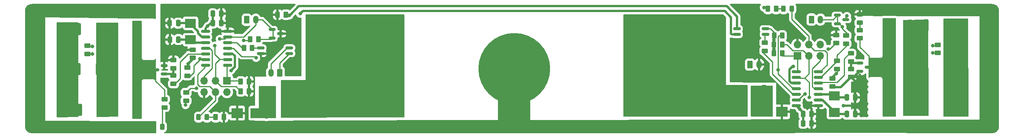
<source format=gbr>
G04 #@! TF.GenerationSoftware,KiCad,Pcbnew,(5.99.0-8941-ge2f8b1a4b1)*
G04 #@! TF.CreationDate,2021-03-10T18:45:48+13:00*
G04 #@! TF.ProjectId,diyBMS-Leaf,64697942-4d53-42d4-9c65-61662e6b6963,2.01*
G04 #@! TF.SameCoordinates,Original*
G04 #@! TF.FileFunction,Copper,L1,Top*
G04 #@! TF.FilePolarity,Positive*
%FSLAX46Y46*%
G04 Gerber Fmt 4.6, Leading zero omitted, Abs format (unit mm)*
G04 Created by KiCad (PCBNEW (5.99.0-8941-ge2f8b1a4b1)) date 2021-03-10 18:45:48*
%MOMM*%
%LPD*%
G01*
G04 APERTURE LIST*
G04 Aperture macros list*
%AMRoundRect*
0 Rectangle with rounded corners*
0 $1 Rounding radius*
0 $2 $3 $4 $5 $6 $7 $8 $9 X,Y pos of 4 corners*
0 Add a 4 corners polygon primitive as box body*
4,1,4,$2,$3,$4,$5,$6,$7,$8,$9,$2,$3,0*
0 Add four circle primitives for the rounded corners*
1,1,$1+$1,$2,$3*
1,1,$1+$1,$4,$5*
1,1,$1+$1,$6,$7*
1,1,$1+$1,$8,$9*
0 Add four rect primitives between the rounded corners*
20,1,$1+$1,$2,$3,$4,$5,0*
20,1,$1+$1,$4,$5,$6,$7,0*
20,1,$1+$1,$6,$7,$8,$9,0*
20,1,$1+$1,$8,$9,$2,$3,0*%
G04 Aperture macros list end*
G04 #@! TA.AperFunction,SMDPad,CuDef*
%ADD10RoundRect,0.243750X0.243750X0.456250X-0.243750X0.456250X-0.243750X-0.456250X0.243750X-0.456250X0*%
G04 #@! TD*
G04 #@! TA.AperFunction,SMDPad,CuDef*
%ADD11RoundRect,0.150000X0.587500X0.150000X-0.587500X0.150000X-0.587500X-0.150000X0.587500X-0.150000X0*%
G04 #@! TD*
G04 #@! TA.AperFunction,SMDPad,CuDef*
%ADD12RoundRect,0.250000X-0.450000X0.262500X-0.450000X-0.262500X0.450000X-0.262500X0.450000X0.262500X0*%
G04 #@! TD*
G04 #@! TA.AperFunction,SMDPad,CuDef*
%ADD13RoundRect,0.250000X0.262500X0.450000X-0.262500X0.450000X-0.262500X-0.450000X0.262500X-0.450000X0*%
G04 #@! TD*
G04 #@! TA.AperFunction,SMDPad,CuDef*
%ADD14RoundRect,0.250000X0.450000X-0.262500X0.450000X0.262500X-0.450000X0.262500X-0.450000X-0.262500X0*%
G04 #@! TD*
G04 #@! TA.AperFunction,ComponentPad*
%ADD15C,0.900000*%
G04 #@! TD*
G04 #@! TA.AperFunction,ComponentPad*
%ADD16C,16.000000*%
G04 #@! TD*
G04 #@! TA.AperFunction,SMDPad,CuDef*
%ADD17RoundRect,0.150000X0.662500X0.150000X-0.662500X0.150000X-0.662500X-0.150000X0.662500X-0.150000X0*%
G04 #@! TD*
G04 #@! TA.AperFunction,SMDPad,CuDef*
%ADD18RoundRect,0.150000X-0.825000X-0.150000X0.825000X-0.150000X0.825000X0.150000X-0.825000X0.150000X0*%
G04 #@! TD*
G04 #@! TA.AperFunction,SMDPad,CuDef*
%ADD19RoundRect,0.250000X-0.262500X-0.450000X0.262500X-0.450000X0.262500X0.450000X-0.262500X0.450000X0*%
G04 #@! TD*
G04 #@! TA.AperFunction,SMDPad,CuDef*
%ADD20RoundRect,0.250000X-0.250000X-0.475000X0.250000X-0.475000X0.250000X0.475000X-0.250000X0.475000X0*%
G04 #@! TD*
G04 #@! TA.AperFunction,SMDPad,CuDef*
%ADD21RoundRect,0.150000X-0.662500X-0.150000X0.662500X-0.150000X0.662500X0.150000X-0.662500X0.150000X0*%
G04 #@! TD*
G04 #@! TA.AperFunction,SMDPad,CuDef*
%ADD22RoundRect,0.150000X-0.587500X-0.150000X0.587500X-0.150000X0.587500X0.150000X-0.587500X0.150000X0*%
G04 #@! TD*
G04 #@! TA.AperFunction,SMDPad,CuDef*
%ADD23RoundRect,0.250000X-0.362500X-1.075000X0.362500X-1.075000X0.362500X1.075000X-0.362500X1.075000X0*%
G04 #@! TD*
G04 #@! TA.AperFunction,SMDPad,CuDef*
%ADD24RoundRect,0.250000X0.250000X0.475000X-0.250000X0.475000X-0.250000X-0.475000X0.250000X-0.475000X0*%
G04 #@! TD*
G04 #@! TA.AperFunction,SMDPad,CuDef*
%ADD25RoundRect,0.250000X0.362500X1.075000X-0.362500X1.075000X-0.362500X-1.075000X0.362500X-1.075000X0*%
G04 #@! TD*
G04 #@! TA.AperFunction,SMDPad,CuDef*
%ADD26RoundRect,0.243750X0.456250X-0.243750X0.456250X0.243750X-0.456250X0.243750X-0.456250X-0.243750X0*%
G04 #@! TD*
G04 #@! TA.AperFunction,SMDPad,CuDef*
%ADD27R,2.400000X2.000000*%
G04 #@! TD*
G04 #@! TA.AperFunction,SMDPad,CuDef*
%ADD28R,2.500000X2.300000*%
G04 #@! TD*
G04 #@! TA.AperFunction,SMDPad,CuDef*
%ADD29RoundRect,0.243750X-0.243750X-0.456250X0.243750X-0.456250X0.243750X0.456250X-0.243750X0.456250X0*%
G04 #@! TD*
G04 #@! TA.AperFunction,ComponentPad*
%ADD30RoundRect,0.250000X0.350000X0.625000X-0.350000X0.625000X-0.350000X-0.625000X0.350000X-0.625000X0*%
G04 #@! TD*
G04 #@! TA.AperFunction,ComponentPad*
%ADD31O,1.200000X1.750000*%
G04 #@! TD*
G04 #@! TA.AperFunction,SMDPad,CuDef*
%ADD32RoundRect,0.250000X-0.312500X-1.450000X0.312500X-1.450000X0.312500X1.450000X-0.312500X1.450000X0*%
G04 #@! TD*
G04 #@! TA.AperFunction,SMDPad,CuDef*
%ADD33RoundRect,0.150000X0.825000X0.150000X-0.825000X0.150000X-0.825000X-0.150000X0.825000X-0.150000X0*%
G04 #@! TD*
G04 #@! TA.AperFunction,ComponentPad*
%ADD34RoundRect,0.250000X-0.350000X-0.625000X0.350000X-0.625000X0.350000X0.625000X-0.350000X0.625000X0*%
G04 #@! TD*
G04 #@! TA.AperFunction,ComponentPad*
%ADD35R,1.700000X1.700000*%
G04 #@! TD*
G04 #@! TA.AperFunction,ComponentPad*
%ADD36O,1.700000X1.700000*%
G04 #@! TD*
G04 #@! TA.AperFunction,ViaPad*
%ADD37C,0.800000*%
G04 #@! TD*
G04 #@! TA.AperFunction,ViaPad*
%ADD38C,1.000000*%
G04 #@! TD*
G04 #@! TA.AperFunction,Conductor*
%ADD39C,0.250000*%
G04 #@! TD*
G04 #@! TA.AperFunction,Conductor*
%ADD40C,0.500000*%
G04 #@! TD*
G04 APERTURE END LIST*
D10*
X84037500Y-103900000D03*
X82162500Y-103900000D03*
X74137500Y-106100000D03*
X72262500Y-106100000D03*
D11*
X74537500Y-94250000D03*
X74537500Y-92350000D03*
X72662500Y-93300000D03*
D12*
X57400000Y-87887500D03*
X57400000Y-89712500D03*
D13*
X87812500Y-103900000D03*
X85987500Y-103900000D03*
D12*
X76600000Y-94587500D03*
X76600000Y-96412500D03*
D14*
X76600000Y-92912500D03*
X76600000Y-91087500D03*
D12*
X74600000Y-99887500D03*
X74600000Y-101712500D03*
D15*
X115500000Y-97875000D03*
X120375000Y-93000000D03*
X118947146Y-89552854D03*
X118947146Y-96447146D03*
X112052854Y-96447146D03*
X112052854Y-89552854D03*
X115500000Y-88125000D03*
D16*
X115500000Y-93000000D03*
D15*
X110625000Y-93000000D03*
D17*
X208487500Y-85335000D03*
X208487500Y-84065000D03*
X202112500Y-84065000D03*
X202112500Y-85335000D03*
D15*
X186052854Y-89552854D03*
X186052854Y-96447146D03*
D16*
X189500000Y-93000000D03*
D15*
X192947146Y-96447146D03*
X189500000Y-97875000D03*
X192947146Y-89552854D03*
X184625000Y-93000000D03*
X189500000Y-88125000D03*
X194375000Y-93000000D03*
D18*
X83725000Y-84640000D03*
X83725000Y-85910000D03*
X83725000Y-87180000D03*
X83725000Y-88450000D03*
X83725000Y-89720000D03*
X83725000Y-90990000D03*
X83725000Y-92260000D03*
X88675000Y-92260000D03*
X88675000Y-90990000D03*
X88675000Y-89720000D03*
X88675000Y-88450000D03*
X88675000Y-87180000D03*
X88675000Y-85910000D03*
X88675000Y-84640000D03*
D14*
X79650000Y-94612500D03*
X79650000Y-92787500D03*
D19*
X93687500Y-86400000D03*
X95512500Y-86400000D03*
D14*
X80900000Y-90612500D03*
X80900000Y-88787500D03*
D20*
X85350000Y-82800000D03*
X87250000Y-82800000D03*
D21*
X96012500Y-88365000D03*
X96012500Y-89635000D03*
X102387500Y-89635000D03*
X102387500Y-88365000D03*
D14*
X79400000Y-100212500D03*
X79400000Y-98387500D03*
D19*
X91587500Y-98100000D03*
X93412500Y-98100000D03*
D22*
X98562500Y-84250000D03*
X98562500Y-86150000D03*
X100437500Y-85200000D03*
D12*
X224200000Y-85487500D03*
X224200000Y-87312500D03*
D23*
X55387500Y-84100000D03*
X60012500Y-84100000D03*
D19*
X210387500Y-85600000D03*
X212212500Y-85600000D03*
D24*
X77700000Y-86500000D03*
X75800000Y-86500000D03*
X77650000Y-82800000D03*
X75750000Y-82800000D03*
D12*
X227500000Y-93087500D03*
X227500000Y-94912500D03*
D25*
X256812500Y-83300000D03*
X252187500Y-83300000D03*
D23*
X55287500Y-93100000D03*
X59912500Y-93100000D03*
D26*
X229500000Y-82737500D03*
X229500000Y-80862500D03*
D15*
X155947146Y-96447146D03*
X152500000Y-97875000D03*
X149052854Y-89552854D03*
X157375000Y-93000000D03*
X147625000Y-93000000D03*
D16*
X152500000Y-93000000D03*
D15*
X149052854Y-96447146D03*
X152500000Y-88125000D03*
X155947146Y-89552854D03*
D27*
X223800000Y-99150000D03*
X223800000Y-102850000D03*
D25*
X248812500Y-83300000D03*
X244187500Y-83300000D03*
D28*
X95050000Y-103000000D03*
X90750000Y-103000000D03*
D23*
X63587500Y-102200000D03*
X68212500Y-102200000D03*
D25*
X248712500Y-92700000D03*
X244087500Y-92700000D03*
D22*
X224462500Y-81050000D03*
X224462500Y-82950000D03*
X226337500Y-82000000D03*
D29*
X212462500Y-79600000D03*
X214337500Y-79600000D03*
D25*
X240712500Y-92700000D03*
X236087500Y-92700000D03*
D28*
X212150000Y-102700000D03*
X207850000Y-102700000D03*
D20*
X226550000Y-99500000D03*
X228450000Y-99500000D03*
D25*
X240712500Y-102200000D03*
X236087500Y-102200000D03*
D14*
X227500000Y-91412500D03*
X227500000Y-89587500D03*
D23*
X46987500Y-102300000D03*
X51612500Y-102300000D03*
D30*
X100300000Y-93950000D03*
D31*
X98300000Y-93950000D03*
D25*
X256812500Y-92700000D03*
X252187500Y-92700000D03*
D32*
X97562500Y-101200000D03*
X101837500Y-101200000D03*
D33*
X220275000Y-101310000D03*
X220275000Y-100040000D03*
X220275000Y-98770000D03*
X220275000Y-97500000D03*
X220275000Y-96230000D03*
X220275000Y-94960000D03*
X220275000Y-93690000D03*
X215325000Y-93690000D03*
X215325000Y-94960000D03*
X215325000Y-96230000D03*
X215325000Y-97500000D03*
X215325000Y-98770000D03*
X215325000Y-100040000D03*
X215325000Y-101310000D03*
D32*
X203862500Y-98400000D03*
X208137500Y-98400000D03*
D12*
X223400000Y-95200000D03*
X223400000Y-97025000D03*
D25*
X248812500Y-102200000D03*
X244187500Y-102200000D03*
D23*
X63587500Y-84100000D03*
X68212500Y-84100000D03*
X46787500Y-84300000D03*
X51412500Y-84300000D03*
D14*
X208300000Y-89012500D03*
X208300000Y-87187500D03*
D13*
X212200000Y-87600000D03*
X210375000Y-87600000D03*
D24*
X218750000Y-103200000D03*
X216850000Y-103200000D03*
D20*
X226550000Y-103200000D03*
X228450000Y-103200000D03*
D34*
X218700000Y-82000000D03*
D31*
X220700000Y-82000000D03*
D25*
X240612500Y-83400000D03*
X235987500Y-83400000D03*
D19*
X99787500Y-80900000D03*
X101612500Y-80900000D03*
D13*
X94112500Y-88400000D03*
X92287500Y-88400000D03*
D12*
X224400000Y-91287500D03*
X224400000Y-93112500D03*
D22*
X229462500Y-91750000D03*
X229462500Y-93650000D03*
X231337500Y-92700000D03*
D24*
X218750000Y-105300000D03*
X216850000Y-105300000D03*
D23*
X63687500Y-93200000D03*
X68312500Y-93200000D03*
D12*
X246800000Y-87687500D03*
X246800000Y-89512500D03*
D34*
X92900000Y-82050000D03*
D31*
X94900000Y-82050000D03*
D14*
X226400000Y-87412500D03*
X226400000Y-85587500D03*
D23*
X47087500Y-93100000D03*
X51712500Y-93100000D03*
D35*
X215575000Y-90175000D03*
D36*
X215575000Y-87635000D03*
X218115000Y-90175000D03*
X218115000Y-87635000D03*
X220655000Y-90175000D03*
X220655000Y-87635000D03*
D27*
X80400000Y-86550000D03*
X80400000Y-82850000D03*
D20*
X85350000Y-80700000D03*
X87250000Y-80700000D03*
D34*
X205000000Y-92100000D03*
D31*
X207000000Y-92100000D03*
D13*
X212200000Y-89600000D03*
X210375000Y-89600000D03*
D23*
X55687500Y-102300000D03*
X60312500Y-102300000D03*
D19*
X208987500Y-79600000D03*
X210812500Y-79600000D03*
D14*
X229500000Y-86212500D03*
X229500000Y-84387500D03*
D35*
X88500000Y-95750000D03*
D36*
X88500000Y-98290000D03*
X85960000Y-95750000D03*
X85960000Y-98290000D03*
X83420000Y-95750000D03*
X83420000Y-98290000D03*
D19*
X91587500Y-95900000D03*
X93412500Y-95900000D03*
D25*
X256912500Y-102200000D03*
X252287500Y-102200000D03*
D37*
X217300000Y-98700000D03*
X225600000Y-83600000D03*
X245700000Y-87900000D03*
X211300000Y-93300000D03*
X102400000Y-81100000D03*
X95000000Y-90600000D03*
D38*
X47000000Y-80000000D03*
X49000000Y-80000000D03*
X51000000Y-80000000D03*
X53000000Y-80000000D03*
X55000000Y-80000000D03*
X57000000Y-80000000D03*
X59000000Y-80000000D03*
X61000000Y-80000000D03*
X63000000Y-80000000D03*
X65000000Y-80000000D03*
X67000000Y-80000000D03*
X71900000Y-80200000D03*
X69400000Y-80000000D03*
X45000000Y-82000000D03*
X45000000Y-84000000D03*
X45000000Y-86000000D03*
X45000000Y-88000000D03*
X45000000Y-90000000D03*
X45000000Y-92000000D03*
X45000000Y-94000000D03*
X45000000Y-96000000D03*
X45000000Y-98000000D03*
X45000000Y-102000000D03*
X45000000Y-100000000D03*
X45000000Y-104000000D03*
X45000000Y-106000000D03*
X47000000Y-106000000D03*
X49000000Y-106000000D03*
X51000000Y-106000000D03*
X53000000Y-106000000D03*
X55000000Y-106000000D03*
X57000000Y-106000000D03*
X59000000Y-106000000D03*
X61000000Y-106000000D03*
X63000000Y-106000000D03*
X65000000Y-106000000D03*
X67000000Y-106000000D03*
X70100000Y-106000000D03*
X45000000Y-80000000D03*
D37*
X98600000Y-97800000D03*
X104800000Y-80700000D03*
X96500000Y-97800000D03*
X97600000Y-98700000D03*
X96100000Y-100000000D03*
X84200000Y-83500000D03*
X97300000Y-103900000D03*
X79300000Y-101200000D03*
X81700000Y-97400000D03*
X82500000Y-90800000D03*
X92200000Y-86700000D03*
X58500000Y-89700000D03*
X85800000Y-87850000D03*
X89408000Y-93472000D03*
X79900000Y-91900000D03*
X58500000Y-88000000D03*
X86900000Y-86350000D03*
X224200000Y-94100000D03*
X214692000Y-92528000D03*
X205800000Y-101900000D03*
X229800000Y-100900000D03*
X225800000Y-101300000D03*
X231000000Y-100900000D03*
X231000000Y-98300000D03*
X231000000Y-103500000D03*
X209600000Y-98700000D03*
X210300000Y-86600000D03*
X230400000Y-99500000D03*
X209600000Y-99900000D03*
X229800000Y-103500000D03*
X205800000Y-100700000D03*
X210300000Y-88600000D03*
X230300000Y-94800000D03*
X208100000Y-79300000D03*
X205800000Y-103200000D03*
X229800000Y-98300000D03*
X231000000Y-102200000D03*
X216100000Y-102100000D03*
X209600000Y-97500000D03*
X228400000Y-97100000D03*
X229800000Y-102200000D03*
X229800000Y-97100000D03*
X229800000Y-96000000D03*
X226600000Y-81200000D03*
X228400000Y-98300000D03*
X228300000Y-101300000D03*
X231000000Y-95900000D03*
X231000000Y-97100000D03*
X245700000Y-89500000D03*
X218200000Y-99500000D03*
X222400000Y-88600000D03*
D39*
X223512500Y-82000000D02*
X224462500Y-81050000D01*
X217300000Y-98700000D02*
X217065000Y-98700000D01*
X224462500Y-82950000D02*
X224950000Y-82950000D01*
X217065000Y-98700000D02*
X215575000Y-100190000D01*
X224950000Y-82950000D02*
X225600000Y-83600000D01*
X224462500Y-81050000D02*
X224462500Y-82950000D01*
X247087500Y-87900000D02*
X247300000Y-87687500D01*
X245700000Y-87900000D02*
X247087500Y-87900000D01*
X225600000Y-83600000D02*
X225600000Y-84087500D01*
X225600000Y-84087500D02*
X226900000Y-85387500D01*
X220700000Y-82000000D02*
X223512500Y-82000000D01*
X226900000Y-87500000D02*
X224400000Y-90000000D01*
X226900000Y-87212500D02*
X226900000Y-87500000D01*
X220275000Y-94960000D02*
X220765000Y-94960000D01*
X224400000Y-90000000D02*
X224400000Y-91287500D01*
X220765000Y-94960000D02*
X224450000Y-91275000D01*
X220555000Y-96100000D02*
X224400000Y-96100000D01*
X227500000Y-89587500D02*
X227112500Y-89587500D01*
X226000000Y-94500000D02*
X226000000Y-90800000D01*
X220375000Y-96280000D02*
X220555000Y-96100000D01*
X224400000Y-96100000D02*
X226000000Y-94500000D01*
X227212500Y-89587500D02*
X227500000Y-89587500D01*
X226000000Y-90800000D02*
X227212500Y-89587500D01*
X215425000Y-97550000D02*
X214650000Y-97550000D01*
X211300000Y-94200000D02*
X211300000Y-85800000D01*
X215175000Y-97300000D02*
X215425000Y-97550000D01*
X214650000Y-97550000D02*
X211300000Y-94200000D01*
X211300000Y-85800000D02*
X211500000Y-85600000D01*
X211500000Y-85600000D02*
X211612500Y-85600000D01*
X207800000Y-88612500D02*
X207800000Y-89300000D01*
X214570000Y-98770000D02*
X215325000Y-98770000D01*
X207800000Y-89300000D02*
X210000000Y-91500000D01*
X210000000Y-91500000D02*
X210000000Y-94200000D01*
X210000000Y-94200000D02*
X214570000Y-98770000D01*
X210000000Y-94200000D02*
X210500000Y-94700000D01*
X215295000Y-98800000D02*
X215325000Y-98770000D01*
D40*
X215425000Y-98820000D02*
X215395000Y-98850000D01*
D39*
X212212500Y-79850000D02*
X212462500Y-79600000D01*
X210812500Y-79600000D02*
X212462500Y-79600000D01*
X100300000Y-91722500D02*
X102265000Y-89757500D01*
X100300000Y-93100000D02*
X100300000Y-91722500D01*
X95000000Y-90600000D02*
X94700000Y-90300000D01*
D40*
X202112500Y-84065000D02*
X202112500Y-81312500D01*
D39*
X88675000Y-88450000D02*
X88925000Y-88700000D01*
D40*
X202112500Y-81312500D02*
X199800000Y-79000000D01*
D39*
X94700000Y-90300000D02*
X91800000Y-90300000D01*
X91800000Y-90300000D02*
X89950000Y-88450000D01*
D40*
X102625000Y-80900000D02*
X101612500Y-80900000D01*
X104525000Y-79000000D02*
X102625000Y-80900000D01*
D39*
X89950000Y-88450000D02*
X88675000Y-88450000D01*
D40*
X199800000Y-79000000D02*
X104525000Y-79000000D01*
D39*
X88675000Y-87180000D02*
X90680000Y-87180000D01*
X91800000Y-88300000D02*
X92400000Y-88300000D01*
D40*
X88675000Y-87180000D02*
X88705000Y-87150000D01*
D39*
X90680000Y-87180000D02*
X91800000Y-88300000D01*
D40*
X199400000Y-80100000D02*
X200800000Y-81500000D01*
D39*
X79300000Y-100312500D02*
X79400000Y-100212500D01*
D40*
X200800000Y-81500000D02*
X200800000Y-85200000D01*
X104800000Y-80700000D02*
X105400000Y-80100000D01*
X72262500Y-106100000D02*
X71912500Y-105750000D01*
X200935000Y-85335000D02*
X202012500Y-85335000D01*
D39*
X79300000Y-101200000D02*
X79300000Y-100312500D01*
D40*
X85350000Y-82800000D02*
X84900000Y-82800000D01*
X84900000Y-82800000D02*
X84200000Y-83500000D01*
D39*
X83725000Y-84640000D02*
X83725000Y-84425000D01*
D40*
X105400000Y-80100000D02*
X199400000Y-80100000D01*
D39*
X202012500Y-85335000D02*
X201035000Y-85335000D01*
D40*
X83725000Y-83975000D02*
X83725000Y-84640000D01*
X85350000Y-80700000D02*
X85350000Y-82800000D01*
D39*
X79300000Y-101200000D02*
X79400000Y-101100000D01*
D40*
X200800000Y-85200000D02*
X200935000Y-85335000D01*
X84200000Y-83500000D02*
X83725000Y-83975000D01*
D39*
X98300000Y-91900000D02*
X98300000Y-93100000D01*
X101835000Y-88365000D02*
X98300000Y-91900000D01*
D40*
X82050000Y-84650000D02*
X82050000Y-85050000D01*
X80400000Y-82850000D02*
X80400000Y-83000000D01*
X82050000Y-85050000D02*
X82800000Y-85800000D01*
X80400000Y-83000000D02*
X82050000Y-84650000D01*
X77650000Y-82800000D02*
X80350000Y-82800000D01*
D39*
X80350000Y-82800000D02*
X80400000Y-82850000D01*
X77700000Y-86500000D02*
X77750000Y-86550000D01*
X81030000Y-87180000D02*
X80400000Y-86550000D01*
D40*
X83725000Y-87180000D02*
X81030000Y-87180000D01*
X77750000Y-86550000D02*
X80400000Y-86550000D01*
D39*
X83420000Y-95750000D02*
X83420000Y-94730000D01*
X81587500Y-97287500D02*
X81700000Y-97400000D01*
X84600000Y-88350000D02*
X82950000Y-88350000D01*
X80387500Y-97400000D02*
X79400000Y-98387500D01*
X85200000Y-92950000D02*
X85200000Y-88950000D01*
X85200000Y-88950000D02*
X84600000Y-88350000D01*
X83420000Y-94730000D02*
X85200000Y-92950000D01*
X81612500Y-97487500D02*
X81700000Y-97400000D01*
X81700000Y-97400000D02*
X80387500Y-97400000D01*
X78100000Y-91500000D02*
X78100000Y-95200000D01*
X78100000Y-95200000D02*
X76887500Y-96412500D01*
X76887500Y-96412500D02*
X76600000Y-96412500D01*
X79880000Y-89720000D02*
X78100000Y-91500000D01*
X76600000Y-96412500D02*
X76987500Y-96412500D01*
X83725000Y-89720000D02*
X79880000Y-89720000D01*
X80275000Y-94725000D02*
X79650000Y-94725000D01*
X81150000Y-93850000D02*
X80275000Y-94725000D01*
X83575000Y-90890000D02*
X82610000Y-90890000D01*
X93300000Y-86700000D02*
X92200000Y-86700000D01*
X81150000Y-92350000D02*
X81150000Y-93850000D01*
X82610000Y-90890000D02*
X81150000Y-92350000D01*
X82400000Y-97000000D02*
X84670000Y-97000000D01*
X81950000Y-94350000D02*
X81950000Y-96550000D01*
X81950000Y-96550000D02*
X82400000Y-97000000D01*
X83575000Y-92160000D02*
X83575000Y-92725000D01*
X85960000Y-100102500D02*
X82162500Y-103900000D01*
X84670000Y-97000000D02*
X85960000Y-98290000D01*
X83575000Y-92725000D02*
X81950000Y-94350000D01*
X85960000Y-98290000D02*
X85960000Y-100102500D01*
X88525000Y-95725000D02*
X88500000Y-95750000D01*
X91437500Y-95750000D02*
X91587500Y-95900000D01*
X88500000Y-95750000D02*
X91437500Y-95750000D01*
X88525000Y-92160000D02*
X88525000Y-95725000D01*
X85800000Y-89780000D02*
X86910000Y-90890000D01*
X85960000Y-95750000D02*
X85960000Y-91840000D01*
X58487500Y-89712500D02*
X57400000Y-89712500D01*
X85960000Y-91840000D02*
X86910000Y-90890000D01*
X86910000Y-90890000D02*
X88525000Y-90890000D01*
X90487500Y-97000000D02*
X91587500Y-98100000D01*
X85960000Y-95750000D02*
X87210000Y-97000000D01*
X85800000Y-87850000D02*
X85800000Y-89780000D01*
X87210000Y-97000000D02*
X90487500Y-97000000D01*
X58500000Y-89700000D02*
X58487500Y-89712500D01*
X79900000Y-91900000D02*
X79650000Y-92150000D01*
X79650000Y-92150000D02*
X79650000Y-92787500D01*
X80900000Y-90700000D02*
X80900000Y-90612500D01*
D40*
X90250000Y-90150000D02*
X89720000Y-89620000D01*
X90250000Y-92630000D02*
X90250000Y-90150000D01*
D39*
X80900000Y-90900000D02*
X80900000Y-90612500D01*
D40*
X89408000Y-93472000D02*
X90250000Y-92630000D01*
X79900000Y-91900000D02*
X80900000Y-90900000D01*
X89720000Y-89620000D02*
X88525000Y-89620000D01*
D39*
X92190000Y-85910000D02*
X88675000Y-85910000D01*
X57512500Y-88000000D02*
X57400000Y-87887500D01*
X94900000Y-82600000D02*
X94900000Y-83200000D01*
X98312500Y-86400000D02*
X98562500Y-86150000D01*
X86900000Y-86350000D02*
X87985000Y-86350000D01*
X94900000Y-82050000D02*
X96362500Y-82050000D01*
X98762500Y-84150000D02*
X98762500Y-86050000D01*
X58500000Y-88000000D02*
X57512500Y-88000000D01*
X94900000Y-83200000D02*
X92190000Y-85910000D01*
X96362500Y-82050000D02*
X98562500Y-84250000D01*
X95512500Y-86400000D02*
X98312500Y-86400000D01*
X87985000Y-86350000D02*
X88525000Y-85810000D01*
X224800000Y-85687500D02*
X224700000Y-85787500D01*
X220375000Y-101360000D02*
X220375000Y-101575000D01*
X74137500Y-102175000D02*
X74600000Y-101712500D01*
X74137500Y-106100000D02*
X74137500Y-102175000D01*
X85900000Y-103900000D02*
X86000000Y-103800000D01*
X84037500Y-103900000D02*
X85900000Y-103900000D01*
D40*
X74537500Y-94250000D02*
X76262500Y-94250000D01*
X76600000Y-94587500D02*
X76600000Y-92912500D01*
D39*
X76262500Y-94250000D02*
X76600000Y-94587500D01*
X76562500Y-92950000D02*
X76600000Y-92912500D01*
X72662500Y-93300000D02*
X72612500Y-93350000D01*
X72612500Y-93350000D02*
X72612500Y-95812500D01*
X74600000Y-97800000D02*
X74600000Y-99887500D01*
X72612500Y-95812500D02*
X74600000Y-97800000D01*
D40*
X213800000Y-93200000D02*
X213800000Y-95800000D01*
X214230000Y-96230000D02*
X215425000Y-96230000D01*
X214472000Y-92528000D02*
X213800000Y-93200000D01*
X214692000Y-92528000D02*
X214472000Y-92528000D01*
D39*
X224450000Y-93850000D02*
X224450000Y-93212500D01*
D40*
X224200000Y-94100000D02*
X223200000Y-95100000D01*
D39*
X223200000Y-95100000D02*
X223200000Y-95387500D01*
X224200000Y-94100000D02*
X224450000Y-93850000D01*
X223200000Y-95300000D02*
X223200000Y-95387500D01*
D40*
X213800000Y-95800000D02*
X214230000Y-96230000D01*
X223400000Y-97212500D02*
X225200000Y-97212500D01*
X216850000Y-105300000D02*
X216850000Y-103200000D01*
X225200000Y-97212500D02*
X227500000Y-94912500D01*
D39*
X210400000Y-84900000D02*
X210400000Y-85587500D01*
X208487500Y-84065000D02*
X209565000Y-84065000D01*
X215325000Y-101310000D02*
X215325000Y-101325000D01*
X210400000Y-85587500D02*
X210387500Y-85600000D01*
D40*
X225800000Y-101300000D02*
X228300000Y-101300000D01*
D39*
X226337500Y-81462500D02*
X226337500Y-81637500D01*
X209565000Y-84065000D02*
X210400000Y-84900000D01*
X226337500Y-81637500D02*
X226337500Y-82000000D01*
X216850000Y-103200000D02*
X216850000Y-102850000D01*
D40*
X228200000Y-94800000D02*
X229350000Y-93650000D01*
D39*
X227500000Y-94912500D02*
X228200000Y-94912500D01*
D40*
X228350000Y-95762500D02*
X227500000Y-94912500D01*
X228350000Y-103200000D02*
X228350000Y-99500000D01*
X215325000Y-101325000D02*
X216850000Y-102850000D01*
X228350000Y-99500000D02*
X228350000Y-95762500D01*
X228200000Y-94912500D02*
X228200000Y-94800000D01*
X229350000Y-93650000D02*
X229462500Y-93650000D01*
D39*
X208500000Y-79300000D02*
X208100000Y-79300000D01*
X226600000Y-81200000D02*
X226337500Y-81462500D01*
X218140000Y-90250000D02*
X218140000Y-94160000D01*
X218200000Y-96120000D02*
X217190000Y-95110000D01*
X245700000Y-89500000D02*
X245712500Y-89512500D01*
X245712500Y-89512500D02*
X247300000Y-89512500D01*
X218200000Y-99500000D02*
X218200000Y-96120000D01*
X217190000Y-95110000D02*
X215575000Y-95110000D01*
X212200000Y-87600000D02*
X213200000Y-87600000D01*
X218140000Y-94160000D02*
X217190000Y-95110000D01*
X213200000Y-87600000D02*
X214600000Y-89000000D01*
X214600000Y-89000000D02*
X216890000Y-89000000D01*
X216890000Y-89000000D02*
X218140000Y-90250000D01*
X215575000Y-93840000D02*
X215575000Y-90275000D01*
X215575000Y-90275000D02*
X215600000Y-90250000D01*
X215575000Y-90175000D02*
X212187500Y-90175000D01*
X222150000Y-89450000D02*
X221700000Y-89000000D01*
X219430000Y-89000000D02*
X218140000Y-87710000D01*
X222150000Y-92150000D02*
X222150000Y-89450000D01*
X218115000Y-85715000D02*
X214337500Y-81937500D01*
X221700000Y-89000000D02*
X219430000Y-89000000D01*
X218115000Y-87635000D02*
X218115000Y-85715000D01*
X220525000Y-93840000D02*
X220525000Y-93775000D01*
X214337500Y-81937500D02*
X214337500Y-79600000D01*
X220525000Y-93775000D02*
X222150000Y-92150000D01*
X219500000Y-97650000D02*
X221150000Y-97650000D01*
X222812500Y-88600000D02*
X223800000Y-87612500D01*
X220680000Y-90250000D02*
X220680000Y-91270000D01*
X222400000Y-88600000D02*
X222812500Y-88600000D01*
X218900000Y-97050000D02*
X219500000Y-97650000D01*
X222512500Y-88712500D02*
X222400000Y-88600000D01*
X223800000Y-87612500D02*
X224700000Y-87612500D01*
X218900000Y-93050000D02*
X218900000Y-97050000D01*
X222487500Y-88512500D02*
X222400000Y-88600000D01*
X220680000Y-91270000D02*
X218900000Y-93050000D01*
D40*
X226350000Y-99450000D02*
X223700000Y-99450000D01*
D39*
X226400000Y-99500000D02*
X226350000Y-99450000D01*
D40*
X220375000Y-98820000D02*
X223070000Y-98820000D01*
D39*
X223070000Y-98820000D02*
X223700000Y-99450000D01*
D40*
X226450000Y-103200000D02*
X223750000Y-103200000D01*
X221190000Y-100090000D02*
X220825020Y-100090000D01*
D39*
X223750000Y-103200000D02*
X223700000Y-103150000D01*
D40*
X223800000Y-102700000D02*
X221190000Y-100090000D01*
X223800000Y-102850000D02*
X223800000Y-102700000D01*
D39*
X229500000Y-84287500D02*
X229500000Y-82537500D01*
D40*
X227500000Y-91412500D02*
X227500000Y-93087500D01*
D39*
X227837500Y-91750000D02*
X227500000Y-91412500D01*
X227537500Y-93050000D02*
X227500000Y-93087500D01*
D40*
X229562500Y-91750000D02*
X227837500Y-91750000D01*
D39*
X231487500Y-92650000D02*
X231487500Y-90187500D01*
X229500000Y-88200000D02*
X229500000Y-86112500D01*
X231437500Y-92700000D02*
X231487500Y-92650000D01*
X231487500Y-90187500D02*
X229500000Y-88200000D01*
X95977500Y-88400000D02*
X96012500Y-88365000D01*
X94225000Y-88300000D02*
X94225000Y-88275000D01*
X94112500Y-88400000D02*
X95977500Y-88400000D01*
X208300000Y-85522500D02*
X208487500Y-85335000D01*
X208300000Y-87187500D02*
X208300000Y-85522500D01*
G04 #@! TA.AperFunction,Conductor*
G36*
X199627274Y-104487711D02*
G01*
X199630330Y-104490076D01*
X199531076Y-107467703D01*
X199000000Y-107467881D01*
X127135232Y-107492000D01*
X103300000Y-107492000D01*
X103300000Y-104692206D01*
X103302697Y-104689093D01*
X103331284Y-104636740D01*
X103393596Y-104602715D01*
X103420207Y-104599835D01*
X148900000Y-104537375D01*
X148900000Y-105900000D01*
X156100000Y-105900000D01*
X156100000Y-104527487D01*
X199559126Y-104467802D01*
X199627274Y-104487711D01*
G37*
G04 #@! TD.AperFunction*
G04 #@! TA.AperFunction,Conductor*
G36*
X103727564Y-78520002D02*
G01*
X103774057Y-78573658D01*
X103784161Y-78643932D01*
X103754667Y-78708512D01*
X103748538Y-78715095D01*
X102563729Y-79899904D01*
X102501417Y-79933930D01*
X102430602Y-79928865D01*
X102387981Y-79902282D01*
X102332876Y-79850081D01*
X102327562Y-79845047D01*
X102321235Y-79841372D01*
X102321231Y-79841369D01*
X102194821Y-79767945D01*
X102176255Y-79757161D01*
X102169251Y-79755040D01*
X102169247Y-79755038D01*
X102088366Y-79730542D01*
X102008788Y-79706440D01*
X102002350Y-79705865D01*
X102002348Y-79705865D01*
X101933819Y-79699749D01*
X101933811Y-79699749D01*
X101931025Y-79699500D01*
X101307113Y-79699500D01*
X101215442Y-79710188D01*
X101183469Y-79713915D01*
X101183467Y-79713915D01*
X101176197Y-79714763D01*
X101169320Y-79717259D01*
X101169317Y-79717260D01*
X101037072Y-79765263D01*
X101011718Y-79774466D01*
X101005601Y-79778476D01*
X101005598Y-79778478D01*
X100967210Y-79803647D01*
X100865385Y-79870407D01*
X100860353Y-79875719D01*
X100860348Y-79875723D01*
X100798220Y-79941306D01*
X100736851Y-79977004D01*
X100665924Y-79973856D01*
X100620095Y-79946126D01*
X100512371Y-79844078D01*
X100500724Y-79835365D01*
X100360571Y-79753957D01*
X100347246Y-79748163D01*
X100191300Y-79700932D01*
X100178677Y-79698484D01*
X100108816Y-79692249D01*
X100103221Y-79692000D01*
X100059615Y-79692000D01*
X100044376Y-79696475D01*
X100043171Y-79697865D01*
X100041500Y-79705548D01*
X100041500Y-82089885D01*
X100045975Y-82105124D01*
X100047365Y-82106329D01*
X100055048Y-82108000D01*
X100089223Y-82108000D01*
X100096524Y-82107576D01*
X100218255Y-82093383D01*
X100232410Y-82090037D01*
X100384761Y-82034737D01*
X100397760Y-82028227D01*
X100533306Y-81939359D01*
X100544458Y-81930035D01*
X100612310Y-81858409D01*
X100673679Y-81822711D01*
X100744606Y-81825859D01*
X100790436Y-81853589D01*
X100825569Y-81886871D01*
X100897438Y-81954953D01*
X100903765Y-81958628D01*
X100903769Y-81958631D01*
X101004873Y-82017356D01*
X101048745Y-82042839D01*
X101055749Y-82044960D01*
X101055753Y-82044962D01*
X101128902Y-82067116D01*
X101216212Y-82093560D01*
X101222650Y-82094135D01*
X101222652Y-82094135D01*
X101291181Y-82100251D01*
X101291189Y-82100251D01*
X101293975Y-82100500D01*
X101917887Y-82100500D01*
X102009558Y-82089812D01*
X102041531Y-82086085D01*
X102041533Y-82086085D01*
X102048803Y-82085237D01*
X102055680Y-82082741D01*
X102055683Y-82082740D01*
X102206403Y-82028031D01*
X102213282Y-82025534D01*
X102222199Y-82019688D01*
X102224395Y-82019021D01*
X102225949Y-82018243D01*
X102226082Y-82018509D01*
X102290134Y-81999067D01*
X102300827Y-81999579D01*
X102305349Y-82000540D01*
X102494651Y-82000540D01*
X102501103Y-81999168D01*
X102501108Y-81999168D01*
X102604268Y-81977240D01*
X102679815Y-81961182D01*
X102685846Y-81958497D01*
X102846720Y-81886871D01*
X102846722Y-81886870D01*
X102852750Y-81884186D01*
X102893351Y-81854688D01*
X103000554Y-81776801D01*
X103000556Y-81776799D01*
X103005898Y-81772918D01*
X103031067Y-81744965D01*
X103128146Y-81637148D01*
X103128147Y-81637147D01*
X103132565Y-81632240D01*
X103227215Y-81468300D01*
X103241447Y-81424500D01*
X103270403Y-81335384D01*
X103301141Y-81285226D01*
X103715880Y-80870487D01*
X103778192Y-80836461D01*
X103849007Y-80841526D01*
X103905843Y-80884073D01*
X103924808Y-80920645D01*
X103954695Y-81012626D01*
X103972785Y-81068300D01*
X104067435Y-81232240D01*
X104071853Y-81237147D01*
X104071854Y-81237148D01*
X104179042Y-81356192D01*
X104194102Y-81372918D01*
X104199444Y-81376799D01*
X104199446Y-81376801D01*
X104330816Y-81472246D01*
X104347250Y-81484186D01*
X104353278Y-81486870D01*
X104353280Y-81486871D01*
X104484603Y-81545340D01*
X104520185Y-81561182D01*
X104593497Y-81576765D01*
X104698892Y-81599168D01*
X104698897Y-81599168D01*
X104705349Y-81600540D01*
X104894651Y-81600540D01*
X104901103Y-81599168D01*
X104901108Y-81599168D01*
X104939519Y-81591003D01*
X104947803Y-81589242D01*
X105018594Y-81594644D01*
X105075226Y-81637461D01*
X105099720Y-81704098D01*
X105100000Y-81712489D01*
X105100000Y-94575217D01*
X105079998Y-94643338D01*
X105026342Y-94689831D01*
X104975223Y-94701211D01*
X101527723Y-94734682D01*
X101459412Y-94715342D01*
X101412400Y-94662141D01*
X101400500Y-94608688D01*
X101400500Y-93282113D01*
X101389397Y-93186879D01*
X101386085Y-93158469D01*
X101386085Y-93158467D01*
X101385237Y-93151197D01*
X101382506Y-93143671D01*
X101328031Y-92993597D01*
X101325534Y-92986718D01*
X101310284Y-92963457D01*
X101247124Y-92867124D01*
X101229593Y-92840385D01*
X101102562Y-92720047D01*
X101096235Y-92716372D01*
X101096231Y-92716369D01*
X100988215Y-92653629D01*
X100939356Y-92602118D01*
X100925500Y-92544675D01*
X100925500Y-92033781D01*
X100945502Y-91965660D01*
X100962405Y-91944686D01*
X102434686Y-90472405D01*
X102496998Y-90438379D01*
X102523781Y-90435500D01*
X103089579Y-90435500D01*
X103213016Y-90419906D01*
X103268714Y-90397854D01*
X103358416Y-90362339D01*
X103358419Y-90362337D01*
X103365790Y-90359419D01*
X103498721Y-90262839D01*
X103542131Y-90210365D01*
X103598404Y-90142343D01*
X103598407Y-90142339D01*
X103603457Y-90136234D01*
X103673418Y-89987561D01*
X103691101Y-89894865D01*
X103699386Y-89851434D01*
X103699386Y-89851430D01*
X103700500Y-89845592D01*
X103700500Y-89445421D01*
X103684906Y-89321984D01*
X103655849Y-89248593D01*
X103627339Y-89176584D01*
X103627337Y-89176581D01*
X103624419Y-89169210D01*
X103568440Y-89092161D01*
X103554868Y-89073481D01*
X103531009Y-89006613D01*
X103547090Y-88937462D01*
X103559719Y-88919105D01*
X103598403Y-88872343D01*
X103603457Y-88866234D01*
X103673418Y-88717561D01*
X103689049Y-88635620D01*
X103699386Y-88581434D01*
X103699386Y-88581430D01*
X103700500Y-88575592D01*
X103700500Y-88175421D01*
X103684906Y-88051984D01*
X103652190Y-87969352D01*
X103627339Y-87906584D01*
X103627337Y-87906581D01*
X103624419Y-87899210D01*
X103527839Y-87766279D01*
X103509787Y-87751345D01*
X103407343Y-87666596D01*
X103407339Y-87666593D01*
X103401234Y-87661543D01*
X103252561Y-87591582D01*
X103244778Y-87590097D01*
X103244777Y-87590097D01*
X103116434Y-87565614D01*
X103116430Y-87565614D01*
X103110592Y-87564500D01*
X101685421Y-87564500D01*
X101561984Y-87580094D01*
X101524447Y-87594956D01*
X101416584Y-87637661D01*
X101416581Y-87637663D01*
X101409210Y-87640581D01*
X101276279Y-87737161D01*
X101271226Y-87743269D01*
X101176596Y-87857657D01*
X101176593Y-87857661D01*
X101171543Y-87863766D01*
X101101582Y-88012439D01*
X101100097Y-88020222D01*
X101100097Y-88020223D01*
X101079317Y-88129158D01*
X101074500Y-88154408D01*
X101074500Y-88188720D01*
X101054498Y-88256841D01*
X101037595Y-88277815D01*
X99469817Y-89845592D01*
X97912875Y-91402534D01*
X97904585Y-91410078D01*
X97898104Y-91414191D01*
X97892679Y-91419968D01*
X97851460Y-91463862D01*
X97848705Y-91466704D01*
X97829717Y-91485692D01*
X97827286Y-91488827D01*
X97826765Y-91489417D01*
X97819746Y-91497634D01*
X97789915Y-91529401D01*
X97780528Y-91546475D01*
X97780341Y-91546816D01*
X97769490Y-91563336D01*
X97757302Y-91579049D01*
X97754152Y-91586327D01*
X97754152Y-91586328D01*
X97739993Y-91619047D01*
X97734776Y-91629697D01*
X97713776Y-91667897D01*
X97711803Y-91675581D01*
X97708831Y-91687153D01*
X97702430Y-91705850D01*
X97697683Y-91716820D01*
X97697681Y-91716826D01*
X97694535Y-91724097D01*
X97693296Y-91731921D01*
X97693295Y-91731924D01*
X97687716Y-91767149D01*
X97685311Y-91778763D01*
X97674500Y-91820868D01*
X97674500Y-91840672D01*
X97672949Y-91860382D01*
X97669811Y-91880195D01*
X97670557Y-91888087D01*
X97673941Y-91923887D01*
X97674500Y-91935744D01*
X97674500Y-92704334D01*
X97654498Y-92772455D01*
X97621399Y-92807104D01*
X97582534Y-92834672D01*
X97582526Y-92834679D01*
X97577644Y-92838142D01*
X97573506Y-92842465D01*
X97573501Y-92842469D01*
X97436575Y-92985504D01*
X97432430Y-92989834D01*
X97318520Y-93166249D01*
X97240025Y-93361021D01*
X97199776Y-93567122D01*
X97199500Y-93572765D01*
X97199500Y-94277405D01*
X97214445Y-94434045D01*
X97216134Y-94439801D01*
X97216134Y-94439803D01*
X97267748Y-94615740D01*
X97267731Y-94686736D01*
X97229333Y-94746453D01*
X97164745Y-94775931D01*
X97148066Y-94777203D01*
X94818114Y-94799824D01*
X94800000Y-94800000D01*
X94800000Y-101218500D01*
X94779998Y-101286621D01*
X94726342Y-101333114D01*
X94674000Y-101344500D01*
X93800000Y-101344500D01*
X93797749Y-101344661D01*
X93734796Y-101349163D01*
X93734794Y-101349163D01*
X93728060Y-101349645D01*
X93721585Y-101351546D01*
X93721581Y-101351547D01*
X93621892Y-101380819D01*
X93590008Y-101390181D01*
X93582427Y-101395053D01*
X93476548Y-101463097D01*
X93476545Y-101463099D01*
X93468968Y-101467969D01*
X93374746Y-101576706D01*
X93314976Y-101707584D01*
X93313694Y-101716499D01*
X93313694Y-101716500D01*
X93295139Y-101845552D01*
X93295139Y-101845554D01*
X93294500Y-101850000D01*
X93294500Y-104150000D01*
X93299645Y-104221940D01*
X93301546Y-104228415D01*
X93301547Y-104228419D01*
X93318341Y-104285612D01*
X93340181Y-104359992D01*
X93345053Y-104367573D01*
X93413097Y-104473452D01*
X93413099Y-104473455D01*
X93417969Y-104481032D01*
X93526706Y-104575254D01*
X93657584Y-104635024D01*
X93666499Y-104636306D01*
X93666500Y-104636306D01*
X93795552Y-104654861D01*
X93795559Y-104654862D01*
X93800000Y-104655500D01*
X94709442Y-104655500D01*
X94777563Y-104675502D01*
X94791954Y-104686275D01*
X94800000Y-104693247D01*
X94800000Y-104700000D01*
X96855986Y-104700000D01*
X96907234Y-104710893D01*
X97020185Y-104761182D01*
X97112767Y-104780861D01*
X97198892Y-104799168D01*
X97198897Y-104799168D01*
X97205349Y-104800540D01*
X97394651Y-104800540D01*
X97401103Y-104799168D01*
X97401108Y-104799168D01*
X97487233Y-104780861D01*
X97579815Y-104761182D01*
X97692766Y-104710893D01*
X97744014Y-104700000D01*
X105077388Y-104700000D01*
X105124995Y-107499693D01*
X105122863Y-107500000D01*
X74678822Y-107500000D01*
X74610701Y-107479998D01*
X74564208Y-107426342D01*
X74554104Y-107356068D01*
X74583598Y-107291488D01*
X74635831Y-107255561D01*
X74709854Y-107228692D01*
X74716733Y-107226195D01*
X74861856Y-107131048D01*
X74981198Y-107005068D01*
X75068357Y-106855013D01*
X75118659Y-106688931D01*
X75125500Y-106612276D01*
X75125500Y-105600865D01*
X75110404Y-105471385D01*
X75051195Y-105308267D01*
X74956048Y-105163144D01*
X74830068Y-105043802D01*
X74823737Y-105040125D01*
X74817877Y-105035741D01*
X74819020Y-105034213D01*
X74776860Y-104989771D01*
X74763000Y-104932320D01*
X74763000Y-102851500D01*
X74783002Y-102783379D01*
X74836658Y-102736886D01*
X74889000Y-102725500D01*
X75092887Y-102725500D01*
X75193688Y-102713748D01*
X75216531Y-102711085D01*
X75216533Y-102711085D01*
X75223803Y-102710237D01*
X75230680Y-102707741D01*
X75230683Y-102707740D01*
X75381403Y-102653031D01*
X75388282Y-102650534D01*
X75394399Y-102646524D01*
X75394402Y-102646522D01*
X75461448Y-102602564D01*
X75534615Y-102554593D01*
X75654953Y-102427562D01*
X75658628Y-102421235D01*
X75658631Y-102421231D01*
X75739162Y-102282585D01*
X75742839Y-102276255D01*
X75793560Y-102108788D01*
X75797809Y-102061182D01*
X75800251Y-102033819D01*
X75800251Y-102033811D01*
X75800500Y-102031025D01*
X75800500Y-101407113D01*
X75785237Y-101276197D01*
X75725534Y-101111718D01*
X75694211Y-101063942D01*
X75633605Y-100971505D01*
X75629593Y-100965385D01*
X75624281Y-100960353D01*
X75624277Y-100960348D01*
X75553286Y-100893097D01*
X75517588Y-100831728D01*
X75520736Y-100760801D01*
X75548466Y-100714972D01*
X75649919Y-100607876D01*
X75654953Y-100602562D01*
X75658628Y-100596235D01*
X75658631Y-100596231D01*
X75739162Y-100457585D01*
X75742839Y-100451255D01*
X75749364Y-100429714D01*
X75776066Y-100341548D01*
X75793560Y-100283788D01*
X75800500Y-100206025D01*
X75800500Y-99582113D01*
X75787168Y-99467760D01*
X75786085Y-99458469D01*
X75786085Y-99458467D01*
X75785237Y-99451197D01*
X75758860Y-99378528D01*
X75728031Y-99293597D01*
X75725534Y-99286718D01*
X75713441Y-99268272D01*
X75677564Y-99213552D01*
X75629593Y-99140385D01*
X75502562Y-99020047D01*
X75496235Y-99016372D01*
X75496231Y-99016369D01*
X75357587Y-98935839D01*
X75357588Y-98935839D01*
X75351255Y-98932161D01*
X75344247Y-98930038D01*
X75344246Y-98930038D01*
X75314976Y-98921173D01*
X75255578Y-98882284D01*
X75226635Y-98817455D01*
X75225500Y-98800583D01*
X75225500Y-97878011D01*
X75226027Y-97866828D01*
X75227702Y-97859335D01*
X75227193Y-97843124D01*
X75225562Y-97791249D01*
X75225500Y-97787291D01*
X75225500Y-97760420D01*
X75225004Y-97756490D01*
X75224950Y-97755636D01*
X75224106Y-97744927D01*
X75222986Y-97709290D01*
X75222737Y-97701368D01*
X75217194Y-97682289D01*
X75213185Y-97662929D01*
X75211687Y-97651073D01*
X75211686Y-97651068D01*
X75210692Y-97643201D01*
X75194642Y-97602665D01*
X75190807Y-97591464D01*
X75178644Y-97549598D01*
X75168523Y-97532485D01*
X75159830Y-97514740D01*
X75152511Y-97496254D01*
X75126893Y-97460993D01*
X75120377Y-97451073D01*
X75102288Y-97420486D01*
X75102286Y-97420484D01*
X75098250Y-97413659D01*
X75084248Y-97399657D01*
X75071407Y-97384623D01*
X75064276Y-97374808D01*
X75064275Y-97374807D01*
X75059615Y-97368393D01*
X75025798Y-97340417D01*
X75017019Y-97332428D01*
X73686905Y-96002314D01*
X73652879Y-95940002D01*
X73650000Y-95913219D01*
X73650000Y-95157138D01*
X73670002Y-95089017D01*
X73723658Y-95042524D01*
X73799610Y-95033370D01*
X73812872Y-95035900D01*
X73883566Y-95049386D01*
X73883570Y-95049386D01*
X73889408Y-95050500D01*
X75164579Y-95050500D01*
X75288016Y-95034906D01*
X75295388Y-95031987D01*
X75296550Y-95031689D01*
X75367505Y-95034125D01*
X75425880Y-95074534D01*
X75446320Y-95110741D01*
X75474466Y-95188282D01*
X75478476Y-95194399D01*
X75478478Y-95194402D01*
X75515403Y-95250721D01*
X75570407Y-95334615D01*
X75575719Y-95339647D01*
X75575723Y-95339652D01*
X75646714Y-95406903D01*
X75682412Y-95468272D01*
X75679264Y-95539199D01*
X75651534Y-95585028D01*
X75613195Y-95625500D01*
X75545047Y-95697438D01*
X75541372Y-95703765D01*
X75541369Y-95703769D01*
X75512678Y-95753165D01*
X75457161Y-95848745D01*
X75406440Y-96016212D01*
X75399500Y-96093975D01*
X75399500Y-96717887D01*
X75414763Y-96848803D01*
X75417259Y-96855680D01*
X75417260Y-96855683D01*
X75463468Y-96982984D01*
X75474466Y-97013282D01*
X75478476Y-97019399D01*
X75478478Y-97019402D01*
X75491645Y-97039484D01*
X75570407Y-97159615D01*
X75697438Y-97279953D01*
X75703765Y-97283628D01*
X75703769Y-97283631D01*
X75796676Y-97337595D01*
X75848745Y-97367839D01*
X75855749Y-97369960D01*
X75855753Y-97369962D01*
X75904161Y-97384623D01*
X76016212Y-97418560D01*
X76022650Y-97419135D01*
X76022652Y-97419135D01*
X76091181Y-97425251D01*
X76091189Y-97425251D01*
X76093975Y-97425500D01*
X77092887Y-97425500D01*
X77184558Y-97414812D01*
X77216531Y-97411085D01*
X77216533Y-97411085D01*
X77223803Y-97410237D01*
X77230680Y-97407741D01*
X77230683Y-97407740D01*
X77381403Y-97353031D01*
X77388282Y-97350534D01*
X77394399Y-97346524D01*
X77394402Y-97346522D01*
X77514532Y-97267760D01*
X77534615Y-97254593D01*
X77654953Y-97127562D01*
X77658628Y-97121235D01*
X77658631Y-97121231D01*
X77725328Y-97006403D01*
X77742839Y-96976255D01*
X77751853Y-96946495D01*
X77773022Y-96876600D01*
X77793560Y-96808788D01*
X77795879Y-96782808D01*
X77800251Y-96733819D01*
X77800251Y-96733811D01*
X77800500Y-96731025D01*
X77800500Y-96436281D01*
X77820502Y-96368160D01*
X77837405Y-96347186D01*
X78487127Y-95697464D01*
X78495415Y-95689922D01*
X78501896Y-95685809D01*
X78548541Y-95636137D01*
X78551295Y-95633296D01*
X78570283Y-95614308D01*
X78572714Y-95611173D01*
X78573235Y-95610583D01*
X78580254Y-95602366D01*
X78604660Y-95576376D01*
X78610085Y-95570599D01*
X78618953Y-95554468D01*
X78669297Y-95504410D01*
X78738714Y-95489516D01*
X78792650Y-95506214D01*
X78898745Y-95567839D01*
X78905749Y-95569960D01*
X78905753Y-95569962D01*
X78955498Y-95585028D01*
X79066212Y-95618560D01*
X79072650Y-95619135D01*
X79072652Y-95619135D01*
X79141181Y-95625251D01*
X79141189Y-95625251D01*
X79143975Y-95625500D01*
X80142887Y-95625500D01*
X80238885Y-95614308D01*
X80266531Y-95611085D01*
X80266533Y-95611085D01*
X80273803Y-95610237D01*
X80280680Y-95607741D01*
X80280683Y-95607740D01*
X80431403Y-95553031D01*
X80438282Y-95550534D01*
X80444399Y-95546524D01*
X80444402Y-95546522D01*
X80563751Y-95468272D01*
X80584615Y-95454593D01*
X80704953Y-95327562D01*
X80708628Y-95321235D01*
X80708631Y-95321231D01*
X80785853Y-95188282D01*
X80792839Y-95176255D01*
X80794961Y-95169248D01*
X80794963Y-95169244D01*
X80820395Y-95085273D01*
X80851890Y-95032701D01*
X81109405Y-94775186D01*
X81171717Y-94741160D01*
X81242532Y-94746225D01*
X81299368Y-94788772D01*
X81324179Y-94855292D01*
X81324500Y-94864281D01*
X81324500Y-96471989D01*
X81323973Y-96483172D01*
X81322298Y-96490665D01*
X81322547Y-96498592D01*
X81321801Y-96506483D01*
X81319934Y-96506307D01*
X81304634Y-96565215D01*
X81257410Y-96607067D01*
X81259003Y-96609825D01*
X81253280Y-96613129D01*
X81247250Y-96615814D01*
X81241909Y-96619694D01*
X81241908Y-96619695D01*
X81099446Y-96723199D01*
X81099444Y-96723201D01*
X81094102Y-96727082D01*
X81089682Y-96731991D01*
X81088948Y-96732806D01*
X81088405Y-96733141D01*
X81084775Y-96736409D01*
X81084177Y-96735745D01*
X81028504Y-96770048D01*
X80995308Y-96774500D01*
X80465512Y-96774500D01*
X80454329Y-96773973D01*
X80446836Y-96772298D01*
X80438910Y-96772547D01*
X80438909Y-96772547D01*
X80378736Y-96774438D01*
X80374778Y-96774500D01*
X80347920Y-96774500D01*
X80344004Y-96774995D01*
X80343217Y-96775044D01*
X80332440Y-96775892D01*
X80296788Y-96777013D01*
X80296787Y-96777013D01*
X80288869Y-96777262D01*
X80269779Y-96782808D01*
X80250419Y-96786817D01*
X80238566Y-96788314D01*
X80238563Y-96788315D01*
X80230701Y-96789308D01*
X80223337Y-96792224D01*
X80223332Y-96792225D01*
X80201883Y-96800718D01*
X80190173Y-96805354D01*
X80178969Y-96809191D01*
X80137099Y-96821355D01*
X80119983Y-96831477D01*
X80102243Y-96840169D01*
X80083754Y-96847489D01*
X80077343Y-96852147D01*
X80077341Y-96852148D01*
X80048494Y-96873107D01*
X80038572Y-96879624D01*
X80007990Y-96897710D01*
X80007986Y-96897713D01*
X80001160Y-96901750D01*
X79987160Y-96915750D01*
X79972126Y-96928591D01*
X79955893Y-96940385D01*
X79950842Y-96946490D01*
X79950837Y-96946495D01*
X79927912Y-96974206D01*
X79919925Y-96982984D01*
X79728769Y-97174141D01*
X79565315Y-97337595D01*
X79503002Y-97371620D01*
X79476219Y-97374500D01*
X78907113Y-97374500D01*
X78820285Y-97384623D01*
X78783469Y-97388915D01*
X78783467Y-97388915D01*
X78776197Y-97389763D01*
X78769320Y-97392259D01*
X78769317Y-97392260D01*
X78618597Y-97446969D01*
X78611718Y-97449466D01*
X78605601Y-97453476D01*
X78605598Y-97453478D01*
X78562485Y-97481745D01*
X78465385Y-97545407D01*
X78345047Y-97672438D01*
X78341372Y-97678765D01*
X78341369Y-97678769D01*
X78308964Y-97734559D01*
X78257161Y-97823745D01*
X78255040Y-97830749D01*
X78255038Y-97830753D01*
X78248782Y-97851409D01*
X78206440Y-97991212D01*
X78205865Y-97997650D01*
X78205865Y-97997652D01*
X78199978Y-98063623D01*
X78199500Y-98068975D01*
X78199500Y-98692887D01*
X78214763Y-98823803D01*
X78217259Y-98830680D01*
X78217260Y-98830683D01*
X78263582Y-98958296D01*
X78274466Y-98988282D01*
X78278476Y-98994399D01*
X78278478Y-98994402D01*
X78311919Y-99045407D01*
X78370407Y-99134615D01*
X78375719Y-99139647D01*
X78375723Y-99139652D01*
X78446714Y-99206903D01*
X78482412Y-99268272D01*
X78479264Y-99339199D01*
X78451534Y-99385028D01*
X78377802Y-99462861D01*
X78345047Y-99497438D01*
X78341372Y-99503765D01*
X78341369Y-99503769D01*
X78305180Y-99566074D01*
X78257161Y-99648745D01*
X78206440Y-99816212D01*
X78199500Y-99893975D01*
X78199500Y-100517887D01*
X78214763Y-100648803D01*
X78217259Y-100655680D01*
X78217260Y-100655683D01*
X78263905Y-100784186D01*
X78274466Y-100813282D01*
X78278476Y-100819399D01*
X78278478Y-100819402D01*
X78311919Y-100870407D01*
X78370407Y-100959615D01*
X78375723Y-100964651D01*
X78380153Y-100969949D01*
X78408504Y-101035040D01*
X78408800Y-101063942D01*
X78394500Y-101200000D01*
X78395190Y-101206565D01*
X78413505Y-101380819D01*
X78414287Y-101388264D01*
X78472785Y-101568300D01*
X78567435Y-101732240D01*
X78571853Y-101737147D01*
X78571854Y-101737148D01*
X78675499Y-101852257D01*
X78694102Y-101872918D01*
X78699444Y-101876799D01*
X78699446Y-101876801D01*
X78841908Y-101980305D01*
X78847250Y-101984186D01*
X78853278Y-101986870D01*
X78853280Y-101986871D01*
X78958727Y-102033819D01*
X79020185Y-102061182D01*
X79112767Y-102080861D01*
X79198892Y-102099168D01*
X79198897Y-102099168D01*
X79205349Y-102100540D01*
X79394651Y-102100540D01*
X79401103Y-102099168D01*
X79401108Y-102099168D01*
X79487233Y-102080861D01*
X79579815Y-102061182D01*
X79641273Y-102033819D01*
X79746720Y-101986871D01*
X79746722Y-101986870D01*
X79752750Y-101984186D01*
X79758092Y-101980305D01*
X79900554Y-101876801D01*
X79900556Y-101876799D01*
X79905898Y-101872918D01*
X79924501Y-101852257D01*
X80028146Y-101737148D01*
X80028147Y-101737147D01*
X80032565Y-101732240D01*
X80127215Y-101568300D01*
X80185713Y-101388264D01*
X80186496Y-101380819D01*
X80205500Y-101200000D01*
X80207039Y-101200162D01*
X80224812Y-101139633D01*
X80261725Y-101102382D01*
X80334615Y-101054593D01*
X80454953Y-100927562D01*
X80458628Y-100921235D01*
X80458631Y-100921231D01*
X80525328Y-100806403D01*
X80542839Y-100776255D01*
X80593560Y-100608788D01*
X80600500Y-100531025D01*
X80600500Y-99907113D01*
X80585237Y-99776197D01*
X80536677Y-99642415D01*
X80528031Y-99618597D01*
X80525534Y-99611718D01*
X80495020Y-99565176D01*
X80452978Y-99501053D01*
X80429593Y-99465385D01*
X80424281Y-99460353D01*
X80424277Y-99460348D01*
X80353286Y-99393097D01*
X80317588Y-99331728D01*
X80320736Y-99260801D01*
X80348466Y-99214972D01*
X80449919Y-99107876D01*
X80454953Y-99102562D01*
X80458628Y-99096235D01*
X80458631Y-99096231D01*
X80533258Y-98967750D01*
X80542839Y-98951255D01*
X80550408Y-98926266D01*
X80575768Y-98842533D01*
X80593560Y-98783788D01*
X80595809Y-98758590D01*
X80600251Y-98708819D01*
X80600251Y-98708811D01*
X80600500Y-98706025D01*
X80600500Y-98151500D01*
X80620502Y-98083379D01*
X80674158Y-98036886D01*
X80726500Y-98025500D01*
X80995308Y-98025500D01*
X81063429Y-98045502D01*
X81084747Y-98063623D01*
X81084775Y-98063591D01*
X81085883Y-98064589D01*
X81088949Y-98067194D01*
X81094102Y-98072918D01*
X81099444Y-98076799D01*
X81099446Y-98076801D01*
X81241908Y-98180305D01*
X81247250Y-98184186D01*
X81253278Y-98186870D01*
X81253280Y-98186871D01*
X81414154Y-98258497D01*
X81420185Y-98261182D01*
X81512767Y-98280861D01*
X81598892Y-98299168D01*
X81598897Y-98299168D01*
X81605349Y-98300540D01*
X81794651Y-98300540D01*
X81801103Y-98299168D01*
X81801108Y-98299168D01*
X81909280Y-98276175D01*
X81980071Y-98281577D01*
X82036704Y-98324394D01*
X82061122Y-98389977D01*
X82061684Y-98397456D01*
X82096638Y-98614471D01*
X82099212Y-98624793D01*
X82170230Y-98832810D01*
X82174497Y-98842533D01*
X82279556Y-99035625D01*
X82285402Y-99044491D01*
X82421486Y-99217113D01*
X82428750Y-99224875D01*
X82591967Y-99372094D01*
X82600444Y-99378528D01*
X82786122Y-99496136D01*
X82795567Y-99501053D01*
X82998406Y-99585694D01*
X83008545Y-99588950D01*
X83148345Y-99621096D01*
X83162422Y-99620257D01*
X83166000Y-99610999D01*
X83166000Y-98162000D01*
X83186002Y-98093879D01*
X83239658Y-98047386D01*
X83292000Y-98036000D01*
X83548000Y-98036000D01*
X83616121Y-98056002D01*
X83662614Y-98109658D01*
X83674000Y-98162000D01*
X83674000Y-99609941D01*
X83678151Y-99624079D01*
X83688798Y-99625774D01*
X83692192Y-99625096D01*
X83903333Y-99563954D01*
X83913259Y-99560143D01*
X84111065Y-99464307D01*
X84120212Y-99458876D01*
X84299041Y-99331083D01*
X84307149Y-99324182D01*
X84461893Y-99168082D01*
X84468706Y-99159934D01*
X84591653Y-98984673D01*
X84647149Y-98940393D01*
X84717774Y-98933146D01*
X84781107Y-98965232D01*
X84798014Y-98984761D01*
X84921627Y-99161299D01*
X85088701Y-99328373D01*
X85280772Y-99462862D01*
X85325099Y-99518318D01*
X85334500Y-99566074D01*
X85334500Y-99791219D01*
X85314498Y-99859340D01*
X85297595Y-99880314D01*
X82515314Y-102662595D01*
X82453002Y-102696621D01*
X82426219Y-102699500D01*
X81875865Y-102699500D01*
X81786123Y-102709963D01*
X81753657Y-102713748D01*
X81753656Y-102713748D01*
X81746385Y-102714596D01*
X81739508Y-102717092D01*
X81739505Y-102717093D01*
X81634969Y-102755038D01*
X81583267Y-102773805D01*
X81438144Y-102868952D01*
X81318802Y-102994932D01*
X81231643Y-103144987D01*
X81229522Y-103151989D01*
X81229521Y-103151992D01*
X81194522Y-103267548D01*
X81181341Y-103311069D01*
X81174500Y-103387724D01*
X81174500Y-104399135D01*
X81189596Y-104528615D01*
X81192092Y-104535492D01*
X81192093Y-104535495D01*
X81236655Y-104658260D01*
X81248805Y-104691733D01*
X81343952Y-104836856D01*
X81469932Y-104956198D01*
X81619987Y-105043357D01*
X81626989Y-105045478D01*
X81626992Y-105045479D01*
X81779874Y-105091783D01*
X81779877Y-105091784D01*
X81786069Y-105093659D01*
X81826625Y-105097278D01*
X81859930Y-105100251D01*
X81859938Y-105100251D01*
X81862724Y-105100500D01*
X82449135Y-105100500D01*
X82542284Y-105089640D01*
X82571343Y-105086252D01*
X82571344Y-105086252D01*
X82578615Y-105085404D01*
X82585492Y-105082908D01*
X82585495Y-105082907D01*
X82734854Y-105028692D01*
X82741733Y-105026195D01*
X82886856Y-104931048D01*
X83006198Y-104805068D01*
X83007411Y-104806217D01*
X83057110Y-104768988D01*
X83127924Y-104763900D01*
X83190247Y-104797904D01*
X83206551Y-104817941D01*
X83218952Y-104836856D01*
X83344932Y-104956198D01*
X83494987Y-105043357D01*
X83501989Y-105045478D01*
X83501992Y-105045479D01*
X83654874Y-105091783D01*
X83654877Y-105091784D01*
X83661069Y-105093659D01*
X83701625Y-105097278D01*
X83734930Y-105100251D01*
X83734938Y-105100251D01*
X83737724Y-105100500D01*
X84324135Y-105100500D01*
X84417284Y-105089640D01*
X84446343Y-105086252D01*
X84446344Y-105086252D01*
X84453615Y-105085404D01*
X84460492Y-105082908D01*
X84460495Y-105082907D01*
X84609854Y-105028692D01*
X84616733Y-105026195D01*
X84761856Y-104931048D01*
X84881198Y-104805068D01*
X84893745Y-104783467D01*
X84945256Y-104734609D01*
X85015005Y-104721355D01*
X85080847Y-104747915D01*
X85108069Y-104777666D01*
X85145407Y-104834615D01*
X85272438Y-104954953D01*
X85278765Y-104958628D01*
X85278769Y-104958631D01*
X85357118Y-105004139D01*
X85423745Y-105042839D01*
X85430749Y-105044960D01*
X85430753Y-105044962D01*
X85503902Y-105067116D01*
X85591212Y-105093560D01*
X85597650Y-105094135D01*
X85597652Y-105094135D01*
X85666181Y-105100251D01*
X85666189Y-105100251D01*
X85668975Y-105100500D01*
X86292887Y-105100500D01*
X86384558Y-105089812D01*
X86416531Y-105086085D01*
X86416533Y-105086085D01*
X86423803Y-105085237D01*
X86430680Y-105082741D01*
X86430683Y-105082740D01*
X86581403Y-105028031D01*
X86588282Y-105025534D01*
X86594399Y-105021524D01*
X86594402Y-105021522D01*
X86661449Y-104977563D01*
X86734615Y-104929593D01*
X86739647Y-104924281D01*
X86739652Y-104924277D01*
X86801780Y-104858694D01*
X86863149Y-104822996D01*
X86934076Y-104826144D01*
X86979905Y-104853874D01*
X87087629Y-104955922D01*
X87099276Y-104964635D01*
X87239429Y-105046043D01*
X87252754Y-105051837D01*
X87408700Y-105099068D01*
X87421323Y-105101516D01*
X87491184Y-105107751D01*
X87496779Y-105108000D01*
X87540385Y-105108000D01*
X87555624Y-105103525D01*
X87556829Y-105102135D01*
X87558500Y-105094452D01*
X87558500Y-102710115D01*
X87557159Y-102705548D01*
X88066500Y-102705548D01*
X88066500Y-105089885D01*
X88070975Y-105105124D01*
X88072365Y-105106329D01*
X88080048Y-105108000D01*
X88114223Y-105108000D01*
X88121524Y-105107576D01*
X88243255Y-105093383D01*
X88257410Y-105090037D01*
X88409761Y-105034737D01*
X88422760Y-105028227D01*
X88558306Y-104939359D01*
X88569458Y-104930035D01*
X88680922Y-104812371D01*
X88689635Y-104800724D01*
X88771043Y-104660571D01*
X88776837Y-104647246D01*
X88824068Y-104491300D01*
X88826516Y-104478676D01*
X88828105Y-104460868D01*
X88854082Y-104394794D01*
X88911658Y-104353255D01*
X88982552Y-104349437D01*
X89044256Y-104384553D01*
X89059604Y-104403947D01*
X89107426Y-104478360D01*
X89119112Y-104491847D01*
X89215840Y-104575662D01*
X89230848Y-104585307D01*
X89347275Y-104638477D01*
X89364388Y-104643502D01*
X89495554Y-104662361D01*
X89504495Y-104663000D01*
X90477885Y-104663000D01*
X90493124Y-104658525D01*
X90494329Y-104657135D01*
X90496000Y-104649452D01*
X90496000Y-103272115D01*
X90494659Y-103267548D01*
X91004000Y-103267548D01*
X91004000Y-104644885D01*
X91008475Y-104660124D01*
X91009865Y-104661329D01*
X91017548Y-104663000D01*
X91997743Y-104663000D01*
X92002250Y-104662839D01*
X92066269Y-104658260D01*
X92079491Y-104655874D01*
X92204458Y-104619181D01*
X92220692Y-104611767D01*
X92328360Y-104542574D01*
X92341847Y-104530888D01*
X92425662Y-104434160D01*
X92435307Y-104419152D01*
X92488477Y-104302725D01*
X92493502Y-104285612D01*
X92512361Y-104154446D01*
X92513000Y-104145503D01*
X92513000Y-103272115D01*
X92508525Y-103256876D01*
X92507135Y-103255671D01*
X92499452Y-103254000D01*
X91022115Y-103254000D01*
X91006876Y-103258475D01*
X91005671Y-103259865D01*
X91004000Y-103267548D01*
X90494659Y-103267548D01*
X90491525Y-103256876D01*
X90490135Y-103255671D01*
X90482452Y-103254000D01*
X89005115Y-103254000D01*
X88968015Y-103264893D01*
X88945071Y-103279639D01*
X88874075Y-103279639D01*
X88814348Y-103241256D01*
X88791133Y-103201734D01*
X88759737Y-103115239D01*
X88753227Y-103102240D01*
X88664359Y-102966694D01*
X88655035Y-102955542D01*
X88537371Y-102844078D01*
X88525724Y-102835365D01*
X88385571Y-102753957D01*
X88372246Y-102748163D01*
X88216300Y-102700932D01*
X88203677Y-102698484D01*
X88133816Y-102692249D01*
X88128221Y-102692000D01*
X88084615Y-102692000D01*
X88069376Y-102696475D01*
X88068171Y-102697865D01*
X88066500Y-102705548D01*
X87557159Y-102705548D01*
X87554025Y-102694876D01*
X87552635Y-102693671D01*
X87544952Y-102692000D01*
X87510777Y-102692000D01*
X87503476Y-102692424D01*
X87381745Y-102706617D01*
X87367590Y-102709963D01*
X87215239Y-102765263D01*
X87202240Y-102771773D01*
X87066694Y-102860641D01*
X87055542Y-102869965D01*
X86987690Y-102941591D01*
X86926321Y-102977289D01*
X86855394Y-102974141D01*
X86809564Y-102946411D01*
X86707876Y-102850081D01*
X86702562Y-102845047D01*
X86696235Y-102841372D01*
X86696231Y-102841369D01*
X86575611Y-102771308D01*
X86551255Y-102757161D01*
X86544251Y-102755040D01*
X86544247Y-102755038D01*
X86469673Y-102732452D01*
X86383788Y-102706440D01*
X86377350Y-102705865D01*
X86377348Y-102705865D01*
X86308819Y-102699749D01*
X86308811Y-102699749D01*
X86306025Y-102699500D01*
X85682113Y-102699500D01*
X85590442Y-102710188D01*
X85558469Y-102713915D01*
X85558467Y-102713915D01*
X85551197Y-102714763D01*
X85544320Y-102717259D01*
X85544317Y-102717260D01*
X85412072Y-102765263D01*
X85386718Y-102774466D01*
X85380601Y-102778476D01*
X85380598Y-102778478D01*
X85313551Y-102822437D01*
X85240385Y-102870407D01*
X85120047Y-102997438D01*
X85116370Y-103003769D01*
X85109061Y-103016352D01*
X85057551Y-103065211D01*
X84987802Y-103078465D01*
X84921960Y-103051906D01*
X84894735Y-103022152D01*
X84890933Y-103016352D01*
X84856048Y-102963144D01*
X84730068Y-102843802D01*
X84580013Y-102756643D01*
X84573011Y-102754522D01*
X84573008Y-102754521D01*
X84482299Y-102727048D01*
X84422901Y-102688159D01*
X84393958Y-102623330D01*
X84404658Y-102553144D01*
X84429728Y-102517363D01*
X85092596Y-101854495D01*
X88987000Y-101854495D01*
X88987000Y-102727885D01*
X88991475Y-102743124D01*
X88992865Y-102744329D01*
X89000548Y-102746000D01*
X90477885Y-102746000D01*
X90493124Y-102741525D01*
X90494329Y-102740135D01*
X90496000Y-102732452D01*
X90496000Y-101355115D01*
X90494659Y-101350548D01*
X91004000Y-101350548D01*
X91004000Y-102727885D01*
X91008475Y-102743124D01*
X91009865Y-102744329D01*
X91017548Y-102746000D01*
X92494885Y-102746000D01*
X92510124Y-102741525D01*
X92511329Y-102740135D01*
X92513000Y-102732452D01*
X92513000Y-101852257D01*
X92512839Y-101847750D01*
X92508260Y-101783731D01*
X92505874Y-101770509D01*
X92469181Y-101645542D01*
X92461767Y-101629308D01*
X92392574Y-101521640D01*
X92380888Y-101508153D01*
X92284160Y-101424338D01*
X92269152Y-101414693D01*
X92152725Y-101361523D01*
X92135612Y-101356498D01*
X92004446Y-101337639D01*
X91995505Y-101337000D01*
X91022115Y-101337000D01*
X91006876Y-101341475D01*
X91005671Y-101342865D01*
X91004000Y-101350548D01*
X90494659Y-101350548D01*
X90491525Y-101339876D01*
X90490135Y-101338671D01*
X90482452Y-101337000D01*
X89502257Y-101337000D01*
X89497750Y-101337161D01*
X89433731Y-101341740D01*
X89420509Y-101344126D01*
X89295542Y-101380819D01*
X89279308Y-101388233D01*
X89171640Y-101457426D01*
X89158153Y-101469112D01*
X89074338Y-101565840D01*
X89064693Y-101580848D01*
X89011523Y-101697275D01*
X89006498Y-101714388D01*
X88987639Y-101845554D01*
X88987000Y-101854495D01*
X85092596Y-101854495D01*
X86347127Y-100599964D01*
X86355415Y-100592422D01*
X86361896Y-100588309D01*
X86408541Y-100538637D01*
X86411295Y-100535796D01*
X86430283Y-100516808D01*
X86432714Y-100513673D01*
X86433235Y-100513083D01*
X86440254Y-100504866D01*
X86464660Y-100478876D01*
X86470085Y-100473099D01*
X86479659Y-100455684D01*
X86490510Y-100439164D01*
X86491914Y-100437354D01*
X86502698Y-100423451D01*
X86520007Y-100383453D01*
X86525224Y-100372803D01*
X86546224Y-100334603D01*
X86548997Y-100323803D01*
X86551169Y-100315347D01*
X86557570Y-100296650D01*
X86562317Y-100285680D01*
X86562319Y-100285674D01*
X86565465Y-100278403D01*
X86572284Y-100235351D01*
X86574691Y-100223728D01*
X86578519Y-100208819D01*
X86585500Y-100181632D01*
X86585500Y-100161828D01*
X86587051Y-100142117D01*
X86588949Y-100130134D01*
X86590189Y-100122305D01*
X86586059Y-100078613D01*
X86585500Y-100066756D01*
X86585500Y-99566074D01*
X86605502Y-99497953D01*
X86639228Y-99462862D01*
X86831299Y-99328373D01*
X86998373Y-99161299D01*
X87126787Y-98977904D01*
X87182244Y-98933575D01*
X87252863Y-98926266D01*
X87316224Y-98958296D01*
X87333212Y-98977903D01*
X87461627Y-99161299D01*
X87628701Y-99328373D01*
X87822250Y-99463897D01*
X87827228Y-99466218D01*
X87827231Y-99466220D01*
X87938956Y-99518318D01*
X88036392Y-99563753D01*
X88041700Y-99565175D01*
X88041702Y-99565176D01*
X88259305Y-99623483D01*
X88259307Y-99623483D01*
X88264620Y-99624907D01*
X88500000Y-99645500D01*
X88735380Y-99624907D01*
X88740693Y-99623483D01*
X88740695Y-99623483D01*
X88958298Y-99565176D01*
X88958300Y-99565175D01*
X88963608Y-99563753D01*
X89061044Y-99518318D01*
X89172769Y-99466220D01*
X89172772Y-99466218D01*
X89177750Y-99463897D01*
X89371299Y-99328373D01*
X89538373Y-99161299D01*
X89673897Y-98967750D01*
X89678306Y-98958296D01*
X89771430Y-98758590D01*
X89771431Y-98758589D01*
X89773753Y-98753608D01*
X89788118Y-98700000D01*
X89833483Y-98530695D01*
X89833483Y-98530693D01*
X89834907Y-98525380D01*
X89855500Y-98290000D01*
X89834907Y-98054620D01*
X89826216Y-98022185D01*
X89775176Y-97831702D01*
X89775175Y-97831700D01*
X89773753Y-97826392D01*
X89771312Y-97821156D01*
X89763662Y-97804751D01*
X89753000Y-97734559D01*
X89781979Y-97669746D01*
X89841399Y-97630890D01*
X89877856Y-97625500D01*
X90176219Y-97625500D01*
X90244340Y-97645502D01*
X90265314Y-97662405D01*
X90537595Y-97934686D01*
X90571621Y-97996998D01*
X90574500Y-98023781D01*
X90574500Y-98592887D01*
X90589763Y-98723803D01*
X90592259Y-98730680D01*
X90592260Y-98730683D01*
X90629331Y-98832810D01*
X90649466Y-98888282D01*
X90653476Y-98894399D01*
X90653478Y-98894402D01*
X90687849Y-98946826D01*
X90745407Y-99034615D01*
X90872438Y-99154953D01*
X90878765Y-99158628D01*
X90878769Y-99158631D01*
X90975768Y-99214972D01*
X91023745Y-99242839D01*
X91030749Y-99244960D01*
X91030753Y-99244962D01*
X91098186Y-99265385D01*
X91191212Y-99293560D01*
X91197650Y-99294135D01*
X91197652Y-99294135D01*
X91266181Y-99300251D01*
X91266189Y-99300251D01*
X91268975Y-99300500D01*
X91892887Y-99300500D01*
X91984558Y-99289812D01*
X92016531Y-99286085D01*
X92016533Y-99286085D01*
X92023803Y-99285237D01*
X92030680Y-99282741D01*
X92030683Y-99282740D01*
X92181403Y-99228031D01*
X92188282Y-99225534D01*
X92194399Y-99221524D01*
X92194402Y-99221522D01*
X92280315Y-99165194D01*
X92334615Y-99129593D01*
X92339647Y-99124281D01*
X92339652Y-99124277D01*
X92401780Y-99058694D01*
X92463149Y-99022996D01*
X92534076Y-99026144D01*
X92579905Y-99053874D01*
X92687629Y-99155922D01*
X92699276Y-99164635D01*
X92839429Y-99246043D01*
X92852754Y-99251837D01*
X93008700Y-99299068D01*
X93021323Y-99301516D01*
X93091184Y-99307751D01*
X93096779Y-99308000D01*
X93140385Y-99308000D01*
X93155624Y-99303525D01*
X93156829Y-99302135D01*
X93158500Y-99294452D01*
X93158500Y-98367548D01*
X93666500Y-98367548D01*
X93666500Y-99289885D01*
X93670975Y-99305124D01*
X93672365Y-99306329D01*
X93680048Y-99308000D01*
X93714223Y-99308000D01*
X93721524Y-99307576D01*
X93843255Y-99293383D01*
X93857410Y-99290037D01*
X94009761Y-99234737D01*
X94022760Y-99228227D01*
X94158306Y-99139359D01*
X94169458Y-99130035D01*
X94280922Y-99012371D01*
X94289635Y-99000724D01*
X94371043Y-98860571D01*
X94376837Y-98847246D01*
X94424068Y-98691300D01*
X94426516Y-98678677D01*
X94432751Y-98608816D01*
X94433000Y-98603221D01*
X94433000Y-98372115D01*
X94428525Y-98356876D01*
X94427135Y-98355671D01*
X94419452Y-98354000D01*
X93684615Y-98354000D01*
X93669376Y-98358475D01*
X93668171Y-98359865D01*
X93666500Y-98367548D01*
X93158500Y-98367548D01*
X93158500Y-96167548D01*
X93666500Y-96167548D01*
X93666500Y-97827885D01*
X93670975Y-97843124D01*
X93672365Y-97844329D01*
X93680048Y-97846000D01*
X94414885Y-97846000D01*
X94430124Y-97841525D01*
X94431329Y-97840135D01*
X94433000Y-97832452D01*
X94433000Y-97610777D01*
X94432576Y-97603476D01*
X94418383Y-97481745D01*
X94415037Y-97467590D01*
X94359737Y-97315239D01*
X94353227Y-97302240D01*
X94264359Y-97166694D01*
X94255035Y-97155542D01*
X94188817Y-97092813D01*
X94153119Y-97031444D01*
X94156267Y-96960517D01*
X94183997Y-96914687D01*
X94280922Y-96812371D01*
X94289635Y-96800724D01*
X94371043Y-96660571D01*
X94376837Y-96647246D01*
X94424068Y-96491300D01*
X94426516Y-96478677D01*
X94432751Y-96408816D01*
X94433000Y-96403221D01*
X94433000Y-96172115D01*
X94428525Y-96156876D01*
X94427135Y-96155671D01*
X94419452Y-96154000D01*
X93684615Y-96154000D01*
X93669376Y-96158475D01*
X93668171Y-96159865D01*
X93666500Y-96167548D01*
X93158500Y-96167548D01*
X93158500Y-94710115D01*
X93157159Y-94705548D01*
X93666500Y-94705548D01*
X93666500Y-95627885D01*
X93670975Y-95643124D01*
X93672365Y-95644329D01*
X93680048Y-95646000D01*
X94414885Y-95646000D01*
X94430124Y-95641525D01*
X94431329Y-95640135D01*
X94433000Y-95632452D01*
X94433000Y-95410777D01*
X94432576Y-95403476D01*
X94418383Y-95281745D01*
X94415037Y-95267590D01*
X94359737Y-95115239D01*
X94353227Y-95102240D01*
X94264359Y-94966694D01*
X94255035Y-94955542D01*
X94137371Y-94844078D01*
X94125724Y-94835365D01*
X93985571Y-94753957D01*
X93972246Y-94748163D01*
X93816300Y-94700932D01*
X93803677Y-94698484D01*
X93733816Y-94692249D01*
X93728221Y-94692000D01*
X93684615Y-94692000D01*
X93669376Y-94696475D01*
X93668171Y-94697865D01*
X93666500Y-94705548D01*
X93157159Y-94705548D01*
X93154025Y-94694876D01*
X93152635Y-94693671D01*
X93144952Y-94692000D01*
X93110777Y-94692000D01*
X93103476Y-94692424D01*
X92981745Y-94706617D01*
X92967590Y-94709963D01*
X92815239Y-94765263D01*
X92802240Y-94771773D01*
X92666694Y-94860641D01*
X92655542Y-94869965D01*
X92587690Y-94941591D01*
X92526321Y-94977289D01*
X92455394Y-94974141D01*
X92409564Y-94946411D01*
X92307876Y-94850081D01*
X92302562Y-94845047D01*
X92296235Y-94841372D01*
X92296231Y-94841369D01*
X92176411Y-94771773D01*
X92151255Y-94757161D01*
X92144251Y-94755040D01*
X92144247Y-94755038D01*
X92053187Y-94727459D01*
X91983788Y-94706440D01*
X91977350Y-94705865D01*
X91977348Y-94705865D01*
X91908819Y-94699749D01*
X91908811Y-94699749D01*
X91906025Y-94699500D01*
X91282113Y-94699500D01*
X91190442Y-94710188D01*
X91158469Y-94713915D01*
X91158467Y-94713915D01*
X91151197Y-94714763D01*
X91144320Y-94717259D01*
X91144317Y-94717260D01*
X91012072Y-94765263D01*
X90986718Y-94774466D01*
X90980601Y-94778476D01*
X90980598Y-94778478D01*
X90939672Y-94805311D01*
X90840385Y-94870407D01*
X90720047Y-94997438D01*
X90689227Y-95050500D01*
X90682672Y-95061785D01*
X90631162Y-95110644D01*
X90573718Y-95124500D01*
X89981500Y-95124500D01*
X89913379Y-95104498D01*
X89866886Y-95050842D01*
X89855500Y-94998500D01*
X89855500Y-94900000D01*
X89853802Y-94876255D01*
X89850837Y-94834796D01*
X89850837Y-94834794D01*
X89850355Y-94828060D01*
X89843676Y-94805311D01*
X89812358Y-94698655D01*
X89809819Y-94690008D01*
X89779826Y-94643338D01*
X89736903Y-94576548D01*
X89736901Y-94576545D01*
X89732031Y-94568968D01*
X89725162Y-94563016D01*
X89687006Y-94529953D01*
X89648623Y-94470226D01*
X89648623Y-94399230D01*
X89687007Y-94339504D01*
X89718267Y-94319624D01*
X89819814Y-94274412D01*
X89854720Y-94258871D01*
X89854722Y-94258870D01*
X89860750Y-94256186D01*
X89877260Y-94244191D01*
X90008554Y-94148801D01*
X90008556Y-94148799D01*
X90013898Y-94144918D01*
X90140565Y-94004240D01*
X90235215Y-93840300D01*
X90290435Y-93670353D01*
X90321173Y-93620194D01*
X90734195Y-93207172D01*
X90748608Y-93194785D01*
X90759351Y-93186879D01*
X90765250Y-93182538D01*
X90798201Y-93143752D01*
X90805131Y-93136236D01*
X90811009Y-93130358D01*
X90815832Y-93124262D01*
X90829011Y-93107606D01*
X90831796Y-93104209D01*
X90873803Y-93054763D01*
X90873806Y-93054759D01*
X90878541Y-93049185D01*
X90881869Y-93042668D01*
X90885153Y-93037744D01*
X90888246Y-93032735D01*
X90892788Y-93026994D01*
X90923381Y-92961536D01*
X90925285Y-92957642D01*
X90930495Y-92947439D01*
X90958117Y-92893346D01*
X90959857Y-92886233D01*
X90961919Y-92880690D01*
X90963779Y-92875100D01*
X90966876Y-92868473D01*
X90968905Y-92858721D01*
X90981580Y-92797781D01*
X90982544Y-92793522D01*
X90999707Y-92723381D01*
X91000488Y-92710789D01*
X91000745Y-92707393D01*
X91001019Y-92704323D01*
X91002509Y-92697159D01*
X91000546Y-92624613D01*
X91000500Y-92621205D01*
X91000500Y-90689281D01*
X91020502Y-90621160D01*
X91074158Y-90574667D01*
X91144432Y-90564563D01*
X91209012Y-90594057D01*
X91215595Y-90600186D01*
X91302536Y-90687127D01*
X91310078Y-90695415D01*
X91314191Y-90701896D01*
X91355324Y-90740522D01*
X91363862Y-90748540D01*
X91366704Y-90751295D01*
X91385692Y-90770283D01*
X91388827Y-90772714D01*
X91389417Y-90773235D01*
X91397634Y-90780254D01*
X91429401Y-90810085D01*
X91439042Y-90815385D01*
X91446816Y-90819659D01*
X91463336Y-90830510D01*
X91479049Y-90842698D01*
X91486327Y-90845848D01*
X91486328Y-90845848D01*
X91519047Y-90860007D01*
X91529697Y-90865224D01*
X91567897Y-90886224D01*
X91575581Y-90888197D01*
X91587153Y-90891169D01*
X91605850Y-90897570D01*
X91616820Y-90902317D01*
X91616826Y-90902319D01*
X91624097Y-90905465D01*
X91631921Y-90906704D01*
X91631924Y-90906705D01*
X91667149Y-90912284D01*
X91678763Y-90914689D01*
X91720868Y-90925500D01*
X91740672Y-90925500D01*
X91760382Y-90927051D01*
X91780195Y-90930189D01*
X91788087Y-90929443D01*
X91793313Y-90928949D01*
X91823887Y-90926059D01*
X91835744Y-90925500D01*
X94075328Y-90925500D01*
X94143449Y-90945502D01*
X94184447Y-90988500D01*
X94213498Y-91038818D01*
X94267435Y-91132240D01*
X94271853Y-91137147D01*
X94271854Y-91137148D01*
X94350505Y-91224499D01*
X94394102Y-91272918D01*
X94399444Y-91276799D01*
X94399446Y-91276801D01*
X94524641Y-91367760D01*
X94547250Y-91384186D01*
X94553278Y-91386870D01*
X94553280Y-91386871D01*
X94696395Y-91450590D01*
X94720185Y-91461182D01*
X94809634Y-91480195D01*
X94898892Y-91499168D01*
X94898897Y-91499168D01*
X94905349Y-91500540D01*
X95094651Y-91500540D01*
X95101103Y-91499168D01*
X95101108Y-91499168D01*
X95190366Y-91480195D01*
X95279815Y-91461182D01*
X95303605Y-91450590D01*
X95446720Y-91386871D01*
X95446722Y-91386870D01*
X95452750Y-91384186D01*
X95475359Y-91367760D01*
X95600554Y-91276801D01*
X95600556Y-91276799D01*
X95605898Y-91272918D01*
X95649495Y-91224499D01*
X95728146Y-91137148D01*
X95728147Y-91137147D01*
X95732565Y-91132240D01*
X95827215Y-90968300D01*
X95885713Y-90788264D01*
X95886983Y-90776186D01*
X95904810Y-90606565D01*
X95905500Y-90600000D01*
X95902837Y-90574667D01*
X95886404Y-90418306D01*
X95886403Y-90418302D01*
X95885713Y-90411736D01*
X95827215Y-90231700D01*
X95775381Y-90141920D01*
X95758500Y-90078920D01*
X95758500Y-89902548D01*
X96266500Y-89902548D01*
X96266500Y-90424885D01*
X96270975Y-90440124D01*
X96272365Y-90441329D01*
X96280048Y-90443000D01*
X96710621Y-90443000D01*
X96718511Y-90442503D01*
X96832016Y-90428165D01*
X96847249Y-90424254D01*
X96987034Y-90368909D01*
X97000816Y-90361332D01*
X97122441Y-90272966D01*
X97133908Y-90262198D01*
X97229736Y-90146361D01*
X97238165Y-90133079D01*
X97302173Y-89997055D01*
X97307036Y-89982087D01*
X97321400Y-89906794D01*
X97320129Y-89893755D01*
X97305207Y-89889000D01*
X96284615Y-89889000D01*
X96269376Y-89893475D01*
X96268171Y-89894865D01*
X96266500Y-89902548D01*
X95758500Y-89902548D01*
X95758500Y-89507000D01*
X95778502Y-89438879D01*
X95832158Y-89392386D01*
X95884500Y-89381000D01*
X97306747Y-89381000D01*
X97320624Y-89376925D01*
X97322661Y-89363574D01*
X97318165Y-89327984D01*
X97314254Y-89312751D01*
X97258909Y-89172966D01*
X97251332Y-89159184D01*
X97184764Y-89067562D01*
X97160906Y-89000695D01*
X97176986Y-88931543D01*
X97189615Y-88913186D01*
X97223404Y-88872343D01*
X97223407Y-88872339D01*
X97228457Y-88866234D01*
X97298418Y-88717561D01*
X97314049Y-88635620D01*
X97324386Y-88581434D01*
X97324386Y-88581430D01*
X97325500Y-88575592D01*
X97325500Y-88175421D01*
X97309906Y-88051984D01*
X97277190Y-87969352D01*
X97252339Y-87906584D01*
X97252337Y-87906581D01*
X97249419Y-87899210D01*
X97152839Y-87766279D01*
X97134787Y-87751345D01*
X97032343Y-87666596D01*
X97032339Y-87666593D01*
X97026234Y-87661543D01*
X96877561Y-87591582D01*
X96869778Y-87590097D01*
X96869777Y-87590097D01*
X96741434Y-87565614D01*
X96741430Y-87565614D01*
X96735592Y-87564500D01*
X96424738Y-87564500D01*
X96356617Y-87544498D01*
X96310124Y-87490842D01*
X96300020Y-87420568D01*
X96333265Y-87351847D01*
X96374919Y-87307876D01*
X96379953Y-87302562D01*
X96383628Y-87296235D01*
X96383631Y-87296231D01*
X96464161Y-87157587D01*
X96467839Y-87151255D01*
X96478827Y-87114976D01*
X96517716Y-87055578D01*
X96582545Y-87026635D01*
X96599417Y-87025500D01*
X98234489Y-87025500D01*
X98245672Y-87026027D01*
X98253165Y-87027702D01*
X98261091Y-87027453D01*
X98261092Y-87027453D01*
X98321265Y-87025562D01*
X98325223Y-87025500D01*
X98352080Y-87025500D01*
X98355996Y-87025005D01*
X98356783Y-87024956D01*
X98367560Y-87024108D01*
X98403212Y-87022987D01*
X98403213Y-87022987D01*
X98411131Y-87022738D01*
X98430221Y-87017192D01*
X98449581Y-87013183D01*
X98461434Y-87011686D01*
X98461437Y-87011685D01*
X98469299Y-87010692D01*
X98476663Y-87007776D01*
X98476668Y-87007775D01*
X98498117Y-86999282D01*
X98509827Y-86994646D01*
X98521031Y-86990809D01*
X98562901Y-86978645D01*
X98580017Y-86968523D01*
X98597796Y-86959816D01*
X98599016Y-86959333D01*
X98645362Y-86950500D01*
X99189579Y-86950500D01*
X99313016Y-86934906D01*
X99368714Y-86912854D01*
X99458416Y-86877339D01*
X99458419Y-86877337D01*
X99465790Y-86874419D01*
X99598721Y-86777839D01*
X99638198Y-86730119D01*
X99698404Y-86657343D01*
X99698407Y-86657339D01*
X99703457Y-86651234D01*
X99773418Y-86502561D01*
X99800500Y-86360592D01*
X99800500Y-86134000D01*
X99820502Y-86065879D01*
X99874158Y-86019386D01*
X99926500Y-86008000D01*
X100165385Y-86008000D01*
X100180624Y-86003525D01*
X100181829Y-86002135D01*
X100183500Y-85994452D01*
X100183500Y-85467548D01*
X100691500Y-85467548D01*
X100691500Y-85989885D01*
X100695975Y-86005124D01*
X100697365Y-86006329D01*
X100705048Y-86008000D01*
X101060621Y-86008000D01*
X101068511Y-86007503D01*
X101182016Y-85993165D01*
X101197249Y-85989254D01*
X101337034Y-85933909D01*
X101350816Y-85926332D01*
X101472441Y-85837966D01*
X101483908Y-85827198D01*
X101579736Y-85711361D01*
X101588165Y-85698079D01*
X101652173Y-85562055D01*
X101657036Y-85547087D01*
X101671400Y-85471794D01*
X101670129Y-85458755D01*
X101655207Y-85454000D01*
X100709615Y-85454000D01*
X100694376Y-85458475D01*
X100693171Y-85459865D01*
X100691500Y-85467548D01*
X100183500Y-85467548D01*
X100183500Y-84410115D01*
X100182159Y-84405548D01*
X100691500Y-84405548D01*
X100691500Y-84927885D01*
X100695975Y-84943124D01*
X100697365Y-84944329D01*
X100705048Y-84946000D01*
X101656747Y-84946000D01*
X101670624Y-84941925D01*
X101672661Y-84928574D01*
X101668165Y-84892984D01*
X101664254Y-84877751D01*
X101608909Y-84737966D01*
X101601332Y-84724184D01*
X101512966Y-84602559D01*
X101502198Y-84591092D01*
X101386361Y-84495264D01*
X101373079Y-84486835D01*
X101237055Y-84422827D01*
X101222087Y-84417964D01*
X101091824Y-84393114D01*
X101080039Y-84392000D01*
X100709615Y-84392000D01*
X100694376Y-84396475D01*
X100693171Y-84397865D01*
X100691500Y-84405548D01*
X100182159Y-84405548D01*
X100179025Y-84394876D01*
X100177635Y-84393671D01*
X100169952Y-84392000D01*
X99926500Y-84392000D01*
X99858379Y-84371998D01*
X99811886Y-84318342D01*
X99800500Y-84266000D01*
X99800500Y-84060421D01*
X99799354Y-84051345D01*
X99785900Y-83944852D01*
X99784906Y-83936984D01*
X99756152Y-83864359D01*
X99727339Y-83791584D01*
X99727337Y-83791581D01*
X99724419Y-83784210D01*
X99627839Y-83651279D01*
X99609537Y-83636138D01*
X99507343Y-83551596D01*
X99507339Y-83551593D01*
X99501234Y-83546543D01*
X99352561Y-83476582D01*
X99344778Y-83475097D01*
X99344777Y-83475097D01*
X99216434Y-83450614D01*
X99216430Y-83450614D01*
X99210592Y-83449500D01*
X98698780Y-83449500D01*
X98630659Y-83429498D01*
X98609685Y-83412595D01*
X97743091Y-82546000D01*
X96859966Y-81662875D01*
X96852422Y-81654585D01*
X96848309Y-81648104D01*
X96836880Y-81637371D01*
X96798638Y-81601460D01*
X96795796Y-81598705D01*
X96776808Y-81579717D01*
X96773673Y-81577286D01*
X96773083Y-81576765D01*
X96764866Y-81569746D01*
X96738876Y-81545340D01*
X96733099Y-81539915D01*
X96715684Y-81530341D01*
X96699164Y-81519490D01*
X96697354Y-81518086D01*
X96683451Y-81507302D01*
X96676172Y-81504152D01*
X96643453Y-81489993D01*
X96632803Y-81484776D01*
X96594603Y-81463776D01*
X96586919Y-81461803D01*
X96575347Y-81458831D01*
X96556650Y-81452430D01*
X96545680Y-81447683D01*
X96545674Y-81447681D01*
X96538403Y-81444535D01*
X96530579Y-81443296D01*
X96530576Y-81443295D01*
X96495351Y-81437716D01*
X96483737Y-81435311D01*
X96441632Y-81424500D01*
X96421828Y-81424500D01*
X96402117Y-81422949D01*
X96390134Y-81421051D01*
X96382305Y-81419811D01*
X96349108Y-81422949D01*
X96338613Y-81423941D01*
X96326756Y-81424500D01*
X96034202Y-81424500D01*
X95966081Y-81404498D01*
X95922186Y-81356192D01*
X95918381Y-81348803D01*
X95830290Y-81177764D01*
X95822265Y-81167548D01*
X98767000Y-81167548D01*
X98767000Y-81389223D01*
X98767424Y-81396524D01*
X98781617Y-81518255D01*
X98784963Y-81532410D01*
X98840263Y-81684761D01*
X98846773Y-81697760D01*
X98935641Y-81833306D01*
X98944965Y-81844458D01*
X99062629Y-81955922D01*
X99074276Y-81964635D01*
X99214429Y-82046043D01*
X99227754Y-82051837D01*
X99383700Y-82099068D01*
X99396323Y-82101516D01*
X99466184Y-82107751D01*
X99471779Y-82108000D01*
X99515385Y-82108000D01*
X99530624Y-82103525D01*
X99531829Y-82102135D01*
X99533500Y-82094452D01*
X99533500Y-81172115D01*
X99529025Y-81156876D01*
X99527635Y-81155671D01*
X99519952Y-81154000D01*
X98785115Y-81154000D01*
X98769876Y-81158475D01*
X98768671Y-81159865D01*
X98767000Y-81167548D01*
X95822265Y-81167548D01*
X95700572Y-81012626D01*
X95696041Y-81008694D01*
X95546498Y-80878926D01*
X95546493Y-80878922D01*
X95541967Y-80874995D01*
X95360198Y-80769839D01*
X95332328Y-80760161D01*
X95167499Y-80702922D01*
X95167496Y-80702921D01*
X95161825Y-80700952D01*
X95040182Y-80683315D01*
X94959944Y-80671681D01*
X94959940Y-80671681D01*
X94954003Y-80670820D01*
X94744234Y-80680529D01*
X94651317Y-80702922D01*
X94545909Y-80728325D01*
X94545907Y-80728326D01*
X94540084Y-80729729D01*
X94534629Y-80732209D01*
X94534627Y-80732210D01*
X94451868Y-80769839D01*
X94348922Y-80816646D01*
X94177644Y-80938142D01*
X94173502Y-80942469D01*
X94173496Y-80942474D01*
X94079735Y-81040417D01*
X94018180Y-81075793D01*
X93947271Y-81072274D01*
X93889521Y-81030977D01*
X93883352Y-81022380D01*
X93829593Y-80940385D01*
X93702562Y-80820047D01*
X93696235Y-80816372D01*
X93696231Y-80816369D01*
X93557585Y-80735838D01*
X93551255Y-80732161D01*
X93544251Y-80730040D01*
X93544247Y-80730038D01*
X93471098Y-80707884D01*
X93383788Y-80681440D01*
X93377350Y-80680865D01*
X93377348Y-80680865D01*
X93308819Y-80674749D01*
X93308811Y-80674749D01*
X93306025Y-80674500D01*
X92507113Y-80674500D01*
X92415442Y-80685188D01*
X92383469Y-80688915D01*
X92383467Y-80688915D01*
X92376197Y-80689763D01*
X92369320Y-80692259D01*
X92369317Y-80692260D01*
X92218597Y-80746969D01*
X92211718Y-80749466D01*
X92205601Y-80753476D01*
X92205598Y-80753478D01*
X92180644Y-80769839D01*
X92065385Y-80845407D01*
X91945047Y-80972438D01*
X91941372Y-80978765D01*
X91941369Y-80978769D01*
X91893014Y-81062019D01*
X91857161Y-81123745D01*
X91855040Y-81130749D01*
X91855038Y-81130753D01*
X91835674Y-81194689D01*
X91806440Y-81291212D01*
X91805865Y-81297650D01*
X91805865Y-81297652D01*
X91799904Y-81364453D01*
X91799500Y-81368975D01*
X91799500Y-82717887D01*
X91803757Y-82754401D01*
X91813596Y-82838789D01*
X91814763Y-82848803D01*
X91817259Y-82855680D01*
X91817260Y-82855683D01*
X91841418Y-82922236D01*
X91874466Y-83013282D01*
X91878476Y-83019399D01*
X91878478Y-83019402D01*
X91903048Y-83056876D01*
X91970407Y-83159615D01*
X92097438Y-83279953D01*
X92103765Y-83283628D01*
X92103769Y-83283631D01*
X92190170Y-83333816D01*
X92248745Y-83367839D01*
X92255749Y-83369960D01*
X92255753Y-83369962D01*
X92328902Y-83392116D01*
X92416212Y-83418560D01*
X92422650Y-83419135D01*
X92422652Y-83419135D01*
X92491181Y-83425251D01*
X92491189Y-83425251D01*
X92493975Y-83425500D01*
X93292887Y-83425500D01*
X93384558Y-83414812D01*
X93416531Y-83411085D01*
X93416533Y-83411085D01*
X93423803Y-83410237D01*
X93489344Y-83386447D01*
X93560199Y-83382006D01*
X93622209Y-83416578D01*
X93655684Y-83479187D01*
X93649997Y-83549956D01*
X93621428Y-83593981D01*
X91967814Y-85247595D01*
X91905502Y-85281621D01*
X91878719Y-85284500D01*
X90192808Y-85284500D01*
X90124687Y-85264498D01*
X90078194Y-85210842D01*
X90068090Y-85140568D01*
X90078800Y-85104852D01*
X90127173Y-85002055D01*
X90132036Y-84987087D01*
X90146400Y-84911794D01*
X90145129Y-84898755D01*
X90130207Y-84894000D01*
X87218253Y-84894000D01*
X87204376Y-84898075D01*
X87202339Y-84911426D01*
X87206835Y-84947016D01*
X87210746Y-84962249D01*
X87266091Y-85102034D01*
X87273668Y-85115816D01*
X87340236Y-85207438D01*
X87364094Y-85274305D01*
X87348014Y-85343457D01*
X87335386Y-85361812D01*
X87296543Y-85408766D01*
X87293167Y-85415940D01*
X87288921Y-85422631D01*
X87287255Y-85421574D01*
X87247100Y-85466855D01*
X87178755Y-85486076D01*
X87154001Y-85483331D01*
X87001108Y-85450832D01*
X87001103Y-85450832D01*
X86994651Y-85449460D01*
X86805349Y-85449460D01*
X86798897Y-85450832D01*
X86798892Y-85450832D01*
X86730428Y-85465385D01*
X86620185Y-85488818D01*
X86614156Y-85491502D01*
X86614154Y-85491503D01*
X86453280Y-85563129D01*
X86453278Y-85563130D01*
X86447250Y-85565814D01*
X86441909Y-85569694D01*
X86441908Y-85569695D01*
X86299446Y-85673199D01*
X86299444Y-85673201D01*
X86294102Y-85677082D01*
X86289681Y-85681992D01*
X86289680Y-85681993D01*
X86260475Y-85714429D01*
X86167435Y-85817760D01*
X86072785Y-85981700D01*
X86070745Y-85987980D01*
X86070744Y-85987981D01*
X86060540Y-86019386D01*
X86014287Y-86161736D01*
X86013597Y-86168302D01*
X86013596Y-86168306D01*
X85995293Y-86342456D01*
X85994500Y-86350000D01*
X85995190Y-86356565D01*
X86010535Y-86502561D01*
X86014287Y-86538264D01*
X86072785Y-86718300D01*
X86101218Y-86767548D01*
X86108333Y-86779871D01*
X86125070Y-86848866D01*
X86101849Y-86915958D01*
X86046042Y-86959845D01*
X85973016Y-86966117D01*
X85901108Y-86950832D01*
X85901103Y-86950832D01*
X85894651Y-86949460D01*
X85705349Y-86949460D01*
X85698897Y-86950832D01*
X85698892Y-86950832D01*
X85626984Y-86966117D01*
X85520185Y-86988818D01*
X85514156Y-86991502D01*
X85514154Y-86991503D01*
X85477607Y-87007775D01*
X85372322Y-87054651D01*
X85301956Y-87064085D01*
X85237659Y-87033979D01*
X85199846Y-86973890D01*
X85196068Y-86955337D01*
X85185900Y-86874851D01*
X85185900Y-86874850D01*
X85184906Y-86866984D01*
X85141312Y-86756876D01*
X85127339Y-86721584D01*
X85127337Y-86721581D01*
X85124419Y-86714210D01*
X85054868Y-86618481D01*
X85031009Y-86551613D01*
X85047090Y-86482462D01*
X85059719Y-86464105D01*
X85098403Y-86417343D01*
X85103457Y-86411234D01*
X85173418Y-86262561D01*
X85191673Y-86166867D01*
X85199386Y-86126434D01*
X85199386Y-86126430D01*
X85200500Y-86120592D01*
X85200500Y-85720421D01*
X85184906Y-85596984D01*
X85147558Y-85502652D01*
X85127339Y-85451584D01*
X85127337Y-85451581D01*
X85124419Y-85444210D01*
X85055608Y-85349500D01*
X85054868Y-85348481D01*
X85031009Y-85281613D01*
X85047090Y-85212462D01*
X85059719Y-85194105D01*
X85098403Y-85147343D01*
X85103457Y-85141234D01*
X85173418Y-84992561D01*
X85176879Y-84974419D01*
X85199386Y-84856434D01*
X85199386Y-84856430D01*
X85200500Y-84850592D01*
X85200500Y-84450421D01*
X85184906Y-84326984D01*
X85133792Y-84197883D01*
X85127313Y-84127183D01*
X85160086Y-84064203D01*
X85221705Y-84028939D01*
X85250944Y-84025500D01*
X85642887Y-84025500D01*
X85734558Y-84014812D01*
X85766531Y-84011085D01*
X85766533Y-84011085D01*
X85773803Y-84010237D01*
X85780680Y-84007741D01*
X85780683Y-84007740D01*
X85931403Y-83953031D01*
X85938282Y-83950534D01*
X85944399Y-83946524D01*
X85944402Y-83946522D01*
X86011449Y-83902563D01*
X86084615Y-83854593D01*
X86204953Y-83727562D01*
X86207308Y-83729793D01*
X86252739Y-83695926D01*
X86323565Y-83691003D01*
X86385809Y-83725153D01*
X86401907Y-83744985D01*
X86410641Y-83758307D01*
X86419965Y-83769458D01*
X86537629Y-83880922D01*
X86549276Y-83889635D01*
X86689429Y-83971043D01*
X86702754Y-83976837D01*
X86858700Y-84024068D01*
X86871323Y-84026516D01*
X86941184Y-84032751D01*
X86946779Y-84033000D01*
X87139546Y-84033000D01*
X87207667Y-84053002D01*
X87254160Y-84106658D01*
X87264264Y-84176932D01*
X87253554Y-84212649D01*
X87222826Y-84277948D01*
X87217964Y-84292913D01*
X87203600Y-84368206D01*
X87204871Y-84381245D01*
X87219793Y-84386000D01*
X88402885Y-84386000D01*
X88418124Y-84381525D01*
X88419329Y-84380135D01*
X88421000Y-84372452D01*
X88421000Y-83850115D01*
X88419659Y-83845548D01*
X88929000Y-83845548D01*
X88929000Y-84367885D01*
X88933475Y-84383124D01*
X88934865Y-84384329D01*
X88942548Y-84386000D01*
X90131747Y-84386000D01*
X90145624Y-84381925D01*
X90147661Y-84368574D01*
X90143165Y-84332984D01*
X90139254Y-84317751D01*
X90083909Y-84177966D01*
X90076332Y-84164184D01*
X89987966Y-84042559D01*
X89977198Y-84031092D01*
X89861361Y-83935264D01*
X89848079Y-83926835D01*
X89712055Y-83862827D01*
X89697087Y-83857964D01*
X89566824Y-83833114D01*
X89555039Y-83832000D01*
X88947115Y-83832000D01*
X88931876Y-83836475D01*
X88930671Y-83837865D01*
X88929000Y-83845548D01*
X88419659Y-83845548D01*
X88416525Y-83834876D01*
X88415135Y-83833671D01*
X88407452Y-83832000D01*
X88271806Y-83832000D01*
X88203685Y-83811998D01*
X88157192Y-83758342D01*
X88147088Y-83688068D01*
X88162852Y-83642715D01*
X88196041Y-83585575D01*
X88201837Y-83572246D01*
X88249068Y-83416300D01*
X88251516Y-83403677D01*
X88257751Y-83333816D01*
X88258000Y-83328221D01*
X88258000Y-83072115D01*
X88253525Y-83056876D01*
X88252135Y-83055671D01*
X88244452Y-83054000D01*
X87122000Y-83054000D01*
X87053879Y-83033998D01*
X87007386Y-82980342D01*
X86996000Y-82928000D01*
X86996000Y-80967548D01*
X87504000Y-80967548D01*
X87504000Y-82527885D01*
X87508475Y-82543124D01*
X87509865Y-82544329D01*
X87517548Y-82546000D01*
X88239885Y-82546000D01*
X88255124Y-82541525D01*
X88256329Y-82540135D01*
X88258000Y-82532452D01*
X88258000Y-82285777D01*
X88257576Y-82278476D01*
X88243383Y-82156745D01*
X88240037Y-82142590D01*
X88184737Y-81990239D01*
X88178227Y-81977240D01*
X88089359Y-81841694D01*
X88078326Y-81828498D01*
X88049975Y-81763408D01*
X88061315Y-81693323D01*
X88083517Y-81661022D01*
X88105922Y-81637371D01*
X88114635Y-81625724D01*
X88196043Y-81485571D01*
X88201837Y-81472246D01*
X88249068Y-81316300D01*
X88251516Y-81303677D01*
X88257751Y-81233816D01*
X88258000Y-81228221D01*
X88258000Y-80972115D01*
X88253525Y-80956876D01*
X88252135Y-80955671D01*
X88244452Y-80954000D01*
X87522115Y-80954000D01*
X87506876Y-80958475D01*
X87505671Y-80959865D01*
X87504000Y-80967548D01*
X86996000Y-80967548D01*
X86996000Y-79485115D01*
X86994659Y-79480548D01*
X87504000Y-79480548D01*
X87504000Y-80427885D01*
X87508475Y-80443124D01*
X87509865Y-80444329D01*
X87517548Y-80446000D01*
X88239885Y-80446000D01*
X88255124Y-80441525D01*
X88256329Y-80440135D01*
X88258000Y-80432452D01*
X88258000Y-80396779D01*
X98767000Y-80396779D01*
X98767000Y-80627885D01*
X98771475Y-80643124D01*
X98772865Y-80644329D01*
X98780548Y-80646000D01*
X99515385Y-80646000D01*
X99530624Y-80641525D01*
X99531829Y-80640135D01*
X99533500Y-80632452D01*
X99533500Y-79710115D01*
X99529025Y-79694876D01*
X99527635Y-79693671D01*
X99519952Y-79692000D01*
X99485777Y-79692000D01*
X99478476Y-79692424D01*
X99356745Y-79706617D01*
X99342590Y-79709963D01*
X99190239Y-79765263D01*
X99177240Y-79771773D01*
X99041694Y-79860641D01*
X99030542Y-79869965D01*
X98919078Y-79987629D01*
X98910365Y-79999276D01*
X98828957Y-80139429D01*
X98823163Y-80152754D01*
X98775932Y-80308700D01*
X98773484Y-80321323D01*
X98767249Y-80391184D01*
X98767000Y-80396779D01*
X88258000Y-80396779D01*
X88258000Y-80185777D01*
X88257576Y-80178476D01*
X88243383Y-80056745D01*
X88240037Y-80042590D01*
X88184737Y-79890239D01*
X88178227Y-79877240D01*
X88089359Y-79741694D01*
X88080035Y-79730542D01*
X87962371Y-79619078D01*
X87950724Y-79610365D01*
X87810571Y-79528957D01*
X87797246Y-79523163D01*
X87641300Y-79475932D01*
X87628677Y-79473484D01*
X87558816Y-79467249D01*
X87553221Y-79467000D01*
X87522115Y-79467000D01*
X87506876Y-79471475D01*
X87505671Y-79472865D01*
X87504000Y-79480548D01*
X86994659Y-79480548D01*
X86991525Y-79469876D01*
X86990135Y-79468671D01*
X86982452Y-79467000D01*
X86960777Y-79467000D01*
X86953476Y-79467424D01*
X86831745Y-79481617D01*
X86817590Y-79484963D01*
X86665239Y-79540263D01*
X86652240Y-79546773D01*
X86516694Y-79635641D01*
X86505542Y-79644965D01*
X86389042Y-79767945D01*
X86387731Y-79766703D01*
X86338409Y-79803647D01*
X86267595Y-79808732D01*
X86205273Y-79774725D01*
X86188971Y-79754688D01*
X86183608Y-79746508D01*
X86183605Y-79746505D01*
X86179593Y-79740385D01*
X86052562Y-79620047D01*
X86046235Y-79616372D01*
X86046231Y-79616369D01*
X85926411Y-79546773D01*
X85901255Y-79532161D01*
X85894251Y-79530040D01*
X85894247Y-79530038D01*
X85821098Y-79507884D01*
X85733788Y-79481440D01*
X85727350Y-79480865D01*
X85727348Y-79480865D01*
X85658819Y-79474749D01*
X85658811Y-79474749D01*
X85656025Y-79474500D01*
X85057113Y-79474500D01*
X84965442Y-79485188D01*
X84933469Y-79488915D01*
X84933467Y-79488915D01*
X84926197Y-79489763D01*
X84919320Y-79492259D01*
X84919317Y-79492260D01*
X84787072Y-79540263D01*
X84761718Y-79549466D01*
X84755601Y-79553476D01*
X84755598Y-79553478D01*
X84715767Y-79579593D01*
X84615385Y-79645407D01*
X84495047Y-79772438D01*
X84491372Y-79778765D01*
X84491369Y-79778769D01*
X84453435Y-79844078D01*
X84407161Y-79923745D01*
X84356440Y-80091212D01*
X84355865Y-80097650D01*
X84355865Y-80097652D01*
X84350948Y-80152754D01*
X84349500Y-80168975D01*
X84349500Y-81217887D01*
X84359502Y-81303677D01*
X84363199Y-81335384D01*
X84364763Y-81348803D01*
X84367259Y-81355680D01*
X84367260Y-81355683D01*
X84421152Y-81504152D01*
X84424466Y-81513282D01*
X84428476Y-81519399D01*
X84428478Y-81519402D01*
X84504818Y-81635838D01*
X84520407Y-81659615D01*
X84525725Y-81664653D01*
X84530416Y-81670263D01*
X84528276Y-81672052D01*
X84557520Y-81722313D01*
X84554380Y-81793241D01*
X84526645Y-81839083D01*
X84495047Y-81872438D01*
X84491372Y-81878765D01*
X84491369Y-81878769D01*
X84441495Y-81964635D01*
X84407161Y-82023745D01*
X84405040Y-82030749D01*
X84405038Y-82030753D01*
X84383914Y-82100500D01*
X84356440Y-82191212D01*
X84355865Y-82197650D01*
X84355865Y-82197652D01*
X84351590Y-82245554D01*
X84325611Y-82311627D01*
X84315184Y-82323448D01*
X84047700Y-82590932D01*
X83984805Y-82625082D01*
X83920185Y-82638818D01*
X83914156Y-82641502D01*
X83914157Y-82641502D01*
X83753280Y-82713129D01*
X83753278Y-82713130D01*
X83747250Y-82715814D01*
X83741909Y-82719694D01*
X83741908Y-82719695D01*
X83599446Y-82823199D01*
X83599444Y-82823201D01*
X83594102Y-82827082D01*
X83589681Y-82831992D01*
X83589680Y-82831993D01*
X83568350Y-82855683D01*
X83467435Y-82967760D01*
X83372785Y-83131700D01*
X83370744Y-83137983D01*
X83370743Y-83137984D01*
X83317565Y-83301647D01*
X83286827Y-83351806D01*
X83240805Y-83397828D01*
X83226393Y-83410214D01*
X83209750Y-83422462D01*
X83205007Y-83428045D01*
X83176799Y-83461248D01*
X83169869Y-83468764D01*
X83163991Y-83474642D01*
X83161718Y-83477515D01*
X83145989Y-83497394D01*
X83143204Y-83500791D01*
X83101197Y-83550237D01*
X83101194Y-83550241D01*
X83096459Y-83555815D01*
X83093131Y-83562332D01*
X83089847Y-83567256D01*
X83086754Y-83572265D01*
X83082212Y-83578006D01*
X83051619Y-83643464D01*
X83049721Y-83647346D01*
X83016883Y-83711654D01*
X83015143Y-83718765D01*
X83013087Y-83724293D01*
X83011223Y-83729896D01*
X83008124Y-83736527D01*
X83006633Y-83743696D01*
X83004323Y-83750640D01*
X83001876Y-83749826D01*
X82974130Y-83801771D01*
X82912133Y-83836369D01*
X82884217Y-83839500D01*
X82860421Y-83839500D01*
X82736984Y-83855094D01*
X82686911Y-83874919D01*
X82591584Y-83912661D01*
X82591581Y-83912663D01*
X82584210Y-83915581D01*
X82577795Y-83920242D01*
X82551226Y-83939545D01*
X82484358Y-83963403D01*
X82415206Y-83947321D01*
X82388071Y-83926703D01*
X82142405Y-83681037D01*
X82108379Y-83618725D01*
X82105500Y-83591942D01*
X82105500Y-81850000D01*
X82104712Y-81838978D01*
X82100837Y-81784796D01*
X82100837Y-81784794D01*
X82100355Y-81778060D01*
X82097404Y-81768007D01*
X82062358Y-81648655D01*
X82059819Y-81640008D01*
X82035046Y-81601460D01*
X81986903Y-81526548D01*
X81986901Y-81526545D01*
X81982031Y-81518968D01*
X81873294Y-81424746D01*
X81864122Y-81420557D01*
X81750610Y-81368718D01*
X81742416Y-81364976D01*
X81733501Y-81363694D01*
X81733500Y-81363694D01*
X81604448Y-81345139D01*
X81604441Y-81345138D01*
X81600000Y-81344500D01*
X79200000Y-81344500D01*
X79197749Y-81344661D01*
X79134796Y-81349163D01*
X79134794Y-81349163D01*
X79128060Y-81349645D01*
X79121585Y-81351546D01*
X79121581Y-81351547D01*
X79000258Y-81387171D01*
X78990008Y-81390181D01*
X78982427Y-81395053D01*
X78876548Y-81463097D01*
X78876545Y-81463099D01*
X78868968Y-81467969D01*
X78774746Y-81576706D01*
X78771002Y-81584903D01*
X78771002Y-81584904D01*
X78736240Y-81661022D01*
X78714976Y-81707584D01*
X78713694Y-81716499D01*
X78713694Y-81716500D01*
X78704183Y-81782653D01*
X78674690Y-81847234D01*
X78614964Y-81885618D01*
X78543967Y-81885618D01*
X78483106Y-81845743D01*
X78479593Y-81840385D01*
X78352562Y-81720047D01*
X78346235Y-81716372D01*
X78346231Y-81716369D01*
X78231048Y-81649466D01*
X78201255Y-81632161D01*
X78194251Y-81630040D01*
X78194247Y-81630038D01*
X78121098Y-81607884D01*
X78033788Y-81581440D01*
X78027350Y-81580865D01*
X78027348Y-81580865D01*
X77958819Y-81574749D01*
X77958811Y-81574749D01*
X77956025Y-81574500D01*
X77357113Y-81574500D01*
X77265442Y-81585188D01*
X77233469Y-81588915D01*
X77233467Y-81588915D01*
X77226197Y-81589763D01*
X77219320Y-81592259D01*
X77219317Y-81592260D01*
X77095039Y-81637371D01*
X77061718Y-81649466D01*
X77055601Y-81653476D01*
X77055598Y-81653478D01*
X77002514Y-81688282D01*
X76915385Y-81745407D01*
X76795047Y-81872438D01*
X76792692Y-81870207D01*
X76747261Y-81904074D01*
X76676435Y-81908997D01*
X76614191Y-81874847D01*
X76598093Y-81855015D01*
X76589359Y-81841693D01*
X76580035Y-81830542D01*
X76462371Y-81719078D01*
X76450724Y-81710365D01*
X76310571Y-81628957D01*
X76297246Y-81623163D01*
X76141300Y-81575932D01*
X76128677Y-81573484D01*
X76058816Y-81567249D01*
X76053221Y-81567000D01*
X76022115Y-81567000D01*
X76006876Y-81571475D01*
X76005671Y-81572865D01*
X76004000Y-81580548D01*
X76004000Y-84014885D01*
X76008475Y-84030124D01*
X76009865Y-84031329D01*
X76017548Y-84033000D01*
X76039223Y-84033000D01*
X76046524Y-84032576D01*
X76168255Y-84018383D01*
X76182410Y-84015037D01*
X76334761Y-83959737D01*
X76347760Y-83953227D01*
X76483306Y-83864359D01*
X76494458Y-83855035D01*
X76610958Y-83732055D01*
X76612269Y-83733297D01*
X76661591Y-83696353D01*
X76732405Y-83691268D01*
X76794727Y-83725275D01*
X76811029Y-83745312D01*
X76816392Y-83753492D01*
X76816395Y-83753495D01*
X76820407Y-83759615D01*
X76947438Y-83879953D01*
X76953765Y-83883628D01*
X76953769Y-83883631D01*
X77042663Y-83935264D01*
X77098745Y-83967839D01*
X77105749Y-83969960D01*
X77105753Y-83969962D01*
X77178902Y-83992116D01*
X77266212Y-84018560D01*
X77272650Y-84019135D01*
X77272652Y-84019135D01*
X77341181Y-84025251D01*
X77341189Y-84025251D01*
X77343975Y-84025500D01*
X77942887Y-84025500D01*
X78034558Y-84014812D01*
X78066531Y-84011085D01*
X78066533Y-84011085D01*
X78073803Y-84010237D01*
X78080680Y-84007741D01*
X78080683Y-84007740D01*
X78231403Y-83953031D01*
X78238282Y-83950534D01*
X78244399Y-83946524D01*
X78244402Y-83946522D01*
X78311449Y-83902563D01*
X78384615Y-83854593D01*
X78477027Y-83757041D01*
X78538396Y-83721343D01*
X78609323Y-83724491D01*
X78667289Y-83765484D01*
X78693890Y-83831309D01*
X78694500Y-83843694D01*
X78694500Y-83850000D01*
X78694661Y-83852251D01*
X78697335Y-83889635D01*
X78699645Y-83921940D01*
X78701546Y-83928415D01*
X78701547Y-83928419D01*
X78726936Y-84014885D01*
X78740181Y-84059992D01*
X78745053Y-84067573D01*
X78813097Y-84173452D01*
X78813099Y-84173455D01*
X78817969Y-84181032D01*
X78926706Y-84275254D01*
X78934903Y-84278998D01*
X78934904Y-84278998D01*
X79023836Y-84319612D01*
X79057584Y-84335024D01*
X79066499Y-84336306D01*
X79066500Y-84336306D01*
X79195552Y-84354861D01*
X79195559Y-84354862D01*
X79200000Y-84355500D01*
X80641943Y-84355500D01*
X80710064Y-84375502D01*
X80731038Y-84392405D01*
X81168038Y-84829405D01*
X81202064Y-84891717D01*
X81196999Y-84962532D01*
X81154452Y-85019368D01*
X81087932Y-85044179D01*
X81078943Y-85044500D01*
X79200000Y-85044500D01*
X79197749Y-85044661D01*
X79134796Y-85049163D01*
X79134794Y-85049163D01*
X79128060Y-85049645D01*
X79121585Y-85051546D01*
X79121581Y-85051547D01*
X79000258Y-85087171D01*
X78990008Y-85090181D01*
X78982427Y-85095053D01*
X78876548Y-85163097D01*
X78876545Y-85163099D01*
X78868968Y-85167969D01*
X78774746Y-85276706D01*
X78771002Y-85284903D01*
X78771002Y-85284904D01*
X78733786Y-85366395D01*
X78714976Y-85407584D01*
X78712389Y-85425581D01*
X78710593Y-85438071D01*
X78681101Y-85502652D01*
X78621375Y-85541037D01*
X78550379Y-85541038D01*
X78499222Y-85511614D01*
X78407876Y-85425081D01*
X78402562Y-85420047D01*
X78396235Y-85416372D01*
X78396231Y-85416369D01*
X78287955Y-85353478D01*
X78251255Y-85332161D01*
X78244251Y-85330040D01*
X78244247Y-85330038D01*
X78171098Y-85307884D01*
X78083788Y-85281440D01*
X78077350Y-85280865D01*
X78077348Y-85280865D01*
X78008819Y-85274749D01*
X78008811Y-85274749D01*
X78006025Y-85274500D01*
X77407113Y-85274500D01*
X77315442Y-85285188D01*
X77283469Y-85288915D01*
X77283467Y-85288915D01*
X77276197Y-85289763D01*
X77269320Y-85292259D01*
X77269317Y-85292260D01*
X77123892Y-85345047D01*
X77111718Y-85349466D01*
X77105601Y-85353476D01*
X77105598Y-85353478D01*
X77044923Y-85393259D01*
X76965385Y-85445407D01*
X76845047Y-85572438D01*
X76842692Y-85570207D01*
X76797261Y-85604074D01*
X76726435Y-85608997D01*
X76664191Y-85574847D01*
X76648093Y-85555015D01*
X76639359Y-85541693D01*
X76630035Y-85530542D01*
X76512371Y-85419078D01*
X76500724Y-85410365D01*
X76360571Y-85328957D01*
X76347246Y-85323163D01*
X76191300Y-85275932D01*
X76178677Y-85273484D01*
X76108816Y-85267249D01*
X76103221Y-85267000D01*
X76072115Y-85267000D01*
X76056876Y-85271475D01*
X76055671Y-85272865D01*
X76054000Y-85280548D01*
X76054000Y-87714885D01*
X76058475Y-87730124D01*
X76059865Y-87731329D01*
X76067548Y-87733000D01*
X76089223Y-87733000D01*
X76096524Y-87732576D01*
X76218255Y-87718383D01*
X76232410Y-87715037D01*
X76384761Y-87659737D01*
X76397760Y-87653227D01*
X76533306Y-87564359D01*
X76544458Y-87555035D01*
X76660958Y-87432055D01*
X76662269Y-87433297D01*
X76711591Y-87396353D01*
X76782405Y-87391268D01*
X76844727Y-87425275D01*
X76861029Y-87445312D01*
X76866392Y-87453492D01*
X76866395Y-87453495D01*
X76870407Y-87459615D01*
X76997438Y-87579953D01*
X77003765Y-87583628D01*
X77003769Y-87583631D01*
X77101817Y-87640581D01*
X77148745Y-87667839D01*
X77155749Y-87669960D01*
X77155753Y-87669962D01*
X77228902Y-87692116D01*
X77316212Y-87718560D01*
X77322650Y-87719135D01*
X77322652Y-87719135D01*
X77391181Y-87725251D01*
X77391189Y-87725251D01*
X77393975Y-87725500D01*
X77992887Y-87725500D01*
X78084558Y-87714812D01*
X78116531Y-87711085D01*
X78116533Y-87711085D01*
X78123803Y-87710237D01*
X78130680Y-87707741D01*
X78130683Y-87707740D01*
X78281403Y-87653031D01*
X78288282Y-87650534D01*
X78294399Y-87646524D01*
X78294402Y-87646522D01*
X78380463Y-87590097D01*
X78434615Y-87554593D01*
X78479818Y-87506876D01*
X78541188Y-87471178D01*
X78612114Y-87474326D01*
X78670080Y-87515320D01*
X78696970Y-87584540D01*
X78697368Y-87590097D01*
X78699645Y-87621940D01*
X78701546Y-87628415D01*
X78701547Y-87628419D01*
X78726936Y-87714885D01*
X78740181Y-87759992D01*
X78745053Y-87767573D01*
X78813097Y-87873452D01*
X78813099Y-87873455D01*
X78817969Y-87881032D01*
X78926706Y-87975254D01*
X78934903Y-87978998D01*
X78934904Y-87978998D01*
X78957570Y-87989349D01*
X79057584Y-88035024D01*
X79066499Y-88036306D01*
X79066500Y-88036306D01*
X79195552Y-88054861D01*
X79195559Y-88054862D01*
X79200000Y-88055500D01*
X79630879Y-88055500D01*
X79699000Y-88075502D01*
X79745493Y-88129158D01*
X79755597Y-88199432D01*
X79749607Y-88220549D01*
X79750283Y-88220754D01*
X79700932Y-88383700D01*
X79698484Y-88396323D01*
X79692249Y-88466184D01*
X79692000Y-88471779D01*
X79692000Y-88515385D01*
X79696475Y-88530624D01*
X79697865Y-88531829D01*
X79705548Y-88533500D01*
X81028000Y-88533500D01*
X81096121Y-88553502D01*
X81142614Y-88607158D01*
X81154000Y-88659500D01*
X81154000Y-88915500D01*
X81133998Y-88983621D01*
X81080342Y-89030114D01*
X81028000Y-89041500D01*
X79710115Y-89041500D01*
X79694876Y-89045975D01*
X79693671Y-89047365D01*
X79691242Y-89058532D01*
X79657217Y-89120845D01*
X79628866Y-89140115D01*
X79629600Y-89141355D01*
X79612491Y-89151473D01*
X79594738Y-89160170D01*
X79583621Y-89164572D01*
X79576254Y-89167489D01*
X79569846Y-89172145D01*
X79569840Y-89172148D01*
X79540988Y-89193110D01*
X79531083Y-89199618D01*
X79493659Y-89221750D01*
X79479657Y-89235752D01*
X79464623Y-89248593D01*
X79448393Y-89260385D01*
X79443340Y-89266493D01*
X79420418Y-89294201D01*
X79412428Y-89302981D01*
X78003848Y-90711561D01*
X77941536Y-90745587D01*
X77870721Y-90740522D01*
X77813885Y-90697975D01*
X77792133Y-90651454D01*
X77790038Y-90642594D01*
X77734737Y-90490239D01*
X77728227Y-90477240D01*
X77639359Y-90341694D01*
X77630035Y-90330542D01*
X77512371Y-90219078D01*
X77500724Y-90210365D01*
X77360571Y-90128957D01*
X77347246Y-90123163D01*
X77191300Y-90075932D01*
X77178677Y-90073484D01*
X77108816Y-90067249D01*
X77103221Y-90067000D01*
X76872115Y-90067000D01*
X76856876Y-90071475D01*
X76855671Y-90072865D01*
X76854000Y-90080548D01*
X76854000Y-91215500D01*
X76833998Y-91283621D01*
X76780342Y-91330114D01*
X76728000Y-91341500D01*
X75410115Y-91341500D01*
X75394876Y-91345975D01*
X75393671Y-91347365D01*
X75392000Y-91355048D01*
X75392000Y-91389223D01*
X75392424Y-91396522D01*
X75394585Y-91415054D01*
X75382607Y-91485033D01*
X75334697Y-91537427D01*
X75266066Y-91555602D01*
X75245822Y-91553415D01*
X75191824Y-91543114D01*
X75180039Y-91542000D01*
X74809615Y-91542000D01*
X74794376Y-91546475D01*
X74793171Y-91547865D01*
X74791500Y-91555548D01*
X74791500Y-93139885D01*
X74795975Y-93155124D01*
X74797365Y-93156329D01*
X74805048Y-93158000D01*
X75160621Y-93158000D01*
X75168511Y-93157503D01*
X75262997Y-93145567D01*
X75333087Y-93156873D01*
X75385939Y-93204279D01*
X75403941Y-93255982D01*
X75412101Y-93325972D01*
X75400122Y-93395950D01*
X75352212Y-93448344D01*
X75283581Y-93466518D01*
X75263339Y-93464331D01*
X75191434Y-93450614D01*
X75191430Y-93450614D01*
X75185592Y-93449500D01*
X74026500Y-93449500D01*
X73958379Y-93429498D01*
X73911886Y-93375842D01*
X73900500Y-93323500D01*
X73900500Y-93284000D01*
X73920502Y-93215879D01*
X73974158Y-93169386D01*
X74026500Y-93158000D01*
X74265385Y-93158000D01*
X74280624Y-93153525D01*
X74281829Y-93152135D01*
X74283500Y-93144452D01*
X74283500Y-91560115D01*
X74279025Y-91544876D01*
X74277635Y-91543671D01*
X74269952Y-91542000D01*
X73914379Y-91542000D01*
X73906488Y-91542497D01*
X73791792Y-91556986D01*
X73721701Y-91545680D01*
X73668850Y-91498274D01*
X73650000Y-91431980D01*
X73650000Y-90771779D01*
X75392000Y-90771779D01*
X75392000Y-90815385D01*
X75396475Y-90830624D01*
X75397865Y-90831829D01*
X75405548Y-90833500D01*
X76327885Y-90833500D01*
X76343124Y-90829025D01*
X76344329Y-90827635D01*
X76346000Y-90819952D01*
X76346000Y-90085115D01*
X76341525Y-90069876D01*
X76340135Y-90068671D01*
X76332452Y-90067000D01*
X76110777Y-90067000D01*
X76103476Y-90067424D01*
X75981745Y-90081617D01*
X75967590Y-90084963D01*
X75815239Y-90140263D01*
X75802240Y-90146773D01*
X75666694Y-90235641D01*
X75655542Y-90244965D01*
X75544078Y-90362629D01*
X75535365Y-90374276D01*
X75453957Y-90514429D01*
X75448163Y-90527754D01*
X75400932Y-90683700D01*
X75398484Y-90696323D01*
X75392249Y-90766184D01*
X75392000Y-90771779D01*
X73650000Y-90771779D01*
X73650000Y-86767548D01*
X74792000Y-86767548D01*
X74792000Y-87014223D01*
X74792424Y-87021524D01*
X74806617Y-87143255D01*
X74809963Y-87157410D01*
X74865263Y-87309761D01*
X74871773Y-87322760D01*
X74960641Y-87458306D01*
X74969965Y-87469458D01*
X75087629Y-87580922D01*
X75099276Y-87589635D01*
X75239429Y-87671043D01*
X75252754Y-87676837D01*
X75408700Y-87724068D01*
X75421323Y-87726516D01*
X75491184Y-87732751D01*
X75496779Y-87733000D01*
X75527885Y-87733000D01*
X75543124Y-87728525D01*
X75544329Y-87727135D01*
X75546000Y-87719452D01*
X75546000Y-86772115D01*
X75541525Y-86756876D01*
X75540135Y-86755671D01*
X75532452Y-86754000D01*
X74810115Y-86754000D01*
X74794876Y-86758475D01*
X74793671Y-86759865D01*
X74792000Y-86767548D01*
X73650000Y-86767548D01*
X73650000Y-85971779D01*
X74792000Y-85971779D01*
X74792000Y-86227885D01*
X74796475Y-86243124D01*
X74797865Y-86244329D01*
X74805548Y-86246000D01*
X75527885Y-86246000D01*
X75543124Y-86241525D01*
X75544329Y-86240135D01*
X75546000Y-86232452D01*
X75546000Y-85285115D01*
X75541525Y-85269876D01*
X75540135Y-85268671D01*
X75532452Y-85267000D01*
X75510777Y-85267000D01*
X75503476Y-85267424D01*
X75381745Y-85281617D01*
X75367590Y-85284963D01*
X75215239Y-85340263D01*
X75202240Y-85346773D01*
X75066694Y-85435641D01*
X75055542Y-85444965D01*
X74944078Y-85562629D01*
X74935365Y-85574276D01*
X74853957Y-85714429D01*
X74848163Y-85727754D01*
X74800932Y-85883700D01*
X74798484Y-85896323D01*
X74792249Y-85966184D01*
X74792000Y-85971779D01*
X73650000Y-85971779D01*
X73650000Y-83067548D01*
X74742000Y-83067548D01*
X74742000Y-83314223D01*
X74742424Y-83321524D01*
X74756617Y-83443255D01*
X74759963Y-83457410D01*
X74815263Y-83609761D01*
X74821773Y-83622760D01*
X74910641Y-83758306D01*
X74919965Y-83769458D01*
X75037629Y-83880922D01*
X75049276Y-83889635D01*
X75189429Y-83971043D01*
X75202754Y-83976837D01*
X75358700Y-84024068D01*
X75371323Y-84026516D01*
X75441184Y-84032751D01*
X75446779Y-84033000D01*
X75477885Y-84033000D01*
X75493124Y-84028525D01*
X75494329Y-84027135D01*
X75496000Y-84019452D01*
X75496000Y-83072115D01*
X75491525Y-83056876D01*
X75490135Y-83055671D01*
X75482452Y-83054000D01*
X74760115Y-83054000D01*
X74744876Y-83058475D01*
X74743671Y-83059865D01*
X74742000Y-83067548D01*
X73650000Y-83067548D01*
X73650000Y-82271779D01*
X74742000Y-82271779D01*
X74742000Y-82527885D01*
X74746475Y-82543124D01*
X74747865Y-82544329D01*
X74755548Y-82546000D01*
X75477885Y-82546000D01*
X75493124Y-82541525D01*
X75494329Y-82540135D01*
X75496000Y-82532452D01*
X75496000Y-81585115D01*
X75491525Y-81569876D01*
X75490135Y-81568671D01*
X75482452Y-81567000D01*
X75460777Y-81567000D01*
X75453476Y-81567424D01*
X75331745Y-81581617D01*
X75317590Y-81584963D01*
X75165239Y-81640263D01*
X75152240Y-81646773D01*
X75016694Y-81735641D01*
X75005542Y-81744965D01*
X74894078Y-81862629D01*
X74885365Y-81874276D01*
X74803957Y-82014429D01*
X74798163Y-82027754D01*
X74750932Y-82183700D01*
X74748484Y-82196323D01*
X74742249Y-82266184D01*
X74742000Y-82271779D01*
X73650000Y-82271779D01*
X73650000Y-78626000D01*
X73670002Y-78557879D01*
X73723658Y-78511386D01*
X73776000Y-78500000D01*
X103659443Y-78500000D01*
X103727564Y-78520002D01*
G37*
G04 #@! TD.AperFunction*
G04 #@! TA.AperFunction,Conductor*
G36*
X72593392Y-78528002D02*
G01*
X72639885Y-78581658D01*
X72651265Y-78632799D01*
X72657388Y-79275575D01*
X72680664Y-81718921D01*
X72661312Y-81787229D01*
X72608102Y-81834231D01*
X72552896Y-81846108D01*
X72306103Y-81842629D01*
X72265451Y-81833391D01*
X72265176Y-81834309D01*
X72240623Y-81826966D01*
X72223178Y-81820304D01*
X72208113Y-81813231D01*
X72208111Y-81813231D01*
X72199987Y-81809416D01*
X72191123Y-81808036D01*
X72191114Y-81808033D01*
X72170820Y-81804873D01*
X72154109Y-81801092D01*
X72134428Y-81795207D01*
X72134425Y-81795207D01*
X72125826Y-81792635D01*
X72116854Y-81792580D01*
X72116853Y-81792580D01*
X72093002Y-81792434D01*
X72090162Y-81792316D01*
X72088135Y-81792000D01*
X72022378Y-81792000D01*
X72021608Y-81791998D01*
X72021052Y-81791995D01*
X71980378Y-81791746D01*
X71979546Y-81791984D01*
X71979308Y-81792000D01*
X70022378Y-81792000D01*
X70021608Y-81791998D01*
X70021352Y-81791996D01*
X69980378Y-81791746D01*
X69971750Y-81794212D01*
X69971749Y-81794212D01*
X69951987Y-81799859D01*
X69935231Y-81803436D01*
X69931349Y-81803992D01*
X69908305Y-81807292D01*
X69888673Y-81808552D01*
X69820434Y-81807590D01*
X69704076Y-81805949D01*
X69653513Y-81794577D01*
X69637422Y-81787229D01*
X69627240Y-81782579D01*
X69594743Y-81773037D01*
X69563442Y-81763846D01*
X69563438Y-81763845D01*
X69559119Y-81762577D01*
X69554671Y-81761937D01*
X69554664Y-81761936D01*
X69420448Y-81742639D01*
X69420441Y-81742638D01*
X69416000Y-81742000D01*
X67576000Y-81742000D01*
X67468020Y-81753609D01*
X67464736Y-81754323D01*
X67464732Y-81754324D01*
X67439661Y-81759778D01*
X67415678Y-81764995D01*
X67410844Y-81766604D01*
X67410049Y-81766727D01*
X67409229Y-81766952D01*
X67409203Y-81766858D01*
X67369283Y-81773037D01*
X48018115Y-81500255D01*
X48018114Y-81500255D01*
X48000000Y-81500000D01*
X48000000Y-104700000D01*
X48013429Y-104700050D01*
X48637065Y-104702371D01*
X67362883Y-104772051D01*
X67397907Y-104777154D01*
X67418968Y-104783338D01*
X67428562Y-104786155D01*
X67428564Y-104786155D01*
X67432881Y-104787423D01*
X67437325Y-104788062D01*
X67437330Y-104788063D01*
X67571552Y-104807361D01*
X67571559Y-104807362D01*
X67576000Y-104808000D01*
X69366000Y-104808000D01*
X69473980Y-104796391D01*
X69477264Y-104795677D01*
X69477268Y-104795676D01*
X69523031Y-104785721D01*
X69523033Y-104785720D01*
X69526322Y-104785005D01*
X69527515Y-104784608D01*
X69560492Y-104780228D01*
X72614961Y-104791594D01*
X72683006Y-104811849D01*
X72729299Y-104865678D01*
X72740490Y-104917204D01*
X72748043Y-107365611D01*
X72728252Y-107433793D01*
X72674740Y-107480452D01*
X72622044Y-107492000D01*
X45082621Y-107492000D01*
X45060973Y-107490126D01*
X45052321Y-107488617D01*
X45052320Y-107488617D01*
X45047527Y-107487781D01*
X45042668Y-107487692D01*
X45042663Y-107487692D01*
X44932311Y-107485682D01*
X44925620Y-107485382D01*
X44909117Y-107484202D01*
X44880454Y-107482152D01*
X44871550Y-107481195D01*
X44732990Y-107461272D01*
X44705955Y-107457385D01*
X44697108Y-107455789D01*
X44670756Y-107450056D01*
X44662072Y-107447840D01*
X44565360Y-107419443D01*
X44501535Y-107400702D01*
X44493002Y-107397862D01*
X44467767Y-107388450D01*
X44459457Y-107385008D01*
X44307258Y-107315501D01*
X44299215Y-107311475D01*
X44275583Y-107298571D01*
X44267848Y-107293981D01*
X44182196Y-107238937D01*
X44127104Y-107203532D01*
X44119729Y-107198411D01*
X44098147Y-107182255D01*
X44091147Y-107176614D01*
X43964716Y-107067063D01*
X43958133Y-107060933D01*
X43939068Y-107041868D01*
X43932938Y-107035285D01*
X43823390Y-106908859D01*
X43817749Y-106901859D01*
X43801580Y-106880260D01*
X43796472Y-106872902D01*
X43706021Y-106732156D01*
X43701431Y-106724421D01*
X43688521Y-106700778D01*
X43684495Y-106692735D01*
X43614994Y-106540549D01*
X43611552Y-106532238D01*
X43602135Y-106506989D01*
X43599295Y-106498457D01*
X43552169Y-106337962D01*
X43549945Y-106329247D01*
X43544212Y-106302894D01*
X43542614Y-106294041D01*
X43518807Y-106128451D01*
X43517846Y-106119510D01*
X43514618Y-106074383D01*
X43514318Y-106067688D01*
X43512361Y-105960233D01*
X43512361Y-105960228D01*
X43512279Y-105955751D01*
X43509618Y-105939309D01*
X43508000Y-105919179D01*
X43508000Y-80082621D01*
X43509874Y-80060973D01*
X43511383Y-80052321D01*
X43511383Y-80052320D01*
X43512219Y-80047527D01*
X43514318Y-79932311D01*
X43514618Y-79925620D01*
X43515798Y-79909117D01*
X43517848Y-79880454D01*
X43518806Y-79871547D01*
X43542615Y-79705952D01*
X43544208Y-79697124D01*
X43549942Y-79670761D01*
X43552165Y-79662055D01*
X43599297Y-79501538D01*
X43602137Y-79493004D01*
X43611551Y-79467764D01*
X43614994Y-79459453D01*
X43684497Y-79307264D01*
X43688522Y-79299222D01*
X43701434Y-79275575D01*
X43706024Y-79267840D01*
X43796460Y-79127117D01*
X43801590Y-79119727D01*
X43817753Y-79098136D01*
X43823397Y-79091133D01*
X43932945Y-78964708D01*
X43939074Y-78958126D01*
X43958127Y-78939073D01*
X43964710Y-78932943D01*
X44091139Y-78823393D01*
X44098137Y-78817754D01*
X44119722Y-78801594D01*
X44127106Y-78796467D01*
X44267851Y-78706016D01*
X44275581Y-78701430D01*
X44299231Y-78688517D01*
X44307255Y-78684500D01*
X44459446Y-78614996D01*
X44467745Y-78611558D01*
X44493022Y-78602131D01*
X44501553Y-78599292D01*
X44662044Y-78552168D01*
X44670753Y-78549945D01*
X44687294Y-78546346D01*
X44697109Y-78544211D01*
X44705942Y-78542617D01*
X44769739Y-78533444D01*
X44871550Y-78518807D01*
X44880490Y-78517846D01*
X44925616Y-78514618D01*
X44932311Y-78514318D01*
X45039770Y-78512361D01*
X45039776Y-78512360D01*
X45044250Y-78512279D01*
X45048671Y-78511563D01*
X45048676Y-78511563D01*
X45060685Y-78509619D01*
X45080816Y-78508000D01*
X72525271Y-78508000D01*
X72593392Y-78528002D01*
G37*
G04 #@! TD.AperFunction*
G04 #@! TA.AperFunction,Conductor*
G36*
X69484121Y-82270002D02*
G01*
X69530614Y-82323658D01*
X69542000Y-82376000D01*
X69542000Y-90627622D01*
X69541998Y-90628392D01*
X69541746Y-90669622D01*
X69544212Y-90678250D01*
X69544212Y-90678251D01*
X69549859Y-90698013D01*
X69553436Y-90714770D01*
X69557620Y-90743982D01*
X69561335Y-90752152D01*
X69561336Y-90752156D01*
X69568224Y-90767305D01*
X69574673Y-90784833D01*
X69579248Y-90800842D01*
X69579251Y-90800849D01*
X69581716Y-90809474D01*
X69597472Y-90834445D01*
X69605605Y-90849519D01*
X69617822Y-90876389D01*
X69634550Y-90895803D01*
X69645654Y-90910810D01*
X69659331Y-90932486D01*
X69671344Y-90943095D01*
X69681453Y-90952023D01*
X69693500Y-90964219D01*
X69706905Y-90979777D01*
X69706909Y-90979780D01*
X69712766Y-90986578D01*
X69720295Y-90991458D01*
X69720296Y-90991459D01*
X69734271Y-91000517D01*
X69749145Y-91011807D01*
X69768351Y-91028769D01*
X69795077Y-91041317D01*
X69810048Y-91049633D01*
X69834821Y-91065690D01*
X69843425Y-91068263D01*
X69843427Y-91068264D01*
X69859377Y-91073034D01*
X69876822Y-91079696D01*
X69891887Y-91086769D01*
X69891889Y-91086769D01*
X69900013Y-91090584D01*
X69908877Y-91091964D01*
X69908886Y-91091967D01*
X69929180Y-91095127D01*
X69945891Y-91098908D01*
X69965572Y-91104793D01*
X69965575Y-91104793D01*
X69974174Y-91107365D01*
X69983146Y-91107420D01*
X69983147Y-91107420D01*
X70006998Y-91107566D01*
X70009838Y-91107684D01*
X70011865Y-91108000D01*
X70077622Y-91108000D01*
X70078392Y-91108002D01*
X70119622Y-91108254D01*
X70120454Y-91108016D01*
X70120692Y-91108000D01*
X72077622Y-91108000D01*
X72078392Y-91108002D01*
X72119622Y-91108254D01*
X72128251Y-91105788D01*
X72148013Y-91100141D01*
X72164770Y-91096564D01*
X72185097Y-91093653D01*
X72185100Y-91093652D01*
X72193982Y-91092380D01*
X72202152Y-91088665D01*
X72202156Y-91088664D01*
X72217305Y-91081776D01*
X72234833Y-91075327D01*
X72250842Y-91070752D01*
X72250849Y-91070749D01*
X72259474Y-91068284D01*
X72284445Y-91052528D01*
X72299519Y-91044395D01*
X72326389Y-91032178D01*
X72345803Y-91015450D01*
X72360810Y-91004346D01*
X72382486Y-90990669D01*
X72402026Y-90968544D01*
X72414219Y-90956500D01*
X72429777Y-90943095D01*
X72429780Y-90943091D01*
X72436578Y-90937234D01*
X72450517Y-90915729D01*
X72461807Y-90900855D01*
X72478769Y-90881649D01*
X72481348Y-90883927D01*
X72522812Y-90848721D01*
X72593184Y-90839324D01*
X72657465Y-90869464D01*
X72695247Y-90929573D01*
X72700000Y-90963855D01*
X72700000Y-95621951D01*
X72679998Y-95690072D01*
X72626342Y-95736565D01*
X72556068Y-95746669D01*
X72491488Y-95717175D01*
X72467440Y-95689189D01*
X72464684Y-95684821D01*
X72452528Y-95665555D01*
X72444395Y-95650481D01*
X72432178Y-95623611D01*
X72415450Y-95604197D01*
X72404346Y-95589190D01*
X72390669Y-95567514D01*
X72368544Y-95547974D01*
X72356500Y-95535781D01*
X72343095Y-95520223D01*
X72343091Y-95520220D01*
X72337234Y-95513422D01*
X72315729Y-95499483D01*
X72300855Y-95488193D01*
X72288378Y-95477174D01*
X72281649Y-95471231D01*
X72254923Y-95458683D01*
X72239952Y-95450367D01*
X72215179Y-95434310D01*
X72206575Y-95431737D01*
X72206573Y-95431736D01*
X72190623Y-95426966D01*
X72173178Y-95420304D01*
X72158113Y-95413231D01*
X72158111Y-95413231D01*
X72149987Y-95409416D01*
X72141123Y-95408036D01*
X72141114Y-95408033D01*
X72120820Y-95404873D01*
X72104109Y-95401092D01*
X72084428Y-95395207D01*
X72084425Y-95395207D01*
X72075826Y-95392635D01*
X72066854Y-95392580D01*
X72066853Y-95392580D01*
X72043002Y-95392434D01*
X72040162Y-95392316D01*
X72038135Y-95392000D01*
X71972378Y-95392000D01*
X71971608Y-95391998D01*
X71971052Y-95391995D01*
X71930378Y-95391746D01*
X71929546Y-95391984D01*
X71929308Y-95392000D01*
X69972378Y-95392000D01*
X69971608Y-95391998D01*
X69971352Y-95391996D01*
X69930378Y-95391746D01*
X69921750Y-95394212D01*
X69921749Y-95394212D01*
X69901987Y-95399859D01*
X69885230Y-95403436D01*
X69864903Y-95406347D01*
X69864900Y-95406348D01*
X69856018Y-95407620D01*
X69847848Y-95411335D01*
X69847844Y-95411336D01*
X69832695Y-95418224D01*
X69815167Y-95424673D01*
X69799158Y-95429248D01*
X69799151Y-95429251D01*
X69790526Y-95431716D01*
X69765555Y-95447472D01*
X69750481Y-95455605D01*
X69723611Y-95467822D01*
X69704197Y-95484550D01*
X69689190Y-95495654D01*
X69667514Y-95509331D01*
X69661572Y-95516059D01*
X69647977Y-95531453D01*
X69635781Y-95543500D01*
X69620223Y-95556905D01*
X69620220Y-95556909D01*
X69613422Y-95562766D01*
X69608542Y-95570295D01*
X69608541Y-95570296D01*
X69599483Y-95584271D01*
X69588193Y-95599145D01*
X69571231Y-95618351D01*
X69558683Y-95645077D01*
X69550367Y-95660048D01*
X69534310Y-95684821D01*
X69531737Y-95693425D01*
X69531736Y-95693427D01*
X69526966Y-95709377D01*
X69520304Y-95726822D01*
X69509416Y-95750013D01*
X69508036Y-95758877D01*
X69508033Y-95758886D01*
X69504873Y-95779180D01*
X69501092Y-95795891D01*
X69495207Y-95815572D01*
X69492635Y-95824174D01*
X69492580Y-95833146D01*
X69492580Y-95833147D01*
X69492434Y-95856998D01*
X69492316Y-95859838D01*
X69492000Y-95861865D01*
X69492000Y-95927622D01*
X69491998Y-95928392D01*
X69491746Y-95969622D01*
X69491984Y-95970454D01*
X69492000Y-95970692D01*
X69492000Y-104174000D01*
X69471998Y-104242121D01*
X69418342Y-104288614D01*
X69366000Y-104300000D01*
X67576000Y-104300000D01*
X67507879Y-104279998D01*
X67461386Y-104226342D01*
X67450000Y-104174000D01*
X67450000Y-82376000D01*
X67470002Y-82307879D01*
X67523658Y-82261386D01*
X67576000Y-82250000D01*
X69416000Y-82250000D01*
X69484121Y-82270002D01*
G37*
G04 #@! TD.AperFunction*
G04 #@! TA.AperFunction,Conductor*
G36*
X55338731Y-82620141D02*
G01*
X55385352Y-82673686D01*
X55396863Y-82726242D01*
X55406648Y-103728952D01*
X55386678Y-103797082D01*
X55333044Y-103843600D01*
X55283274Y-103854983D01*
X50735269Y-103949734D01*
X50666748Y-103931155D01*
X50619147Y-103878479D01*
X50606646Y-103823819D01*
X50596862Y-82737195D01*
X50616832Y-82669065D01*
X50670467Y-82622548D01*
X50722560Y-82611137D01*
X53609242Y-82604259D01*
X55270563Y-82600301D01*
X55338731Y-82620141D01*
G37*
G04 #@! TD.AperFunction*
G04 #@! TA.AperFunction,Conductor*
G36*
X229716500Y-94439885D02*
G01*
X229720975Y-94455124D01*
X229722365Y-94456329D01*
X229730048Y-94458000D01*
X230085621Y-94458000D01*
X230093511Y-94457503D01*
X230207016Y-94443165D01*
X230222249Y-94439254D01*
X230362034Y-94383909D01*
X230375816Y-94376332D01*
X230497441Y-94287966D01*
X230508908Y-94277198D01*
X230604734Y-94161364D01*
X230606560Y-94158486D01*
X230608577Y-94156718D01*
X230609789Y-94155253D01*
X230610025Y-94155448D01*
X230659950Y-94111687D01*
X230712946Y-94100000D01*
X230766000Y-94100000D01*
X230834121Y-94120002D01*
X230880614Y-94173658D01*
X230892000Y-94226000D01*
X230892000Y-94973244D01*
X230893234Y-95008631D01*
X230894457Y-95026145D01*
X230898155Y-95061373D01*
X230938427Y-95200243D01*
X230967704Y-95264922D01*
X231045465Y-95386815D01*
X231052253Y-95392737D01*
X231052254Y-95392738D01*
X231154421Y-95481869D01*
X231153494Y-95482931D01*
X231192197Y-95534981D01*
X231200000Y-95578633D01*
X231200000Y-103774000D01*
X231179998Y-103842121D01*
X231126342Y-103888614D01*
X231074000Y-103900000D01*
X229580665Y-103900000D01*
X229512544Y-103879998D01*
X229466051Y-103826342D01*
X229455164Y-103762799D01*
X229457751Y-103733816D01*
X229458000Y-103728221D01*
X229458000Y-103472115D01*
X229453525Y-103456876D01*
X229452135Y-103455671D01*
X229444452Y-103454000D01*
X228322000Y-103454000D01*
X228253879Y-103433998D01*
X228207386Y-103380342D01*
X228196000Y-103328000D01*
X228196000Y-101985115D01*
X228194659Y-101980548D01*
X228704000Y-101980548D01*
X228704000Y-102927885D01*
X228708475Y-102943124D01*
X228709865Y-102944329D01*
X228717548Y-102946000D01*
X229439885Y-102946000D01*
X229455124Y-102941525D01*
X229456329Y-102940135D01*
X229458000Y-102932452D01*
X229458000Y-102685777D01*
X229457576Y-102678476D01*
X229443383Y-102556745D01*
X229440037Y-102542590D01*
X229384737Y-102390239D01*
X229378227Y-102377240D01*
X229289359Y-102241694D01*
X229280035Y-102230542D01*
X229162371Y-102119078D01*
X229150724Y-102110365D01*
X229010571Y-102028957D01*
X228997246Y-102023163D01*
X228841300Y-101975932D01*
X228828677Y-101973484D01*
X228758816Y-101967249D01*
X228753221Y-101967000D01*
X228722115Y-101967000D01*
X228706876Y-101971475D01*
X228705671Y-101972865D01*
X228704000Y-101980548D01*
X228194659Y-101980548D01*
X228191525Y-101969876D01*
X228190135Y-101968671D01*
X228182452Y-101967000D01*
X228160777Y-101967000D01*
X228153476Y-101967424D01*
X228031745Y-101981617D01*
X228017590Y-101984963D01*
X227865239Y-102040263D01*
X227852240Y-102046773D01*
X227716693Y-102135641D01*
X227706823Y-102143894D01*
X227641733Y-102172246D01*
X227571648Y-102160906D01*
X227518819Y-102113476D01*
X227500000Y-102047232D01*
X227500000Y-100648735D01*
X227520002Y-100580614D01*
X227573658Y-100534121D01*
X227643932Y-100524017D01*
X227712653Y-100557262D01*
X227737629Y-100580922D01*
X227749276Y-100589635D01*
X227889429Y-100671043D01*
X227902754Y-100676837D01*
X228058700Y-100724068D01*
X228071323Y-100726516D01*
X228141184Y-100732751D01*
X228146779Y-100733000D01*
X228177885Y-100733000D01*
X228193124Y-100728525D01*
X228194329Y-100727135D01*
X228196000Y-100719452D01*
X228196000Y-99767548D01*
X228704000Y-99767548D01*
X228704000Y-100714885D01*
X228708475Y-100730124D01*
X228709865Y-100731329D01*
X228717548Y-100733000D01*
X228739223Y-100733000D01*
X228746524Y-100732576D01*
X228868255Y-100718383D01*
X228882410Y-100715037D01*
X229034761Y-100659737D01*
X229047760Y-100653227D01*
X229183306Y-100564359D01*
X229194458Y-100555035D01*
X229305922Y-100437371D01*
X229314635Y-100425724D01*
X229396043Y-100285571D01*
X229401837Y-100272246D01*
X229449068Y-100116300D01*
X229451516Y-100103677D01*
X229457751Y-100033816D01*
X229458000Y-100028221D01*
X229458000Y-99772115D01*
X229453525Y-99756876D01*
X229452135Y-99755671D01*
X229444452Y-99754000D01*
X228722115Y-99754000D01*
X228706876Y-99758475D01*
X228705671Y-99759865D01*
X228704000Y-99767548D01*
X228196000Y-99767548D01*
X228196000Y-98285115D01*
X228194659Y-98280548D01*
X228704000Y-98280548D01*
X228704000Y-99227885D01*
X228708475Y-99243124D01*
X228709865Y-99244329D01*
X228717548Y-99246000D01*
X229439885Y-99246000D01*
X229455124Y-99241525D01*
X229456329Y-99240135D01*
X229458000Y-99232452D01*
X229458000Y-98985777D01*
X229457576Y-98978476D01*
X229443383Y-98856745D01*
X229440037Y-98842590D01*
X229384737Y-98690239D01*
X229378227Y-98677240D01*
X229289359Y-98541694D01*
X229280035Y-98530542D01*
X229162371Y-98419078D01*
X229150724Y-98410365D01*
X229010571Y-98328957D01*
X228997246Y-98323163D01*
X228841300Y-98275932D01*
X228828677Y-98273484D01*
X228758816Y-98267249D01*
X228753221Y-98267000D01*
X228722115Y-98267000D01*
X228706876Y-98271475D01*
X228705671Y-98272865D01*
X228704000Y-98280548D01*
X228194659Y-98280548D01*
X228191525Y-98269876D01*
X228190135Y-98268671D01*
X228182452Y-98267000D01*
X228160777Y-98267000D01*
X228153476Y-98267424D01*
X228031745Y-98281617D01*
X228017590Y-98284963D01*
X227865239Y-98340263D01*
X227852240Y-98346773D01*
X227716693Y-98435641D01*
X227706823Y-98443894D01*
X227641733Y-98472246D01*
X227571648Y-98460906D01*
X227518819Y-98413476D01*
X227500000Y-98347232D01*
X227500000Y-96059000D01*
X227520002Y-95990879D01*
X227573658Y-95944386D01*
X227626000Y-95933000D01*
X227989223Y-95933000D01*
X227996524Y-95932576D01*
X228118255Y-95918383D01*
X228132410Y-95915037D01*
X228284761Y-95859737D01*
X228297760Y-95853227D01*
X228433306Y-95764359D01*
X228444458Y-95755035D01*
X228555922Y-95637371D01*
X228564635Y-95625724D01*
X228646043Y-95485571D01*
X228651837Y-95472246D01*
X228699068Y-95316300D01*
X228701516Y-95303677D01*
X228707751Y-95233816D01*
X228708000Y-95228221D01*
X228708000Y-95184615D01*
X228703525Y-95169376D01*
X228702135Y-95168171D01*
X228694452Y-95166500D01*
X227500000Y-95166500D01*
X227500000Y-94658500D01*
X228689885Y-94658500D01*
X228705124Y-94654025D01*
X228706329Y-94652635D01*
X228708000Y-94644952D01*
X228708000Y-94610777D01*
X228707576Y-94603486D01*
X228707006Y-94598596D01*
X228718983Y-94528617D01*
X228766891Y-94476221D01*
X228832158Y-94458000D01*
X229190385Y-94458000D01*
X229205624Y-94453525D01*
X229206829Y-94452135D01*
X229208500Y-94444452D01*
X229208500Y-94100000D01*
X229716500Y-94100000D01*
X229716500Y-94439885D01*
G37*
G04 #@! TD.AperFunction*
G04 #@! TA.AperFunction,Conductor*
G36*
X156040642Y-96120828D02*
G01*
X156087876Y-96173833D01*
X156100000Y-96227762D01*
X156100000Y-105900000D01*
X148900000Y-105900000D01*
X148900000Y-96324262D01*
X148920002Y-96256141D01*
X148973658Y-96209648D01*
X149024249Y-96198274D01*
X155972251Y-96101774D01*
X156040642Y-96120828D01*
G37*
G04 #@! TD.AperFunction*
G04 #@! TA.AperFunction,Conductor*
G36*
X64245855Y-82719430D02*
G01*
X64292348Y-82773086D01*
X64303734Y-82825562D01*
X64290791Y-94795411D01*
X64281183Y-103680801D01*
X64261107Y-103748900D01*
X64207401Y-103795335D01*
X64157809Y-103806638D01*
X60336982Y-103886238D01*
X59609206Y-103901400D01*
X59540684Y-103882821D01*
X59493083Y-103830145D01*
X59480583Y-103775886D01*
X59404330Y-82825887D01*
X59424084Y-82757694D01*
X59477570Y-82711006D01*
X59530329Y-82699428D01*
X64177734Y-82699428D01*
X64245855Y-82719430D01*
G37*
G04 #@! TD.AperFunction*
G04 #@! TA.AperFunction,Conductor*
G36*
X237492121Y-81720002D02*
G01*
X237538614Y-81773658D01*
X237550000Y-81826000D01*
X237550000Y-103624000D01*
X237529998Y-103692121D01*
X237476342Y-103738614D01*
X237424000Y-103750000D01*
X234634000Y-103750000D01*
X234565879Y-103729998D01*
X234519386Y-103676342D01*
X234508000Y-103624000D01*
X234508000Y-95372378D01*
X234508002Y-95371608D01*
X234508199Y-95339349D01*
X234508254Y-95330378D01*
X234505788Y-95321749D01*
X234500141Y-95301987D01*
X234496564Y-95285230D01*
X234493653Y-95264903D01*
X234493652Y-95264900D01*
X234492380Y-95256018D01*
X234488665Y-95247848D01*
X234488664Y-95247844D01*
X234481776Y-95232695D01*
X234475327Y-95215167D01*
X234470752Y-95199158D01*
X234470749Y-95199151D01*
X234468284Y-95190526D01*
X234452528Y-95165555D01*
X234444395Y-95150481D01*
X234432178Y-95123611D01*
X234415450Y-95104197D01*
X234404346Y-95089190D01*
X234390669Y-95067514D01*
X234368544Y-95047974D01*
X234356500Y-95035781D01*
X234343095Y-95020223D01*
X234343091Y-95020220D01*
X234337234Y-95013422D01*
X234315729Y-94999483D01*
X234300855Y-94988193D01*
X234288378Y-94977174D01*
X234281649Y-94971231D01*
X234254923Y-94958683D01*
X234239952Y-94950367D01*
X234215179Y-94934310D01*
X234206575Y-94931737D01*
X234206573Y-94931736D01*
X234190623Y-94926966D01*
X234173178Y-94920304D01*
X234158113Y-94913231D01*
X234158111Y-94913231D01*
X234149987Y-94909416D01*
X234141123Y-94908036D01*
X234141114Y-94908033D01*
X234120820Y-94904873D01*
X234104109Y-94901092D01*
X234084428Y-94895207D01*
X234084425Y-94895207D01*
X234075826Y-94892635D01*
X234066854Y-94892580D01*
X234066853Y-94892580D01*
X234043002Y-94892434D01*
X234040162Y-94892316D01*
X234038135Y-94892000D01*
X233972378Y-94892000D01*
X233971608Y-94891998D01*
X233971052Y-94891995D01*
X233930378Y-94891746D01*
X233929546Y-94891984D01*
X233929308Y-94892000D01*
X231972378Y-94892000D01*
X231971608Y-94891998D01*
X231971352Y-94891996D01*
X231930378Y-94891746D01*
X231921750Y-94894212D01*
X231921749Y-94894212D01*
X231901987Y-94899859D01*
X231885230Y-94903436D01*
X231864903Y-94906347D01*
X231864900Y-94906348D01*
X231856018Y-94907620D01*
X231847848Y-94911335D01*
X231847844Y-94911336D01*
X231832695Y-94918224D01*
X231815167Y-94924673D01*
X231799158Y-94929248D01*
X231799151Y-94929251D01*
X231790526Y-94931716D01*
X231765555Y-94947472D01*
X231750481Y-94955605D01*
X231723611Y-94967822D01*
X231704197Y-94984550D01*
X231689190Y-94995654D01*
X231667514Y-95009331D01*
X231648192Y-95031210D01*
X231647977Y-95031453D01*
X231635781Y-95043500D01*
X231613421Y-95062766D01*
X231612371Y-95061547D01*
X231561093Y-95094258D01*
X231490097Y-95094021D01*
X231430500Y-95055437D01*
X231401223Y-94990758D01*
X231400000Y-94973244D01*
X231400000Y-90462851D01*
X231420002Y-90394730D01*
X231473658Y-90348237D01*
X231543932Y-90338133D01*
X231608512Y-90367627D01*
X231621454Y-90380604D01*
X231634550Y-90395803D01*
X231645654Y-90410810D01*
X231659331Y-90432486D01*
X231671344Y-90443095D01*
X231681453Y-90452023D01*
X231693500Y-90464219D01*
X231706905Y-90479777D01*
X231706909Y-90479780D01*
X231712766Y-90486578D01*
X231720295Y-90491458D01*
X231720296Y-90491459D01*
X231734271Y-90500517D01*
X231749145Y-90511807D01*
X231768351Y-90528769D01*
X231795077Y-90541317D01*
X231810048Y-90549633D01*
X231834821Y-90565690D01*
X231843425Y-90568263D01*
X231843427Y-90568264D01*
X231859377Y-90573034D01*
X231876822Y-90579696D01*
X231891887Y-90586769D01*
X231891889Y-90586769D01*
X231900013Y-90590584D01*
X231908877Y-90591964D01*
X231908886Y-90591967D01*
X231929180Y-90595127D01*
X231945891Y-90598908D01*
X231965572Y-90604793D01*
X231965575Y-90604793D01*
X231974174Y-90607365D01*
X231983146Y-90607420D01*
X231983147Y-90607420D01*
X232006998Y-90607566D01*
X232009838Y-90607684D01*
X232011865Y-90608000D01*
X232077622Y-90608000D01*
X232078392Y-90608002D01*
X232119622Y-90608254D01*
X232120454Y-90608016D01*
X232120692Y-90608000D01*
X234077622Y-90608000D01*
X234078392Y-90608002D01*
X234119622Y-90608254D01*
X234128251Y-90605788D01*
X234148013Y-90600141D01*
X234164770Y-90596564D01*
X234185097Y-90593653D01*
X234185100Y-90593652D01*
X234193982Y-90592380D01*
X234202152Y-90588665D01*
X234202156Y-90588664D01*
X234217305Y-90581776D01*
X234234833Y-90575327D01*
X234250842Y-90570752D01*
X234250849Y-90570749D01*
X234259474Y-90568284D01*
X234284445Y-90552528D01*
X234299519Y-90544395D01*
X234326389Y-90532178D01*
X234345803Y-90515450D01*
X234360810Y-90504346D01*
X234382486Y-90490669D01*
X234402026Y-90468544D01*
X234414219Y-90456500D01*
X234429777Y-90443095D01*
X234429780Y-90443091D01*
X234436578Y-90437234D01*
X234450517Y-90415729D01*
X234461807Y-90400855D01*
X234472826Y-90388378D01*
X234478769Y-90381649D01*
X234491317Y-90354923D01*
X234499633Y-90339952D01*
X234515690Y-90315179D01*
X234518264Y-90306573D01*
X234523034Y-90290623D01*
X234529696Y-90273178D01*
X234536769Y-90258113D01*
X234536769Y-90258111D01*
X234540584Y-90249987D01*
X234541964Y-90241123D01*
X234541967Y-90241114D01*
X234545127Y-90220820D01*
X234548908Y-90204109D01*
X234554793Y-90184428D01*
X234554793Y-90184425D01*
X234557365Y-90175826D01*
X234557566Y-90143002D01*
X234557684Y-90140162D01*
X234558000Y-90138135D01*
X234558000Y-90072378D01*
X234558002Y-90071608D01*
X234558239Y-90032817D01*
X234558254Y-90030378D01*
X234558016Y-90029546D01*
X234558000Y-90029308D01*
X234558000Y-81826000D01*
X234578002Y-81757879D01*
X234631658Y-81711386D01*
X234684000Y-81700000D01*
X237424000Y-81700000D01*
X237492121Y-81720002D01*
G37*
G04 #@! TD.AperFunction*
G04 #@! TA.AperFunction,Conductor*
G36*
X210042121Y-96820002D02*
G01*
X210088614Y-96873658D01*
X210100000Y-96926000D01*
X210100000Y-103674000D01*
X210079998Y-103742121D01*
X210026342Y-103788614D01*
X209974000Y-103800000D01*
X205326000Y-103800000D01*
X205257879Y-103779998D01*
X205211386Y-103726342D01*
X205200000Y-103674000D01*
X205200000Y-96926000D01*
X205220002Y-96857879D01*
X205273658Y-96811386D01*
X205326000Y-96800000D01*
X209974000Y-96800000D01*
X210042121Y-96820002D01*
G37*
G04 #@! TD.AperFunction*
G04 #@! TA.AperFunction,Conductor*
G36*
X127942121Y-80878502D02*
G01*
X127988614Y-80932158D01*
X128000000Y-80984500D01*
X128000000Y-103852456D01*
X127979998Y-103920577D01*
X127926342Y-103967070D01*
X127874099Y-103978456D01*
X120711267Y-103984093D01*
X100626098Y-103999901D01*
X100557963Y-103979953D01*
X100511428Y-103926333D01*
X100500000Y-103873901D01*
X100500000Y-95726000D01*
X100520002Y-95657879D01*
X100573658Y-95611386D01*
X100626000Y-95600000D01*
X106000000Y-95600000D01*
X106000000Y-80984500D01*
X106020002Y-80916379D01*
X106073658Y-80869886D01*
X106126000Y-80858500D01*
X127874000Y-80858500D01*
X127942121Y-80878502D01*
G37*
G04 #@! TD.AperFunction*
G04 #@! TA.AperFunction,Conductor*
G36*
X199101750Y-80878502D02*
G01*
X199122724Y-80895405D01*
X199663095Y-81435776D01*
X199697121Y-81498088D01*
X199700000Y-81524871D01*
X199700000Y-96700000D01*
X204374000Y-96700000D01*
X204442121Y-96720002D01*
X204488614Y-96773658D01*
X204500000Y-96826000D01*
X204500000Y-103674000D01*
X204479998Y-103742121D01*
X204426342Y-103788614D01*
X204374000Y-103800000D01*
X176926000Y-103800000D01*
X176857879Y-103779998D01*
X176811386Y-103726342D01*
X176800000Y-103674000D01*
X176800000Y-80984500D01*
X176820002Y-80916379D01*
X176873658Y-80869886D01*
X176926000Y-80858500D01*
X199033629Y-80858500D01*
X199101750Y-80878502D01*
G37*
G04 #@! TD.AperFunction*
G04 #@! TA.AperFunction,Conductor*
G36*
X258939027Y-78509874D02*
G01*
X258947679Y-78511383D01*
X258947680Y-78511383D01*
X258952473Y-78512219D01*
X258957332Y-78512308D01*
X258957337Y-78512308D01*
X259067689Y-78514318D01*
X259074380Y-78514618D01*
X259090883Y-78515798D01*
X259119546Y-78517848D01*
X259128453Y-78518806D01*
X259294048Y-78542615D01*
X259302876Y-78544208D01*
X259329239Y-78549942D01*
X259337945Y-78552165D01*
X259498462Y-78599297D01*
X259506996Y-78602137D01*
X259532236Y-78611551D01*
X259540547Y-78614994D01*
X259692736Y-78684497D01*
X259700778Y-78688522D01*
X259724425Y-78701434D01*
X259732160Y-78706024D01*
X259872883Y-78796460D01*
X259880273Y-78801590D01*
X259901864Y-78817753D01*
X259908867Y-78823397D01*
X260035292Y-78932945D01*
X260041874Y-78939074D01*
X260060927Y-78958127D01*
X260067057Y-78964710D01*
X260176607Y-79091139D01*
X260182246Y-79098137D01*
X260198406Y-79119722D01*
X260203533Y-79127106D01*
X260293981Y-79267847D01*
X260298570Y-79275581D01*
X260311478Y-79299220D01*
X260315500Y-79307255D01*
X260385004Y-79459446D01*
X260388442Y-79467745D01*
X260397869Y-79493022D01*
X260400708Y-79501553D01*
X260447832Y-79662044D01*
X260450055Y-79670753D01*
X260455787Y-79697097D01*
X260457383Y-79705942D01*
X260466556Y-79769739D01*
X260481193Y-79871550D01*
X260482154Y-79880490D01*
X260485382Y-79925616D01*
X260485682Y-79932311D01*
X260487721Y-80044250D01*
X260488437Y-80048671D01*
X260488437Y-80048676D01*
X260490381Y-80060685D01*
X260492000Y-80080816D01*
X260492000Y-105917379D01*
X260490126Y-105939027D01*
X260487781Y-105952473D01*
X260487692Y-105957332D01*
X260487692Y-105957337D01*
X260485682Y-106067689D01*
X260485382Y-106074380D01*
X260482152Y-106119546D01*
X260481195Y-106128450D01*
X260473595Y-106181307D01*
X260457385Y-106294045D01*
X260455789Y-106302891D01*
X260450056Y-106329244D01*
X260447840Y-106337928D01*
X260419443Y-106434640D01*
X260400702Y-106498465D01*
X260397862Y-106506998D01*
X260388450Y-106532233D01*
X260385008Y-106540543D01*
X260315501Y-106692742D01*
X260311475Y-106700785D01*
X260298571Y-106724417D01*
X260293981Y-106732152D01*
X260203535Y-106872891D01*
X260198411Y-106880271D01*
X260185105Y-106898046D01*
X260182255Y-106901853D01*
X260176614Y-106908853D01*
X260067063Y-107035284D01*
X260060933Y-107041867D01*
X260041868Y-107060932D01*
X260035285Y-107067062D01*
X259908859Y-107176610D01*
X259901865Y-107182246D01*
X259880260Y-107198420D01*
X259872902Y-107203528D01*
X259761071Y-107275397D01*
X259732156Y-107293979D01*
X259724428Y-107298565D01*
X259700769Y-107311483D01*
X259692735Y-107315505D01*
X259540549Y-107385006D01*
X259532238Y-107388448D01*
X259506989Y-107397865D01*
X259498457Y-107400705D01*
X259490747Y-107402969D01*
X259337953Y-107447833D01*
X259329247Y-107450055D01*
X259302894Y-107455788D01*
X259294047Y-107457385D01*
X259253048Y-107463280D01*
X259128451Y-107481193D01*
X259119510Y-107482154D01*
X259074383Y-107485382D01*
X259067688Y-107485682D01*
X258960233Y-107487639D01*
X258960228Y-107487639D01*
X258955751Y-107487721D01*
X258940717Y-107490154D01*
X258939309Y-107490382D01*
X258919179Y-107492000D01*
X258156000Y-107492000D01*
X254532672Y-107482154D01*
X225392657Y-107402969D01*
X225392623Y-107402969D01*
X224300000Y-107400000D01*
X224600000Y-104500000D01*
X256100000Y-104500000D01*
X256100000Y-81300000D01*
X237671551Y-81238144D01*
X237635533Y-81231580D01*
X237635240Y-81232579D01*
X237571442Y-81213846D01*
X237571438Y-81213845D01*
X237567119Y-81212577D01*
X237562671Y-81211937D01*
X237562664Y-81211936D01*
X237428448Y-81192639D01*
X237428441Y-81192638D01*
X237424000Y-81192000D01*
X234684000Y-81192000D01*
X234576020Y-81203609D01*
X234572736Y-81204323D01*
X234572732Y-81204324D01*
X234547661Y-81209778D01*
X234523678Y-81214995D01*
X234520467Y-81216064D01*
X234520466Y-81216064D01*
X234505831Y-81220935D01*
X234465618Y-81227383D01*
X230450000Y-81213904D01*
X229959910Y-81212259D01*
X229951568Y-78508000D01*
X258917379Y-78508000D01*
X258939027Y-78509874D01*
G37*
G04 #@! TD.AperFunction*
G04 #@! TA.AperFunction,Conductor*
G36*
X99342121Y-96920002D02*
G01*
X99388614Y-96973658D01*
X99400000Y-97026000D01*
X99400000Y-103974000D01*
X99379998Y-104042121D01*
X99326342Y-104088614D01*
X99274000Y-104100000D01*
X95726000Y-104100000D01*
X95657879Y-104079998D01*
X95611386Y-104026342D01*
X95600000Y-103974000D01*
X95600000Y-97026000D01*
X95620002Y-96957879D01*
X95673658Y-96911386D01*
X95726000Y-96900000D01*
X99274000Y-96900000D01*
X99342121Y-96920002D01*
G37*
G04 #@! TD.AperFunction*
G04 #@! TA.AperFunction,Conductor*
G36*
X207389363Y-78524723D02*
G01*
X207435867Y-78578369D01*
X207445985Y-78648641D01*
X207414901Y-78715043D01*
X207367435Y-78767760D01*
X207272785Y-78931700D01*
X207214287Y-79111736D01*
X207194500Y-79300000D01*
X207214287Y-79488264D01*
X207272785Y-79668300D01*
X207367435Y-79832240D01*
X207371853Y-79837147D01*
X207371854Y-79837148D01*
X207402762Y-79871475D01*
X207494102Y-79972918D01*
X207499444Y-79976799D01*
X207499446Y-79976801D01*
X207641908Y-80080305D01*
X207647250Y-80084186D01*
X207653278Y-80086870D01*
X207653280Y-80086871D01*
X207814154Y-80158497D01*
X207820185Y-80161182D01*
X207910923Y-80180469D01*
X207973396Y-80214198D01*
X208003165Y-80260725D01*
X208039687Y-80361340D01*
X208049466Y-80388282D01*
X208053476Y-80394399D01*
X208053478Y-80394402D01*
X208075683Y-80428269D01*
X208145407Y-80534615D01*
X208272438Y-80654953D01*
X208278765Y-80658628D01*
X208278769Y-80658631D01*
X208355980Y-80703478D01*
X208423745Y-80742839D01*
X208430749Y-80744960D01*
X208430753Y-80744962D01*
X208501435Y-80766369D01*
X208591212Y-80793560D01*
X208597650Y-80794135D01*
X208597652Y-80794135D01*
X208666181Y-80800251D01*
X208666189Y-80800251D01*
X208668975Y-80800500D01*
X209292887Y-80800500D01*
X209384558Y-80789812D01*
X209416531Y-80786085D01*
X209416533Y-80786085D01*
X209423803Y-80785237D01*
X209430680Y-80782741D01*
X209430683Y-80782740D01*
X209581403Y-80728031D01*
X209588282Y-80725534D01*
X209594399Y-80721524D01*
X209594402Y-80721522D01*
X209683887Y-80662852D01*
X209734615Y-80629593D01*
X209739647Y-80624281D01*
X209739652Y-80624277D01*
X209806903Y-80553286D01*
X209868272Y-80517588D01*
X209939199Y-80520736D01*
X209985028Y-80548466D01*
X210074903Y-80633605D01*
X210097438Y-80654953D01*
X210103765Y-80658628D01*
X210103769Y-80658631D01*
X210180980Y-80703478D01*
X210248745Y-80742839D01*
X210255749Y-80744960D01*
X210255753Y-80744962D01*
X210326435Y-80766369D01*
X210416212Y-80793560D01*
X210422650Y-80794135D01*
X210422652Y-80794135D01*
X210491181Y-80800251D01*
X210491189Y-80800251D01*
X210493975Y-80800500D01*
X211117887Y-80800500D01*
X211209558Y-80789812D01*
X211241531Y-80786085D01*
X211241533Y-80786085D01*
X211248803Y-80785237D01*
X211255680Y-80782741D01*
X211255683Y-80782740D01*
X211406403Y-80728031D01*
X211413282Y-80725534D01*
X211419399Y-80721524D01*
X211419402Y-80721522D01*
X211553496Y-80633605D01*
X211553497Y-80633604D01*
X211559615Y-80629593D01*
X211564647Y-80624281D01*
X211569743Y-80620020D01*
X211634833Y-80591668D01*
X211704918Y-80603008D01*
X211737218Y-80625209D01*
X211764611Y-80651159D01*
X211764618Y-80651164D01*
X211769932Y-80656198D01*
X211919987Y-80743357D01*
X211926989Y-80745478D01*
X211926992Y-80745479D01*
X212079874Y-80791783D01*
X212079877Y-80791784D01*
X212086069Y-80793659D01*
X212126625Y-80797278D01*
X212159930Y-80800251D01*
X212159938Y-80800251D01*
X212162724Y-80800500D01*
X212749135Y-80800500D01*
X212842284Y-80789640D01*
X212871343Y-80786252D01*
X212871344Y-80786252D01*
X212878615Y-80785404D01*
X212885492Y-80782908D01*
X212885495Y-80782907D01*
X213034854Y-80728692D01*
X213041733Y-80726195D01*
X213186856Y-80631048D01*
X213306198Y-80505068D01*
X213307411Y-80506217D01*
X213357110Y-80468988D01*
X213427924Y-80463900D01*
X213490247Y-80497904D01*
X213506551Y-80517941D01*
X213518952Y-80536856D01*
X213644932Y-80656198D01*
X213651263Y-80659875D01*
X213657123Y-80664259D01*
X213655980Y-80665787D01*
X213698140Y-80710229D01*
X213712000Y-80767680D01*
X213712000Y-81859489D01*
X213711473Y-81870672D01*
X213709798Y-81878165D01*
X213710047Y-81886091D01*
X213710047Y-81886092D01*
X213711938Y-81946265D01*
X213712000Y-81950223D01*
X213712000Y-81977080D01*
X213712495Y-81980996D01*
X213712544Y-81981783D01*
X213713392Y-81992560D01*
X213714762Y-82036131D01*
X213716973Y-82043741D01*
X213720308Y-82055221D01*
X213724317Y-82074581D01*
X213726808Y-82094299D01*
X213729724Y-82101663D01*
X213729725Y-82101668D01*
X213742852Y-82134820D01*
X213746691Y-82146031D01*
X213758855Y-82187901D01*
X213768977Y-82205017D01*
X213777669Y-82222757D01*
X213784989Y-82241246D01*
X213789649Y-82247660D01*
X213810602Y-82276499D01*
X213817121Y-82286423D01*
X213835214Y-82317018D01*
X213835218Y-82317023D01*
X213839250Y-82323841D01*
X213853252Y-82337843D01*
X213866093Y-82352877D01*
X213877885Y-82369107D01*
X213883993Y-82374160D01*
X213911701Y-82397082D01*
X213920481Y-82405072D01*
X217452595Y-85937186D01*
X217486621Y-85999498D01*
X217489500Y-86026281D01*
X217489500Y-86358926D01*
X217469498Y-86427047D01*
X217435772Y-86462138D01*
X217243701Y-86596627D01*
X217076627Y-86763701D01*
X217002914Y-86868975D01*
X216951955Y-86941752D01*
X216896498Y-86986080D01*
X216825879Y-86993389D01*
X216762518Y-86961358D01*
X216744222Y-86939848D01*
X216640218Y-86785366D01*
X216633557Y-86777080D01*
X216481830Y-86618030D01*
X216473873Y-86610990D01*
X216297523Y-86479782D01*
X216288486Y-86474178D01*
X216092550Y-86374559D01*
X216082699Y-86370559D01*
X215872778Y-86305378D01*
X215862396Y-86303095D01*
X215846959Y-86301049D01*
X215832792Y-86303246D01*
X215829000Y-86316430D01*
X215829000Y-87763000D01*
X215808998Y-87831121D01*
X215755342Y-87877614D01*
X215703000Y-87889000D01*
X215447000Y-87889000D01*
X215378879Y-87868998D01*
X215332386Y-87815342D01*
X215321000Y-87763000D01*
X215321000Y-86318717D01*
X215317027Y-86305186D01*
X215306420Y-86303661D01*
X215188554Y-86328391D01*
X215178358Y-86331451D01*
X214973932Y-86412182D01*
X214964396Y-86416916D01*
X214776486Y-86530942D01*
X214767896Y-86537206D01*
X214601884Y-86681264D01*
X214594464Y-86688895D01*
X214455100Y-86858860D01*
X214449075Y-86867627D01*
X214340342Y-87058644D01*
X214335877Y-87068308D01*
X214260882Y-87274916D01*
X214258111Y-87285184D01*
X214226170Y-87461821D01*
X214194366Y-87525295D01*
X214133293Y-87561498D01*
X214062343Y-87558936D01*
X214013086Y-87528495D01*
X213697464Y-87212873D01*
X213689922Y-87204585D01*
X213685809Y-87198104D01*
X213636137Y-87151459D01*
X213633296Y-87148705D01*
X213614308Y-87129717D01*
X213611173Y-87127286D01*
X213610583Y-87126765D01*
X213602366Y-87119746D01*
X213576376Y-87095340D01*
X213570599Y-87089915D01*
X213553184Y-87080341D01*
X213536664Y-87069490D01*
X213534854Y-87068086D01*
X213520951Y-87057302D01*
X213513672Y-87054152D01*
X213480953Y-87039993D01*
X213470303Y-87034776D01*
X213432103Y-87013776D01*
X213424419Y-87011803D01*
X213412847Y-87008831D01*
X213394150Y-87002430D01*
X213383180Y-86997683D01*
X213383174Y-86997681D01*
X213375903Y-86994535D01*
X213368079Y-86993296D01*
X213368076Y-86993295D01*
X213332851Y-86987716D01*
X213321237Y-86985311D01*
X213279132Y-86974500D01*
X213271205Y-86974500D01*
X213269939Y-86974340D01*
X213204862Y-86945958D01*
X213167293Y-86892325D01*
X213140531Y-86818597D01*
X213138034Y-86811718D01*
X213049148Y-86676145D01*
X213028525Y-86608210D01*
X213047905Y-86539909D01*
X213063043Y-86520413D01*
X213079953Y-86502562D01*
X213086997Y-86490436D01*
X213156626Y-86370559D01*
X213167839Y-86351255D01*
X213170826Y-86341395D01*
X213206238Y-86224472D01*
X213218560Y-86183788D01*
X213220988Y-86156585D01*
X213225251Y-86108819D01*
X213225251Y-86108811D01*
X213225500Y-86106025D01*
X213225500Y-85107113D01*
X213214716Y-85014612D01*
X213211085Y-84983469D01*
X213211085Y-84983467D01*
X213210237Y-84976197D01*
X213201184Y-84951255D01*
X213153031Y-84818597D01*
X213150534Y-84811718D01*
X213130326Y-84780895D01*
X213081983Y-84707161D01*
X213054593Y-84665385D01*
X212927562Y-84545047D01*
X212921235Y-84541372D01*
X212921231Y-84541369D01*
X212800898Y-84471475D01*
X212776255Y-84457161D01*
X212769251Y-84455040D01*
X212769247Y-84455038D01*
X212690905Y-84431311D01*
X212608788Y-84406440D01*
X212602350Y-84405865D01*
X212602348Y-84405865D01*
X212533819Y-84399749D01*
X212533811Y-84399749D01*
X212531025Y-84399500D01*
X211907113Y-84399500D01*
X211818964Y-84409777D01*
X211783469Y-84413915D01*
X211783467Y-84413915D01*
X211776197Y-84414763D01*
X211769320Y-84417259D01*
X211769317Y-84417260D01*
X211631118Y-84467424D01*
X211611718Y-84474466D01*
X211605601Y-84478476D01*
X211605598Y-84478478D01*
X211574996Y-84498542D01*
X211465385Y-84570407D01*
X211460353Y-84575719D01*
X211460348Y-84575723D01*
X211393097Y-84646714D01*
X211331728Y-84682412D01*
X211260801Y-84679264D01*
X211214972Y-84651534D01*
X211107876Y-84550081D01*
X211102562Y-84545047D01*
X211096235Y-84541372D01*
X211096231Y-84541369D01*
X210975898Y-84471475D01*
X210951255Y-84457161D01*
X210944251Y-84455040D01*
X210944247Y-84455038D01*
X210824412Y-84418744D01*
X210771840Y-84387249D01*
X210062464Y-83677873D01*
X210054922Y-83669585D01*
X210050809Y-83663104D01*
X210001137Y-83616459D01*
X209998296Y-83613705D01*
X209979308Y-83594717D01*
X209976173Y-83592286D01*
X209975583Y-83591765D01*
X209967366Y-83584746D01*
X209941376Y-83560340D01*
X209935599Y-83554915D01*
X209918184Y-83545341D01*
X209901664Y-83534490D01*
X209899854Y-83533086D01*
X209885951Y-83522302D01*
X209878672Y-83519152D01*
X209845953Y-83504993D01*
X209835303Y-83499776D01*
X209797103Y-83478776D01*
X209789419Y-83476803D01*
X209777847Y-83473831D01*
X209759150Y-83467430D01*
X209748180Y-83462683D01*
X209748174Y-83462681D01*
X209740903Y-83459535D01*
X209733079Y-83458296D01*
X209733076Y-83458295D01*
X209697851Y-83452716D01*
X209686237Y-83450311D01*
X209644132Y-83439500D01*
X209636206Y-83439500D01*
X209628338Y-83438506D01*
X209628664Y-83435927D01*
X209572710Y-83419498D01*
X209560515Y-83410584D01*
X209507344Y-83366596D01*
X209507335Y-83366591D01*
X209501234Y-83361543D01*
X209352561Y-83291582D01*
X209344778Y-83290097D01*
X209344777Y-83290097D01*
X209216434Y-83265614D01*
X209216430Y-83265614D01*
X209210592Y-83264500D01*
X207785421Y-83264500D01*
X207661984Y-83280094D01*
X207624447Y-83294956D01*
X207516584Y-83337661D01*
X207516581Y-83337663D01*
X207509210Y-83340581D01*
X207376279Y-83437161D01*
X207371226Y-83443269D01*
X207276596Y-83557657D01*
X207276593Y-83557661D01*
X207271543Y-83563766D01*
X207201582Y-83712439D01*
X207200097Y-83720222D01*
X207200097Y-83720223D01*
X207181557Y-83817415D01*
X207174500Y-83854408D01*
X207174500Y-84254579D01*
X207190094Y-84378016D01*
X207193013Y-84385388D01*
X207226464Y-84469876D01*
X207250581Y-84530790D01*
X207292374Y-84588313D01*
X207320132Y-84626519D01*
X207343991Y-84693387D01*
X207327910Y-84762538D01*
X207315281Y-84780895D01*
X207271543Y-84833766D01*
X207201582Y-84982439D01*
X207200097Y-84990222D01*
X207200097Y-84990223D01*
X207178494Y-85103472D01*
X207174500Y-85124408D01*
X207174500Y-85524579D01*
X207190094Y-85648016D01*
X207205751Y-85687561D01*
X207242806Y-85781152D01*
X207250581Y-85800790D01*
X207347161Y-85933721D01*
X207353269Y-85938774D01*
X207467657Y-86033404D01*
X207467661Y-86033407D01*
X207473766Y-86038457D01*
X207480937Y-86041832D01*
X207487632Y-86046080D01*
X207486694Y-86047557D01*
X207532567Y-86088239D01*
X207551784Y-86156585D01*
X207530999Y-86224472D01*
X207494878Y-86260507D01*
X207365385Y-86345407D01*
X207245047Y-86472438D01*
X207241372Y-86478765D01*
X207241369Y-86478769D01*
X207207427Y-86537206D01*
X207157161Y-86623745D01*
X207155040Y-86630749D01*
X207155038Y-86630753D01*
X207139740Y-86681264D01*
X207106440Y-86791212D01*
X207105865Y-86797650D01*
X207105865Y-86797652D01*
X207100403Y-86858860D01*
X207099500Y-86868975D01*
X207099500Y-87492887D01*
X207114763Y-87623803D01*
X207117259Y-87630680D01*
X207117260Y-87630683D01*
X207153683Y-87731025D01*
X207174466Y-87788282D01*
X207270407Y-87934615D01*
X207342369Y-88002785D01*
X207378066Y-88064153D01*
X207374919Y-88135080D01*
X207347565Y-88180510D01*
X207295339Y-88236124D01*
X207295336Y-88236128D01*
X207289915Y-88241901D01*
X207286099Y-88248842D01*
X207281435Y-88255262D01*
X207281225Y-88255110D01*
X207268069Y-88273135D01*
X207245047Y-88297438D01*
X207241372Y-88303765D01*
X207241369Y-88303769D01*
X207214206Y-88350534D01*
X207157161Y-88448745D01*
X207155040Y-88455749D01*
X207155038Y-88455753D01*
X207141382Y-88500842D01*
X207106440Y-88616212D01*
X207105865Y-88622650D01*
X207105865Y-88622652D01*
X207102052Y-88665385D01*
X207099500Y-88693975D01*
X207099500Y-89317887D01*
X207109294Y-89401896D01*
X207113651Y-89439262D01*
X207114763Y-89448803D01*
X207117259Y-89455680D01*
X207117260Y-89455683D01*
X207142192Y-89524368D01*
X207174466Y-89613282D01*
X207178476Y-89619399D01*
X207178478Y-89619402D01*
X207186633Y-89631840D01*
X207270407Y-89759615D01*
X207397438Y-89879953D01*
X207403765Y-89883628D01*
X207403769Y-89883631D01*
X207504873Y-89942356D01*
X207548745Y-89967839D01*
X207555749Y-89969960D01*
X207555753Y-89969962D01*
X207568004Y-89973672D01*
X207620576Y-90005167D01*
X209337595Y-91722186D01*
X209371621Y-91784498D01*
X209374500Y-91811281D01*
X209374500Y-94121989D01*
X209373973Y-94133172D01*
X209372298Y-94140665D01*
X209372547Y-94148591D01*
X209372547Y-94148592D01*
X209374438Y-94208765D01*
X209374500Y-94212723D01*
X209374500Y-94239580D01*
X209374995Y-94243496D01*
X209375044Y-94244283D01*
X209375892Y-94255060D01*
X209376608Y-94277816D01*
X209377262Y-94298631D01*
X209379473Y-94306241D01*
X209382808Y-94317721D01*
X209386817Y-94337081D01*
X209389308Y-94356799D01*
X209392224Y-94364163D01*
X209392225Y-94364168D01*
X209405352Y-94397320D01*
X209409191Y-94408531D01*
X209421355Y-94450401D01*
X209431477Y-94467517D01*
X209440169Y-94485257D01*
X209447489Y-94503746D01*
X209452149Y-94510160D01*
X209473102Y-94538999D01*
X209479621Y-94548923D01*
X209497714Y-94579518D01*
X209497718Y-94579523D01*
X209501750Y-94586341D01*
X209515752Y-94600343D01*
X209528593Y-94615377D01*
X209540385Y-94631607D01*
X209546493Y-94636660D01*
X209574201Y-94659582D01*
X209582981Y-94667572D01*
X210903183Y-95987774D01*
X210937209Y-96050086D01*
X210936205Y-96064117D01*
X210973682Y-96069506D01*
X211010432Y-96095023D01*
X213815310Y-98899901D01*
X213849336Y-98962213D01*
X213851221Y-98973203D01*
X213865094Y-99083016D01*
X213868013Y-99090388D01*
X213899429Y-99169736D01*
X213925581Y-99235790D01*
X213972232Y-99300000D01*
X213995132Y-99331519D01*
X214018991Y-99398387D01*
X214002910Y-99467538D01*
X213990281Y-99485895D01*
X213946543Y-99538766D01*
X213876582Y-99687439D01*
X213849500Y-99829408D01*
X213849500Y-100229579D01*
X213865094Y-100353016D01*
X213925581Y-100505790D01*
X213939926Y-100525534D01*
X213995132Y-100601519D01*
X214018991Y-100668387D01*
X214002910Y-100737538D01*
X213990281Y-100755895D01*
X213980466Y-100767760D01*
X213946543Y-100808766D01*
X213876582Y-100957439D01*
X213867538Y-101004852D01*
X213862163Y-101033027D01*
X213829751Y-101096193D01*
X213768334Y-101131808D01*
X213697411Y-101128565D01*
X213670272Y-101115413D01*
X213669154Y-101114694D01*
X213552725Y-101061523D01*
X213535612Y-101056498D01*
X213404446Y-101037639D01*
X213395505Y-101037000D01*
X212422115Y-101037000D01*
X212406876Y-101041475D01*
X212405671Y-101042865D01*
X212404000Y-101050548D01*
X212404000Y-102427885D01*
X212408475Y-102443124D01*
X212409865Y-102444329D01*
X212417548Y-102446000D01*
X213894885Y-102446000D01*
X213910124Y-102441525D01*
X213911329Y-102440135D01*
X213913000Y-102432452D01*
X213913000Y-102086178D01*
X213933002Y-102018057D01*
X213986658Y-101971564D01*
X214056932Y-101961460D01*
X214119315Y-101989093D01*
X214148766Y-102013457D01*
X214297439Y-102083418D01*
X214305222Y-102084903D01*
X214305223Y-102084903D01*
X214433566Y-102109386D01*
X214433570Y-102109386D01*
X214439408Y-102110500D01*
X214996943Y-102110500D01*
X215065064Y-102130502D01*
X215086038Y-102147405D01*
X215186827Y-102248194D01*
X215217565Y-102298353D01*
X215263634Y-102440135D01*
X215272785Y-102468300D01*
X215367435Y-102632240D01*
X215494102Y-102772918D01*
X215499444Y-102776799D01*
X215499446Y-102776801D01*
X215641908Y-102880305D01*
X215647250Y-102884186D01*
X215653278Y-102886870D01*
X215653280Y-102886871D01*
X215695145Y-102905510D01*
X215774750Y-102940953D01*
X215828845Y-102986932D01*
X215849500Y-103056059D01*
X215849500Y-103717887D01*
X215864763Y-103848803D01*
X215924466Y-104013282D01*
X215928476Y-104019399D01*
X215928478Y-104019402D01*
X215998187Y-104125724D01*
X216020407Y-104159615D01*
X216025725Y-104164653D01*
X216030416Y-104170263D01*
X216028276Y-104172052D01*
X216057520Y-104222313D01*
X216054380Y-104293241D01*
X216026645Y-104339083D01*
X215995047Y-104372438D01*
X215991372Y-104378765D01*
X215991369Y-104378769D01*
X215934173Y-104477240D01*
X215907161Y-104523745D01*
X215856440Y-104691212D01*
X215849500Y-104768975D01*
X215849500Y-105817887D01*
X215864763Y-105948803D01*
X215924466Y-106113282D01*
X216020407Y-106259615D01*
X216147438Y-106379953D01*
X216153765Y-106383628D01*
X216153769Y-106383631D01*
X216254873Y-106442356D01*
X216298745Y-106467839D01*
X216305749Y-106469960D01*
X216305753Y-106469962D01*
X216378902Y-106492116D01*
X216466212Y-106518560D01*
X216472650Y-106519135D01*
X216472652Y-106519135D01*
X216541181Y-106525251D01*
X216541189Y-106525251D01*
X216543975Y-106525500D01*
X217142887Y-106525500D01*
X217234558Y-106514812D01*
X217266531Y-106511085D01*
X217266533Y-106511085D01*
X217273803Y-106510237D01*
X217280680Y-106507741D01*
X217280683Y-106507740D01*
X217431403Y-106453031D01*
X217438282Y-106450534D01*
X217444399Y-106446524D01*
X217444402Y-106446522D01*
X217511448Y-106402564D01*
X217584615Y-106354593D01*
X217704953Y-106227562D01*
X217707308Y-106229793D01*
X217752739Y-106195926D01*
X217823565Y-106191003D01*
X217885809Y-106225153D01*
X217901907Y-106244985D01*
X217910641Y-106258307D01*
X217919965Y-106269458D01*
X218037629Y-106380922D01*
X218049276Y-106389635D01*
X218189429Y-106471043D01*
X218202754Y-106476837D01*
X218358700Y-106524068D01*
X218371323Y-106526516D01*
X218441184Y-106532751D01*
X218446779Y-106533000D01*
X218477885Y-106533000D01*
X218493124Y-106528525D01*
X218494329Y-106527135D01*
X218496000Y-106519452D01*
X218496000Y-105567548D01*
X219004000Y-105567548D01*
X219004000Y-106514885D01*
X219008475Y-106530124D01*
X219009865Y-106531329D01*
X219017548Y-106533000D01*
X219039223Y-106533000D01*
X219046524Y-106532576D01*
X219168255Y-106518383D01*
X219182410Y-106515037D01*
X219334761Y-106459737D01*
X219347760Y-106453227D01*
X219483306Y-106364359D01*
X219494458Y-106355035D01*
X219605922Y-106237371D01*
X219614635Y-106225724D01*
X219696043Y-106085571D01*
X219701837Y-106072246D01*
X219749068Y-105916300D01*
X219751516Y-105903677D01*
X219757751Y-105833816D01*
X219758000Y-105828221D01*
X219758000Y-105572115D01*
X219753525Y-105556876D01*
X219752135Y-105555671D01*
X219744452Y-105554000D01*
X219022115Y-105554000D01*
X219006876Y-105558475D01*
X219005671Y-105559865D01*
X219004000Y-105567548D01*
X218496000Y-105567548D01*
X218496000Y-103467548D01*
X219004000Y-103467548D01*
X219004000Y-105027885D01*
X219008475Y-105043124D01*
X219009865Y-105044329D01*
X219017548Y-105046000D01*
X219739885Y-105046000D01*
X219755124Y-105041525D01*
X219756329Y-105040135D01*
X219758000Y-105032452D01*
X219758000Y-104785777D01*
X219757576Y-104778476D01*
X219743383Y-104656745D01*
X219740037Y-104642590D01*
X219684737Y-104490239D01*
X219678227Y-104477240D01*
X219589359Y-104341694D01*
X219578326Y-104328498D01*
X219549975Y-104263408D01*
X219561315Y-104193323D01*
X219583517Y-104161022D01*
X219605922Y-104137371D01*
X219614635Y-104125724D01*
X219696043Y-103985571D01*
X219701837Y-103972246D01*
X219749068Y-103816300D01*
X219751516Y-103803677D01*
X219757751Y-103733816D01*
X219758000Y-103728221D01*
X219758000Y-103472115D01*
X219753525Y-103456876D01*
X219752135Y-103455671D01*
X219744452Y-103454000D01*
X219022115Y-103454000D01*
X219006876Y-103458475D01*
X219005671Y-103459865D01*
X219004000Y-103467548D01*
X218496000Y-103467548D01*
X218496000Y-101985115D01*
X218491525Y-101969876D01*
X218490135Y-101968671D01*
X218482452Y-101967000D01*
X218460777Y-101967000D01*
X218453476Y-101967424D01*
X218331745Y-101981617D01*
X218317590Y-101984963D01*
X218165239Y-102040263D01*
X218152240Y-102046773D01*
X218016694Y-102135641D01*
X218005542Y-102144965D01*
X217889042Y-102267945D01*
X217887731Y-102266703D01*
X217838409Y-102303647D01*
X217767595Y-102308732D01*
X217705273Y-102274725D01*
X217688971Y-102254688D01*
X217683608Y-102246508D01*
X217683605Y-102246505D01*
X217679593Y-102240385D01*
X217552562Y-102120047D01*
X217546235Y-102116372D01*
X217546231Y-102116369D01*
X217426411Y-102046773D01*
X217401255Y-102032161D01*
X217394251Y-102030040D01*
X217394247Y-102030038D01*
X217321098Y-102007884D01*
X217233788Y-101981440D01*
X217227350Y-101980865D01*
X217227348Y-101980865D01*
X217158819Y-101974749D01*
X217158811Y-101974749D01*
X217156025Y-101974500D01*
X217097651Y-101974500D01*
X217029530Y-101954498D01*
X216983037Y-101900842D01*
X216977818Y-101887437D01*
X216929256Y-101737981D01*
X216929255Y-101737980D01*
X216927215Y-101731700D01*
X216890300Y-101667760D01*
X216840455Y-101581426D01*
X218802339Y-101581426D01*
X218806835Y-101617016D01*
X218810746Y-101632249D01*
X218866091Y-101772034D01*
X218873668Y-101785816D01*
X218962034Y-101907441D01*
X218969849Y-101915763D01*
X219001901Y-101979113D01*
X219004000Y-102002017D01*
X219004000Y-102927885D01*
X219008475Y-102943124D01*
X219009865Y-102944329D01*
X219017548Y-102946000D01*
X219739885Y-102946000D01*
X219755124Y-102941525D01*
X219756329Y-102940135D01*
X219758000Y-102932452D01*
X219758000Y-102685777D01*
X219757576Y-102678476D01*
X219743383Y-102556745D01*
X219740037Y-102542590D01*
X219684737Y-102390239D01*
X219678227Y-102377240D01*
X219636166Y-102313085D01*
X219615543Y-102245149D01*
X219634923Y-102176849D01*
X219688153Y-102129869D01*
X219741538Y-102118000D01*
X220002885Y-102118000D01*
X220018124Y-102113525D01*
X220019329Y-102112135D01*
X220021000Y-102104452D01*
X220021000Y-101582115D01*
X220016525Y-101566876D01*
X220015135Y-101565671D01*
X220007452Y-101564000D01*
X218818253Y-101564000D01*
X218804376Y-101568075D01*
X218802339Y-101581426D01*
X216840455Y-101581426D01*
X216835866Y-101573477D01*
X216835864Y-101573475D01*
X216832565Y-101567760D01*
X216828146Y-101562853D01*
X216824566Y-101557925D01*
X216800706Y-101491058D01*
X216800500Y-101483862D01*
X216800500Y-101120421D01*
X216784906Y-100996984D01*
X216761545Y-100937981D01*
X216727339Y-100851584D01*
X216727337Y-100851581D01*
X216724419Y-100844210D01*
X216664096Y-100761182D01*
X216654868Y-100748481D01*
X216631009Y-100681613D01*
X216647090Y-100612462D01*
X216659719Y-100594105D01*
X216698403Y-100547343D01*
X216703457Y-100541234D01*
X216773418Y-100392561D01*
X216779404Y-100361182D01*
X216799386Y-100256434D01*
X216799386Y-100256430D01*
X216800500Y-100250592D01*
X216800500Y-99901282D01*
X216820502Y-99833161D01*
X216837404Y-99812187D01*
X216920103Y-99729488D01*
X217028073Y-99621517D01*
X217090385Y-99587492D01*
X217143366Y-99587365D01*
X217159179Y-99590726D01*
X217205349Y-99600540D01*
X217208438Y-99600540D01*
X217272888Y-99627057D01*
X217313518Y-99685279D01*
X217314258Y-99687990D01*
X217314287Y-99688264D01*
X217314576Y-99689152D01*
X217314578Y-99689161D01*
X217366592Y-99849240D01*
X217372785Y-99868300D01*
X217467435Y-100032240D01*
X217471853Y-100037147D01*
X217471854Y-100037148D01*
X217589458Y-100167760D01*
X217594102Y-100172918D01*
X217599444Y-100176799D01*
X217599446Y-100176801D01*
X217736334Y-100276255D01*
X217747250Y-100284186D01*
X217753278Y-100286870D01*
X217753280Y-100286871D01*
X217914154Y-100358497D01*
X217920185Y-100361182D01*
X218012767Y-100380861D01*
X218098892Y-100399168D01*
X218098897Y-100399168D01*
X218105349Y-100400540D01*
X218294651Y-100400540D01*
X218301103Y-100399168D01*
X218301108Y-100399168D01*
X218387233Y-100380861D01*
X218479815Y-100361182D01*
X218485846Y-100358497D01*
X218647565Y-100286495D01*
X218717932Y-100277061D01*
X218782229Y-100307167D01*
X218815966Y-100355217D01*
X218875581Y-100505790D01*
X218933303Y-100585237D01*
X218940617Y-100595304D01*
X218964475Y-100662172D01*
X218948395Y-100731323D01*
X218935766Y-100749680D01*
X218895264Y-100798639D01*
X218886835Y-100811921D01*
X218822827Y-100947945D01*
X218817964Y-100962913D01*
X218803600Y-101038206D01*
X218804871Y-101051245D01*
X218819793Y-101056000D01*
X220403000Y-101056000D01*
X220471121Y-101076002D01*
X220517614Y-101129658D01*
X220529000Y-101182000D01*
X220529000Y-102099885D01*
X220533475Y-102115124D01*
X220534865Y-102116329D01*
X220542548Y-102118000D01*
X221135621Y-102118000D01*
X221143511Y-102117503D01*
X221257016Y-102103165D01*
X221272249Y-102099254D01*
X221412034Y-102043909D01*
X221425816Y-102036332D01*
X221547441Y-101947966D01*
X221558908Y-101937198D01*
X221659398Y-101815725D01*
X221718231Y-101775987D01*
X221789209Y-101774364D01*
X221845578Y-101806945D01*
X222057595Y-102018962D01*
X222091621Y-102081274D01*
X222094500Y-102108057D01*
X222094500Y-103850000D01*
X222099645Y-103921940D01*
X222101546Y-103928415D01*
X222101547Y-103928419D01*
X222126482Y-104013337D01*
X222140181Y-104059992D01*
X222145053Y-104067573D01*
X222213097Y-104173452D01*
X222213099Y-104173455D01*
X222217969Y-104181032D01*
X222326706Y-104275254D01*
X222334903Y-104278998D01*
X222334904Y-104278998D01*
X222395513Y-104306677D01*
X222457584Y-104335024D01*
X222466499Y-104336306D01*
X222466500Y-104336306D01*
X222595552Y-104354861D01*
X222595559Y-104354862D01*
X222600000Y-104355500D01*
X225000000Y-104355500D01*
X225011354Y-104354688D01*
X225065204Y-104350837D01*
X225065206Y-104350837D01*
X225071940Y-104350355D01*
X225078415Y-104348454D01*
X225078419Y-104348453D01*
X225201345Y-104312358D01*
X225209992Y-104309819D01*
X225250741Y-104283631D01*
X225323452Y-104236903D01*
X225323455Y-104236901D01*
X225331032Y-104232031D01*
X225425254Y-104123294D01*
X225441831Y-104086995D01*
X225488324Y-104033339D01*
X225556444Y-104013337D01*
X225624565Y-104033339D01*
X225661816Y-104070251D01*
X225705823Y-104137371D01*
X225720407Y-104159615D01*
X225847438Y-104279953D01*
X225853765Y-104283628D01*
X225853769Y-104283631D01*
X225935807Y-104331282D01*
X225998745Y-104367839D01*
X226117710Y-104403870D01*
X226177103Y-104442757D01*
X226200000Y-104485115D01*
X226200000Y-104500000D01*
X224600000Y-104500000D01*
X224300000Y-107400000D01*
X225392500Y-107402969D01*
X204680707Y-107479115D01*
X199076409Y-107499719D01*
X199008215Y-107479968D01*
X199000000Y-107473841D01*
X199000000Y-104500000D01*
X199630177Y-104494660D01*
X199645058Y-104494534D01*
X210781885Y-104400154D01*
X210781887Y-104400154D01*
X210800000Y-104400000D01*
X210800000Y-104394668D01*
X210810416Y-104391513D01*
X210847457Y-104367263D01*
X210892966Y-104362175D01*
X210904501Y-104363000D01*
X211877885Y-104363000D01*
X211893124Y-104358525D01*
X211894329Y-104357135D01*
X211896000Y-104349452D01*
X211896000Y-102967548D01*
X212404000Y-102967548D01*
X212404000Y-104344885D01*
X212408475Y-104360124D01*
X212409865Y-104361329D01*
X212417548Y-104363000D01*
X213397743Y-104363000D01*
X213402250Y-104362839D01*
X213466269Y-104358260D01*
X213479491Y-104355874D01*
X213604458Y-104319181D01*
X213620692Y-104311767D01*
X213728360Y-104242574D01*
X213741847Y-104230888D01*
X213825662Y-104134160D01*
X213835307Y-104119152D01*
X213888477Y-104002725D01*
X213893502Y-103985612D01*
X213912361Y-103854446D01*
X213913000Y-103845503D01*
X213913000Y-102972115D01*
X213908525Y-102956876D01*
X213907135Y-102955671D01*
X213899452Y-102954000D01*
X212422115Y-102954000D01*
X212406876Y-102958475D01*
X212405671Y-102959865D01*
X212404000Y-102967548D01*
X211896000Y-102967548D01*
X211896000Y-101055115D01*
X211891525Y-101039876D01*
X211890135Y-101038671D01*
X211882452Y-101037000D01*
X210926000Y-101037000D01*
X210857879Y-101016998D01*
X210811386Y-100963342D01*
X210800000Y-100911000D01*
X210800000Y-96200000D01*
X210786898Y-96199872D01*
X210786896Y-96199872D01*
X206164048Y-96154771D01*
X200674415Y-96101214D01*
X200606493Y-96080548D01*
X200560526Y-96026442D01*
X200549646Y-95975578D01*
X200549492Y-95921092D01*
X200536697Y-91418975D01*
X203899500Y-91418975D01*
X203899500Y-92767887D01*
X203909376Y-92852595D01*
X203912762Y-92881636D01*
X203914763Y-92898803D01*
X203917259Y-92905680D01*
X203917260Y-92905683D01*
X203963966Y-93034355D01*
X203974466Y-93063282D01*
X203978476Y-93069399D01*
X203978478Y-93069402D01*
X203994767Y-93094246D01*
X204070407Y-93209615D01*
X204197438Y-93329953D01*
X204203765Y-93333628D01*
X204203769Y-93333631D01*
X204265716Y-93369612D01*
X204348745Y-93417839D01*
X204355749Y-93419960D01*
X204355753Y-93419962D01*
X204420501Y-93439572D01*
X204516212Y-93468560D01*
X204522650Y-93469135D01*
X204522652Y-93469135D01*
X204591181Y-93475251D01*
X204591189Y-93475251D01*
X204593975Y-93475500D01*
X205392887Y-93475500D01*
X205484558Y-93464812D01*
X205516531Y-93461085D01*
X205516533Y-93461085D01*
X205523803Y-93460237D01*
X205530680Y-93457741D01*
X205530683Y-93457740D01*
X205681403Y-93403031D01*
X205688282Y-93400534D01*
X205694399Y-93396524D01*
X205694402Y-93396522D01*
X205803613Y-93324919D01*
X205834615Y-93304593D01*
X205954953Y-93177562D01*
X205974967Y-93143105D01*
X206026477Y-93094246D01*
X206096226Y-93080992D01*
X206162068Y-93107551D01*
X206183004Y-93128554D01*
X206190286Y-93137824D01*
X206198528Y-93146479D01*
X206349147Y-93277179D01*
X206358873Y-93284116D01*
X206531483Y-93383974D01*
X206542347Y-93388948D01*
X206730736Y-93454368D01*
X206731716Y-93454606D01*
X206742008Y-93453139D01*
X206746000Y-93439572D01*
X206746000Y-92367548D01*
X207254000Y-92367548D01*
X207254000Y-93435361D01*
X207257973Y-93448892D01*
X207267399Y-93450247D01*
X207356524Y-93428768D01*
X207367819Y-93424879D01*
X207549362Y-93342336D01*
X207559704Y-93336389D01*
X207722371Y-93221001D01*
X207731400Y-93213208D01*
X207869311Y-93069144D01*
X207876707Y-93059779D01*
X207984886Y-92892240D01*
X207990382Y-92881636D01*
X208064922Y-92696678D01*
X208068316Y-92685219D01*
X208106820Y-92488056D01*
X208107909Y-92479088D01*
X208107925Y-92478772D01*
X208108000Y-92475679D01*
X208108000Y-92372115D01*
X208103525Y-92356876D01*
X208102135Y-92355671D01*
X208094452Y-92354000D01*
X207272115Y-92354000D01*
X207256876Y-92358475D01*
X207255671Y-92359865D01*
X207254000Y-92367548D01*
X206746000Y-92367548D01*
X206746000Y-90764639D01*
X206744764Y-90760428D01*
X207254000Y-90760428D01*
X207254000Y-91827885D01*
X207258475Y-91843124D01*
X207259865Y-91844329D01*
X207267548Y-91846000D01*
X208089885Y-91846000D01*
X208105124Y-91841525D01*
X208106329Y-91840135D01*
X208108000Y-91832452D01*
X208108000Y-91775587D01*
X208107715Y-91769610D01*
X208093490Y-91620514D01*
X208091231Y-91608780D01*
X208035091Y-91417416D01*
X208030661Y-91406340D01*
X207939348Y-91229044D01*
X207932898Y-91218998D01*
X207809709Y-91062171D01*
X207801472Y-91053521D01*
X207650853Y-90922821D01*
X207641127Y-90915884D01*
X207468517Y-90816026D01*
X207457653Y-90811052D01*
X207269264Y-90745632D01*
X207268284Y-90745394D01*
X207257992Y-90746861D01*
X207254000Y-90760428D01*
X206744764Y-90760428D01*
X206742027Y-90751108D01*
X206732601Y-90749753D01*
X206643476Y-90771232D01*
X206632181Y-90775121D01*
X206450638Y-90857664D01*
X206440296Y-90863611D01*
X206277629Y-90978999D01*
X206268601Y-90986792D01*
X206175535Y-91084010D01*
X206113980Y-91119386D01*
X206043070Y-91115867D01*
X205985320Y-91074571D01*
X205979145Y-91065964D01*
X205968806Y-91050194D01*
X205929593Y-90990385D01*
X205802562Y-90870047D01*
X205796235Y-90866372D01*
X205796231Y-90866369D01*
X205686815Y-90802816D01*
X205651255Y-90782161D01*
X205644251Y-90780040D01*
X205644247Y-90780038D01*
X205548726Y-90751108D01*
X205483788Y-90731440D01*
X205477350Y-90730865D01*
X205477348Y-90730865D01*
X205408819Y-90724749D01*
X205408811Y-90724749D01*
X205406025Y-90724500D01*
X204607113Y-90724500D01*
X204515442Y-90735188D01*
X204483469Y-90738915D01*
X204483467Y-90738915D01*
X204476197Y-90739763D01*
X204469320Y-90742259D01*
X204469317Y-90742260D01*
X204329628Y-90792965D01*
X204311718Y-90799466D01*
X204305601Y-90803476D01*
X204305598Y-90803478D01*
X204265128Y-90830012D01*
X204165385Y-90895407D01*
X204045047Y-91022438D01*
X204041372Y-91028765D01*
X204041369Y-91028769D01*
X203992061Y-91113660D01*
X203957161Y-91173745D01*
X203955040Y-91180749D01*
X203955038Y-91180753D01*
X203938611Y-91234992D01*
X203906440Y-91341212D01*
X203905865Y-91347650D01*
X203905865Y-91347652D01*
X203900628Y-91406340D01*
X203899500Y-91418975D01*
X200536697Y-91418975D01*
X200521774Y-86167911D01*
X200541582Y-86099734D01*
X200595105Y-86053089D01*
X200665350Y-86042785D01*
X200687546Y-86047995D01*
X200689896Y-86048777D01*
X200696527Y-86051876D01*
X200767237Y-86066584D01*
X200771478Y-86067544D01*
X200841619Y-86084707D01*
X200847222Y-86085055D01*
X200847225Y-86085055D01*
X200854209Y-86085488D01*
X200857607Y-86085745D01*
X200860677Y-86086019D01*
X200867841Y-86087509D01*
X200940387Y-86085546D01*
X200943795Y-86085500D01*
X201170572Y-86085500D01*
X201224220Y-86097492D01*
X201247439Y-86108418D01*
X201312872Y-86120900D01*
X201383566Y-86134386D01*
X201383570Y-86134386D01*
X201389408Y-86135500D01*
X202814579Y-86135500D01*
X202938016Y-86119906D01*
X202999798Y-86095445D01*
X203083416Y-86062339D01*
X203083419Y-86062337D01*
X203090790Y-86059419D01*
X203223721Y-85962839D01*
X203244943Y-85937186D01*
X203323404Y-85842343D01*
X203323407Y-85842339D01*
X203328457Y-85836234D01*
X203398418Y-85687561D01*
X203404486Y-85655753D01*
X203424386Y-85551434D01*
X203424386Y-85551430D01*
X203425500Y-85545592D01*
X203425500Y-85145421D01*
X203409906Y-85021984D01*
X203372598Y-84927754D01*
X203352339Y-84876584D01*
X203352337Y-84876581D01*
X203349419Y-84869210D01*
X203287356Y-84783788D01*
X203279868Y-84773481D01*
X203256009Y-84706613D01*
X203272090Y-84637462D01*
X203284719Y-84619105D01*
X203310192Y-84588313D01*
X203328457Y-84566234D01*
X203398418Y-84417561D01*
X203400182Y-84408315D01*
X203424386Y-84281434D01*
X203424386Y-84281430D01*
X203425500Y-84275592D01*
X203425500Y-83875421D01*
X203409906Y-83751984D01*
X203378090Y-83671626D01*
X203352339Y-83606584D01*
X203352337Y-83606581D01*
X203349419Y-83599210D01*
X203252839Y-83466279D01*
X203235322Y-83451788D01*
X203132343Y-83366596D01*
X203132339Y-83366593D01*
X203126234Y-83361543D01*
X202977561Y-83291582D01*
X202965386Y-83289259D01*
X202962257Y-83287654D01*
X202962236Y-83287647D01*
X202962237Y-83287644D01*
X202902222Y-83256846D01*
X202866608Y-83195428D01*
X202863000Y-83165492D01*
X202863000Y-81378240D01*
X202864433Y-81359289D01*
X202866440Y-81346099D01*
X202866440Y-81346097D01*
X202867540Y-81338867D01*
X202865178Y-81309822D01*
X202863415Y-81288154D01*
X202863000Y-81277939D01*
X202863000Y-81269613D01*
X202862577Y-81265982D01*
X202862576Y-81265971D01*
X202859639Y-81240783D01*
X202859206Y-81236407D01*
X202853947Y-81171759D01*
X202853354Y-81164463D01*
X202851098Y-81157498D01*
X202849938Y-81151693D01*
X202848585Y-81145969D01*
X202847737Y-81138697D01*
X202823094Y-81070806D01*
X202821671Y-81066660D01*
X202801685Y-81004966D01*
X202801684Y-81004964D01*
X202799428Y-80998000D01*
X202795630Y-80991742D01*
X202793164Y-80986355D01*
X202790530Y-80981095D01*
X202788034Y-80974218D01*
X202783528Y-80967344D01*
X202748454Y-80913849D01*
X202746107Y-80910130D01*
X202711564Y-80853204D01*
X202711560Y-80853199D01*
X202708653Y-80848408D01*
X202700273Y-80838919D01*
X202698094Y-80836384D01*
X202696108Y-80834009D01*
X202692093Y-80827885D01*
X202639386Y-80777955D01*
X202636945Y-80775578D01*
X200582558Y-78721191D01*
X200548532Y-78658879D01*
X200553597Y-78588064D01*
X200596144Y-78531228D01*
X200662664Y-78506417D01*
X200671627Y-78506096D01*
X207321238Y-78504735D01*
X207389363Y-78524723D01*
G37*
G04 #@! TD.AperFunction*
G04 #@! TA.AperFunction,Conductor*
G36*
X229955760Y-79867000D02*
G01*
X229772115Y-79867000D01*
X229756876Y-79871475D01*
X229755671Y-79872865D01*
X229754000Y-79880548D01*
X229754000Y-80990500D01*
X229733998Y-81058621D01*
X229680342Y-81105114D01*
X229628000Y-81116500D01*
X228310115Y-81116500D01*
X228294876Y-81120975D01*
X228293671Y-81122365D01*
X228292000Y-81130048D01*
X228292000Y-81145473D01*
X228292425Y-81152777D01*
X228306449Y-81273068D01*
X228309794Y-81287220D01*
X228364602Y-81438213D01*
X228371112Y-81451212D01*
X228459186Y-81585547D01*
X228468510Y-81596699D01*
X228590439Y-81712203D01*
X228588758Y-81713978D01*
X228624349Y-81761510D01*
X228629422Y-81832325D01*
X228595404Y-81894641D01*
X228575386Y-81910926D01*
X228563144Y-81918952D01*
X228443802Y-82044932D01*
X228356643Y-82194987D01*
X228354522Y-82201989D01*
X228354521Y-82201992D01*
X228308918Y-82352561D01*
X228306341Y-82361069D01*
X228299500Y-82437724D01*
X228299500Y-83024135D01*
X228301044Y-83037374D01*
X228312960Y-83139579D01*
X228314596Y-83153615D01*
X228317092Y-83160492D01*
X228317093Y-83160495D01*
X228359438Y-83277153D01*
X228373805Y-83316733D01*
X228468952Y-83461856D01*
X228474265Y-83466889D01*
X228478962Y-83472507D01*
X228476718Y-83474383D01*
X228505717Y-83524241D01*
X228502565Y-83595168D01*
X228474837Y-83640991D01*
X228445047Y-83672438D01*
X228441372Y-83678765D01*
X228441369Y-83678769D01*
X228417395Y-83720044D01*
X228357161Y-83823745D01*
X228355040Y-83830749D01*
X228355038Y-83830753D01*
X228349643Y-83848566D01*
X228306440Y-83991212D01*
X228299500Y-84068975D01*
X228299500Y-84692887D01*
X228304559Y-84736279D01*
X228312641Y-84805598D01*
X228314763Y-84823803D01*
X228317259Y-84830680D01*
X228317260Y-84830683D01*
X228352495Y-84927754D01*
X228374466Y-84988282D01*
X228470407Y-85134615D01*
X228475719Y-85139647D01*
X228475723Y-85139652D01*
X228546714Y-85206903D01*
X228582412Y-85268272D01*
X228579264Y-85339199D01*
X228551534Y-85385028D01*
X228495914Y-85443742D01*
X228445047Y-85497438D01*
X228441372Y-85503765D01*
X228441369Y-85503769D01*
X228398300Y-85577919D01*
X228357161Y-85648745D01*
X228355040Y-85655749D01*
X228355038Y-85655753D01*
X228332884Y-85728902D01*
X228306440Y-85816212D01*
X228299500Y-85893975D01*
X228299500Y-86517887D01*
X228308312Y-86593468D01*
X228312659Y-86630753D01*
X228314763Y-86648803D01*
X228317259Y-86655680D01*
X228317260Y-86655683D01*
X228351040Y-86748745D01*
X228374466Y-86813282D01*
X228378476Y-86819399D01*
X228378478Y-86819402D01*
X228409148Y-86866181D01*
X228470407Y-86959615D01*
X228597438Y-87079953D01*
X228603765Y-87083628D01*
X228603769Y-87083631D01*
X228718238Y-87150119D01*
X228748745Y-87167839D01*
X228755753Y-87169962D01*
X228755754Y-87169962D01*
X228785024Y-87178827D01*
X228844422Y-87217716D01*
X228873365Y-87282545D01*
X228874500Y-87299417D01*
X228874500Y-88121989D01*
X228873973Y-88133172D01*
X228872298Y-88140665D01*
X228872547Y-88148591D01*
X228872547Y-88148592D01*
X228874438Y-88208765D01*
X228874500Y-88212723D01*
X228874500Y-88239580D01*
X228874995Y-88243496D01*
X228875044Y-88244283D01*
X228875892Y-88255060D01*
X228876739Y-88282007D01*
X228877262Y-88298631D01*
X228879473Y-88306241D01*
X228882808Y-88317721D01*
X228886817Y-88337081D01*
X228889308Y-88356799D01*
X228892224Y-88364163D01*
X228892225Y-88364168D01*
X228905352Y-88397320D01*
X228909191Y-88408531D01*
X228921355Y-88450401D01*
X228931477Y-88467517D01*
X228940169Y-88485257D01*
X228947489Y-88503746D01*
X228952149Y-88510160D01*
X228973102Y-88538999D01*
X228979621Y-88548923D01*
X228997714Y-88579518D01*
X228997718Y-88579523D01*
X229001750Y-88586341D01*
X229015752Y-88600343D01*
X229028593Y-88615377D01*
X229040385Y-88631607D01*
X229046493Y-88636660D01*
X229074201Y-88659582D01*
X229082981Y-88667572D01*
X230070917Y-89655507D01*
X230413095Y-89997685D01*
X230447120Y-90059997D01*
X230450000Y-90086780D01*
X230450000Y-90870945D01*
X230429998Y-90939066D01*
X230376342Y-90985559D01*
X230306068Y-90995663D01*
X230270354Y-90984954D01*
X230259734Y-90979957D01*
X230259731Y-90979956D01*
X230252561Y-90976582D01*
X230244778Y-90975097D01*
X230244777Y-90975097D01*
X230116434Y-90950614D01*
X230116430Y-90950614D01*
X230110592Y-90949500D01*
X228835421Y-90949500D01*
X228831498Y-90949996D01*
X228831492Y-90949996D01*
X228812602Y-90952383D01*
X228782436Y-90956194D01*
X228712348Y-90944888D01*
X228659496Y-90897484D01*
X228648206Y-90874179D01*
X228648199Y-90874158D01*
X228625534Y-90811718D01*
X228618180Y-90800500D01*
X228572524Y-90730865D01*
X228529593Y-90665385D01*
X228524281Y-90660353D01*
X228524277Y-90660348D01*
X228453286Y-90593097D01*
X228417588Y-90531728D01*
X228420736Y-90460801D01*
X228448466Y-90414972D01*
X228549919Y-90307876D01*
X228554953Y-90302562D01*
X228558628Y-90296235D01*
X228558631Y-90296231D01*
X228639162Y-90157585D01*
X228642839Y-90151255D01*
X228645246Y-90143310D01*
X228681415Y-90023887D01*
X228693560Y-89983788D01*
X228694463Y-89973672D01*
X228700251Y-89908819D01*
X228700251Y-89908811D01*
X228700500Y-89906025D01*
X228700500Y-89282113D01*
X228687011Y-89166416D01*
X228686085Y-89158469D01*
X228686085Y-89158467D01*
X228685237Y-89151197D01*
X228669236Y-89107113D01*
X228628031Y-88993597D01*
X228625534Y-88986718D01*
X228618637Y-88976197D01*
X228533605Y-88846505D01*
X228529593Y-88840385D01*
X228402562Y-88720047D01*
X228396235Y-88716372D01*
X228396231Y-88716369D01*
X228261218Y-88637948D01*
X228251255Y-88632161D01*
X228244251Y-88630040D01*
X228244247Y-88630038D01*
X228171098Y-88607884D01*
X228083788Y-88581440D01*
X228077350Y-88580865D01*
X228077348Y-88580865D01*
X228008819Y-88574749D01*
X228008811Y-88574749D01*
X228006025Y-88574500D01*
X227268663Y-88574500D01*
X227200542Y-88554498D01*
X227154049Y-88500842D01*
X227143945Y-88430568D01*
X227173439Y-88365988D01*
X227199578Y-88343128D01*
X227240070Y-88316580D01*
X227334615Y-88254593D01*
X227454953Y-88127562D01*
X227458628Y-88121235D01*
X227458631Y-88121231D01*
X227539162Y-87982585D01*
X227542839Y-87976255D01*
X227553545Y-87940909D01*
X227569351Y-87888719D01*
X227593560Y-87808788D01*
X227596800Y-87772483D01*
X227600251Y-87733819D01*
X227600251Y-87733811D01*
X227600500Y-87731025D01*
X227600500Y-87107113D01*
X227587241Y-86993389D01*
X227586085Y-86983469D01*
X227586085Y-86983467D01*
X227585237Y-86976197D01*
X227581792Y-86966704D01*
X227528031Y-86818597D01*
X227525534Y-86811718D01*
X227497008Y-86768208D01*
X227467763Y-86723604D01*
X227429593Y-86665385D01*
X227424281Y-86660353D01*
X227424277Y-86660348D01*
X227353286Y-86593097D01*
X227317588Y-86531728D01*
X227320736Y-86460801D01*
X227348466Y-86414972D01*
X227449919Y-86307876D01*
X227454953Y-86302562D01*
X227458628Y-86296235D01*
X227458631Y-86296231D01*
X227539162Y-86157585D01*
X227542839Y-86151255D01*
X227547762Y-86135003D01*
X227569769Y-86062339D01*
X227593560Y-85983788D01*
X227594135Y-85977348D01*
X227600251Y-85908819D01*
X227600251Y-85908811D01*
X227600500Y-85906025D01*
X227600500Y-85282113D01*
X227585237Y-85151197D01*
X227582549Y-85143790D01*
X227528031Y-84993597D01*
X227525534Y-84986718D01*
X227518637Y-84976197D01*
X227450608Y-84872438D01*
X227429593Y-84840385D01*
X227302562Y-84720047D01*
X227296235Y-84716372D01*
X227296231Y-84716369D01*
X227176310Y-84646714D01*
X227151255Y-84632161D01*
X227144251Y-84630040D01*
X227144247Y-84630038D01*
X227006481Y-84588313D01*
X226953908Y-84556818D01*
X226466651Y-84069560D01*
X226432626Y-84007248D01*
X226435914Y-83941528D01*
X226456107Y-83879380D01*
X226485713Y-83788264D01*
X226488700Y-83759852D01*
X226504810Y-83606565D01*
X226505500Y-83600000D01*
X226501050Y-83557657D01*
X226486404Y-83418306D01*
X226486403Y-83418302D01*
X226485713Y-83411736D01*
X226439571Y-83269728D01*
X226429256Y-83237981D01*
X226429255Y-83237980D01*
X226427215Y-83231700D01*
X226332565Y-83067760D01*
X226281287Y-83010810D01*
X226250569Y-82946803D01*
X226259334Y-82876349D01*
X226304797Y-82821818D01*
X226374923Y-82800500D01*
X226964579Y-82800500D01*
X227088016Y-82784906D01*
X227172391Y-82751500D01*
X227233416Y-82727339D01*
X227233419Y-82727337D01*
X227240790Y-82724419D01*
X227373721Y-82627839D01*
X227378774Y-82621731D01*
X227473404Y-82507343D01*
X227473407Y-82507339D01*
X227478457Y-82501234D01*
X227548418Y-82352561D01*
X227555198Y-82317018D01*
X227574386Y-82216434D01*
X227574386Y-82216430D01*
X227575500Y-82210592D01*
X227575500Y-81810421D01*
X227559906Y-81686984D01*
X227499419Y-81534210D01*
X227494758Y-81527795D01*
X227490940Y-81520850D01*
X227492127Y-81520197D01*
X227471059Y-81461137D01*
X227477021Y-81415018D01*
X227483670Y-81394554D01*
X227483671Y-81394547D01*
X227485713Y-81388264D01*
X227487769Y-81368710D01*
X227504810Y-81206565D01*
X227505500Y-81200000D01*
X227497412Y-81123049D01*
X227486404Y-81018306D01*
X227486403Y-81018302D01*
X227485713Y-81011736D01*
X227427215Y-80831700D01*
X227332565Y-80667760D01*
X227317618Y-80651159D01*
X227240515Y-80565528D01*
X228292000Y-80565528D01*
X228292000Y-80590385D01*
X228296475Y-80605624D01*
X228297865Y-80606829D01*
X228305548Y-80608500D01*
X229227885Y-80608500D01*
X229243124Y-80604025D01*
X229244329Y-80602635D01*
X229246000Y-80594952D01*
X229246000Y-79885115D01*
X229241525Y-79869876D01*
X229240135Y-79868671D01*
X229232452Y-79867000D01*
X229004527Y-79867000D01*
X228997223Y-79867425D01*
X228876932Y-79881449D01*
X228862780Y-79884794D01*
X228711787Y-79939602D01*
X228698788Y-79946112D01*
X228564453Y-80034186D01*
X228553301Y-80043510D01*
X228442833Y-80160123D01*
X228434120Y-80171770D01*
X228353441Y-80310668D01*
X228347642Y-80324005D01*
X228300835Y-80478551D01*
X228298385Y-80491182D01*
X228292249Y-80559933D01*
X228292000Y-80565528D01*
X227240515Y-80565528D01*
X227210320Y-80531993D01*
X227210319Y-80531992D01*
X227205898Y-80527082D01*
X227200556Y-80523201D01*
X227200554Y-80523199D01*
X227058092Y-80419695D01*
X227058091Y-80419694D01*
X227052750Y-80415814D01*
X227046722Y-80413130D01*
X227046720Y-80413129D01*
X226885846Y-80341503D01*
X226885844Y-80341502D01*
X226879815Y-80338818D01*
X226787233Y-80319139D01*
X226701108Y-80300832D01*
X226701103Y-80300832D01*
X226694651Y-80299460D01*
X226505349Y-80299460D01*
X226498897Y-80300832D01*
X226498892Y-80300832D01*
X226412767Y-80319139D01*
X226320185Y-80338818D01*
X226314156Y-80341502D01*
X226314154Y-80341503D01*
X226153280Y-80413129D01*
X226153278Y-80413130D01*
X226147250Y-80415814D01*
X226141909Y-80419694D01*
X226141908Y-80419695D01*
X225999446Y-80523199D01*
X225999444Y-80523201D01*
X225994102Y-80527082D01*
X225989681Y-80531992D01*
X225989680Y-80531993D01*
X225882383Y-80651159D01*
X225867435Y-80667760D01*
X225865664Y-80670827D01*
X225810339Y-80713486D01*
X225739603Y-80719558D01*
X225676812Y-80686424D01*
X225647478Y-80642452D01*
X225647402Y-80642260D01*
X225624419Y-80584210D01*
X225527839Y-80451279D01*
X225521731Y-80446226D01*
X225407343Y-80351596D01*
X225407339Y-80351593D01*
X225401234Y-80346543D01*
X225252561Y-80276582D01*
X225244778Y-80275097D01*
X225244777Y-80275097D01*
X225116434Y-80250614D01*
X225116430Y-80250614D01*
X225110592Y-80249500D01*
X223835421Y-80249500D01*
X223711984Y-80265094D01*
X223674447Y-80279956D01*
X223566584Y-80322661D01*
X223566581Y-80322663D01*
X223559210Y-80325581D01*
X223426279Y-80422161D01*
X223421226Y-80428269D01*
X223326596Y-80542657D01*
X223326593Y-80542661D01*
X223321543Y-80548766D01*
X223251582Y-80697439D01*
X223250097Y-80705222D01*
X223250097Y-80705223D01*
X223226500Y-80828926D01*
X223224500Y-80839408D01*
X223224500Y-81239579D01*
X223224693Y-81241107D01*
X223209133Y-81309822D01*
X223158507Y-81359596D01*
X223099062Y-81374500D01*
X221834202Y-81374500D01*
X221766081Y-81354498D01*
X221722186Y-81306192D01*
X221688499Y-81240783D01*
X221643173Y-81152777D01*
X221633036Y-81133095D01*
X221633034Y-81133092D01*
X221630290Y-81127764D01*
X221500572Y-80962626D01*
X221496041Y-80958694D01*
X221346498Y-80828926D01*
X221346493Y-80828922D01*
X221341967Y-80824995D01*
X221160198Y-80719839D01*
X221132328Y-80710161D01*
X220967499Y-80652922D01*
X220967496Y-80652921D01*
X220961825Y-80650952D01*
X220840182Y-80633315D01*
X220759944Y-80621681D01*
X220759940Y-80621681D01*
X220754003Y-80620820D01*
X220544234Y-80630529D01*
X220427981Y-80658546D01*
X220345909Y-80678325D01*
X220345907Y-80678326D01*
X220340084Y-80679729D01*
X220334629Y-80682209D01*
X220334627Y-80682210D01*
X220252486Y-80719558D01*
X220148922Y-80766646D01*
X219977644Y-80888142D01*
X219973502Y-80892469D01*
X219973496Y-80892474D01*
X219879735Y-80990417D01*
X219818180Y-81025793D01*
X219747271Y-81022274D01*
X219689521Y-80980977D01*
X219683352Y-80972380D01*
X219629593Y-80890385D01*
X219502562Y-80770047D01*
X219496235Y-80766372D01*
X219496231Y-80766369D01*
X219373624Y-80695154D01*
X219351255Y-80682161D01*
X219344251Y-80680040D01*
X219344247Y-80680038D01*
X219265532Y-80656198D01*
X219183788Y-80631440D01*
X219177350Y-80630865D01*
X219177348Y-80630865D01*
X219108819Y-80624749D01*
X219108811Y-80624749D01*
X219106025Y-80624500D01*
X218307113Y-80624500D01*
X218216536Y-80635060D01*
X218183469Y-80638915D01*
X218183467Y-80638915D01*
X218176197Y-80639763D01*
X218169320Y-80642259D01*
X218169317Y-80642260D01*
X218018597Y-80696969D01*
X218011718Y-80699466D01*
X218005601Y-80703476D01*
X218005598Y-80703478D01*
X217967141Y-80728692D01*
X217865385Y-80795407D01*
X217745047Y-80922438D01*
X217741372Y-80928765D01*
X217741369Y-80928769D01*
X217705513Y-80990500D01*
X217657161Y-81073745D01*
X217655040Y-81080749D01*
X217655038Y-81080753D01*
X217637489Y-81138697D01*
X217606440Y-81241212D01*
X217605865Y-81247650D01*
X217605865Y-81247652D01*
X217599904Y-81314453D01*
X217599500Y-81318975D01*
X217599500Y-82667887D01*
X217606091Y-82724419D01*
X217613596Y-82788789D01*
X217614763Y-82798803D01*
X217617259Y-82805680D01*
X217617260Y-82805683D01*
X217641418Y-82872236D01*
X217674466Y-82963282D01*
X217678476Y-82969399D01*
X217678478Y-82969402D01*
X217719951Y-83032658D01*
X217770407Y-83109615D01*
X217897438Y-83229953D01*
X217903765Y-83233628D01*
X217903769Y-83233631D01*
X217996760Y-83287644D01*
X218048745Y-83317839D01*
X218055749Y-83319960D01*
X218055753Y-83319962D01*
X218114192Y-83337661D01*
X218216212Y-83368560D01*
X218222650Y-83369135D01*
X218222652Y-83369135D01*
X218291181Y-83375251D01*
X218291189Y-83375251D01*
X218293975Y-83375500D01*
X219092887Y-83375500D01*
X219184558Y-83364812D01*
X219216531Y-83361085D01*
X219216533Y-83361085D01*
X219223803Y-83360237D01*
X219230680Y-83357741D01*
X219230683Y-83357740D01*
X219381403Y-83303031D01*
X219388282Y-83300534D01*
X219394399Y-83296524D01*
X219394402Y-83296522D01*
X219490325Y-83233631D01*
X219534615Y-83204593D01*
X219654953Y-83077562D01*
X219658629Y-83071234D01*
X219658633Y-83071228D01*
X219679005Y-83036155D01*
X219730516Y-82987296D01*
X219800264Y-82974043D01*
X219866106Y-83000603D01*
X219887042Y-83021606D01*
X219899428Y-83037374D01*
X219903958Y-83041305D01*
X219903959Y-83041306D01*
X220053502Y-83171074D01*
X220053507Y-83171078D01*
X220058033Y-83175005D01*
X220239802Y-83280161D01*
X220266004Y-83289260D01*
X220432501Y-83347078D01*
X220432504Y-83347079D01*
X220438175Y-83349048D01*
X220521195Y-83361085D01*
X220640056Y-83378319D01*
X220640060Y-83378319D01*
X220645997Y-83379180D01*
X220855766Y-83369471D01*
X220999791Y-83334761D01*
X221054091Y-83321675D01*
X221054093Y-83321674D01*
X221059916Y-83320271D01*
X221067698Y-83316733D01*
X221171078Y-83269728D01*
X221251078Y-83233354D01*
X221422356Y-83111858D01*
X221426494Y-83107535D01*
X221426499Y-83107531D01*
X221563425Y-82964496D01*
X221563425Y-82964495D01*
X221567570Y-82960166D01*
X221681480Y-82783751D01*
X221713459Y-82704401D01*
X221757475Y-82648695D01*
X221830325Y-82625500D01*
X223098500Y-82625500D01*
X223166621Y-82645502D01*
X223213114Y-82699158D01*
X223224500Y-82751500D01*
X223224500Y-83139579D01*
X223240094Y-83263016D01*
X223251404Y-83291582D01*
X223284531Y-83375251D01*
X223300581Y-83415790D01*
X223397161Y-83548721D01*
X223403269Y-83553774D01*
X223517657Y-83648404D01*
X223517661Y-83648407D01*
X223523766Y-83653457D01*
X223672439Y-83723418D01*
X223680222Y-83724903D01*
X223680223Y-83724903D01*
X223808566Y-83749386D01*
X223808570Y-83749386D01*
X223814408Y-83750500D01*
X224610472Y-83750500D01*
X224678593Y-83770502D01*
X224725086Y-83824158D01*
X224730305Y-83837563D01*
X224764086Y-83941528D01*
X224772785Y-83968300D01*
X224867435Y-84132240D01*
X224871853Y-84137147D01*
X224871854Y-84137148D01*
X224987155Y-84265203D01*
X225014516Y-84314360D01*
X225021355Y-84337900D01*
X225019416Y-84338463D01*
X225026814Y-84398363D01*
X224996040Y-84462343D01*
X224935562Y-84499530D01*
X224865956Y-84498542D01*
X224791303Y-84475933D01*
X224778677Y-84473484D01*
X224708816Y-84467249D01*
X224703221Y-84467000D01*
X224472115Y-84467000D01*
X224456876Y-84471475D01*
X224455671Y-84472865D01*
X224454000Y-84480548D01*
X224454000Y-85615500D01*
X224433998Y-85683621D01*
X224380342Y-85730114D01*
X224328000Y-85741500D01*
X223010115Y-85741500D01*
X222994876Y-85745975D01*
X222993671Y-85747365D01*
X222992000Y-85755048D01*
X222992000Y-85789223D01*
X222992424Y-85796524D01*
X223006617Y-85918255D01*
X223009963Y-85932410D01*
X223065263Y-86084761D01*
X223071773Y-86097760D01*
X223160641Y-86233306D01*
X223169965Y-86244458D01*
X223241591Y-86312310D01*
X223277289Y-86373679D01*
X223274141Y-86444606D01*
X223246411Y-86490436D01*
X223192109Y-86547758D01*
X223145047Y-86597438D01*
X223141372Y-86603765D01*
X223141369Y-86603769D01*
X223099330Y-86676145D01*
X223057161Y-86748745D01*
X223055040Y-86755749D01*
X223055038Y-86755753D01*
X223036005Y-86818597D01*
X223006440Y-86916212D01*
X223005865Y-86922650D01*
X223005865Y-86922652D01*
X223000059Y-86987716D01*
X222999500Y-86993975D01*
X222999500Y-87476220D01*
X222979498Y-87544341D01*
X222962595Y-87565315D01*
X222816344Y-87711566D01*
X222754032Y-87745592D01*
X222688314Y-87742305D01*
X222685845Y-87741503D01*
X222679815Y-87738818D01*
X222656297Y-87733819D01*
X222501108Y-87700832D01*
X222501103Y-87700832D01*
X222494651Y-87699460D01*
X222305349Y-87699460D01*
X222298897Y-87700832D01*
X222298892Y-87700832D01*
X222186139Y-87724799D01*
X222170031Y-87728223D01*
X222160725Y-87730201D01*
X222089934Y-87724799D01*
X222033302Y-87681982D01*
X222009007Y-87617936D01*
X222001182Y-87528495D01*
X221989907Y-87399620D01*
X221988483Y-87394305D01*
X221930176Y-87176702D01*
X221930175Y-87176700D01*
X221928753Y-87171392D01*
X221904670Y-87119746D01*
X221831220Y-86962231D01*
X221831218Y-86962228D01*
X221828897Y-86957250D01*
X221693373Y-86763701D01*
X221526299Y-86596627D01*
X221332750Y-86461103D01*
X221327772Y-86458782D01*
X221327769Y-86458780D01*
X221123590Y-86363570D01*
X221123589Y-86363569D01*
X221118608Y-86361247D01*
X221113300Y-86359825D01*
X221113298Y-86359824D01*
X220895695Y-86301517D01*
X220895693Y-86301517D01*
X220890380Y-86300093D01*
X220655000Y-86279500D01*
X220419620Y-86300093D01*
X220414307Y-86301517D01*
X220414305Y-86301517D01*
X220196702Y-86359824D01*
X220196700Y-86359825D01*
X220191392Y-86361247D01*
X220186411Y-86363569D01*
X220186410Y-86363570D01*
X219982231Y-86458780D01*
X219982228Y-86458782D01*
X219977250Y-86461103D01*
X219783701Y-86596627D01*
X219616627Y-86763701D01*
X219542914Y-86868975D01*
X219488213Y-86947096D01*
X219432756Y-86991425D01*
X219362137Y-86998734D01*
X219298776Y-86966704D01*
X219281787Y-86947096D01*
X219227086Y-86868975D01*
X219153373Y-86763701D01*
X218986299Y-86596627D01*
X218794228Y-86462138D01*
X218749901Y-86406682D01*
X218740500Y-86358926D01*
X218740500Y-85793012D01*
X218741027Y-85781829D01*
X218742702Y-85774336D01*
X218741855Y-85747365D01*
X218740562Y-85706236D01*
X218740500Y-85702278D01*
X218740500Y-85675420D01*
X218740005Y-85671504D01*
X218739956Y-85670717D01*
X218739108Y-85659940D01*
X218737987Y-85624288D01*
X218737987Y-85624287D01*
X218737738Y-85616369D01*
X218732192Y-85597279D01*
X218728183Y-85577919D01*
X218726686Y-85566066D01*
X218726685Y-85566063D01*
X218725692Y-85558201D01*
X218722776Y-85550837D01*
X218722775Y-85550832D01*
X218709648Y-85517680D01*
X218705809Y-85506469D01*
X218693645Y-85464599D01*
X218683523Y-85447483D01*
X218674831Y-85429743D01*
X218667511Y-85411254D01*
X218641891Y-85375991D01*
X218635376Y-85366072D01*
X218617290Y-85335490D01*
X218617287Y-85335486D01*
X218613250Y-85328660D01*
X218599250Y-85314660D01*
X218586409Y-85299626D01*
X218579275Y-85289806D01*
X218579272Y-85289803D01*
X218574615Y-85283393D01*
X218568511Y-85278343D01*
X218568506Y-85278338D01*
X218540788Y-85255408D01*
X218532008Y-85247418D01*
X218456369Y-85171779D01*
X222992000Y-85171779D01*
X222992000Y-85215385D01*
X222996475Y-85230624D01*
X222997865Y-85231829D01*
X223005548Y-85233500D01*
X223927885Y-85233500D01*
X223943124Y-85229025D01*
X223944329Y-85227635D01*
X223946000Y-85219952D01*
X223946000Y-84485115D01*
X223941525Y-84469876D01*
X223940135Y-84468671D01*
X223932452Y-84467000D01*
X223710777Y-84467000D01*
X223703476Y-84467424D01*
X223581745Y-84481617D01*
X223567590Y-84484963D01*
X223415239Y-84540263D01*
X223402240Y-84546773D01*
X223266694Y-84635641D01*
X223255542Y-84644965D01*
X223144078Y-84762629D01*
X223135365Y-84774276D01*
X223053957Y-84914429D01*
X223048163Y-84927754D01*
X223000932Y-85083700D01*
X222998484Y-85096323D01*
X222992249Y-85166184D01*
X222992000Y-85171779D01*
X218456369Y-85171779D01*
X214999905Y-81715314D01*
X214965879Y-81653002D01*
X214963000Y-81626219D01*
X214963000Y-80763918D01*
X214983002Y-80695797D01*
X215019915Y-80658546D01*
X215048563Y-80639763D01*
X215061856Y-80631048D01*
X215181198Y-80505068D01*
X215268357Y-80355013D01*
X215270923Y-80346543D01*
X215316783Y-80195126D01*
X215316784Y-80195123D01*
X215318659Y-80188931D01*
X215325500Y-80112276D01*
X215325500Y-79100865D01*
X215310404Y-78971385D01*
X215293923Y-78925979D01*
X215253692Y-78815146D01*
X215251195Y-78808267D01*
X215179025Y-78698189D01*
X215158402Y-78630255D01*
X215177782Y-78561954D01*
X215231011Y-78514974D01*
X215284371Y-78503105D01*
X227263331Y-78500652D01*
X229951543Y-78500102D01*
X229955760Y-79867000D01*
G37*
G04 #@! TD.AperFunction*
G04 #@! TA.AperFunction,Conductor*
G36*
X244656033Y-82014499D02*
G01*
X244703470Y-82067322D01*
X244715801Y-82121213D01*
X244796231Y-103473293D01*
X244796232Y-103473590D01*
X244776487Y-103541786D01*
X244723007Y-103588481D01*
X244670220Y-103600065D01*
X241759534Y-103599711D01*
X239221763Y-103599402D01*
X239153644Y-103579392D01*
X239107158Y-103525730D01*
X239095778Y-103473293D01*
X239114174Y-82216429D01*
X239134235Y-82148326D01*
X239187931Y-82101879D01*
X239237940Y-82090558D01*
X244034323Y-8200551
... [654 chars truncated]
</source>
